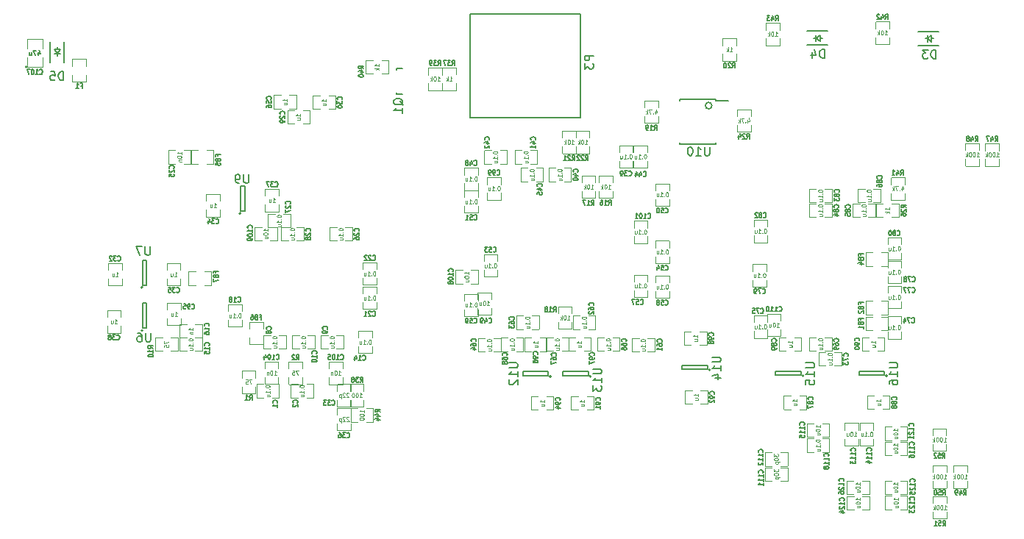
<source format=gbo>
G04 #@! TF.FileFunction,Legend,Bot*
%FSLAX46Y46*%
G04 Gerber Fmt 4.6, Leading zero omitted, Abs format (unit mm)*
G04 Created by KiCad (PCBNEW 4.0.5+dfsg1-4) date Mon Jul  3 23:41:30 2017*
%MOMM*%
%LPD*%
G01*
G04 APERTURE LIST*
%ADD10C,0.150000*%
%ADD11C,0.099060*%
%ADD12C,0.119380*%
%ADD13C,0.127000*%
%ADD14C,0.114300*%
G04 APERTURE END LIST*
D10*
X28502000Y-49070100D02*
G75*
G03X28502000Y-49070100I-100000J0D01*
G01*
X28952000Y-48820100D02*
X28452000Y-48820100D01*
X28952000Y-45920100D02*
X28952000Y-48820100D01*
X28452000Y-45920100D02*
X28952000Y-45920100D01*
X28452000Y-48820100D02*
X28452000Y-45920100D01*
X39786000Y-40562000D02*
G75*
G03X39786000Y-40562000I-100000J0D01*
G01*
X40236000Y-40312000D02*
X39736000Y-40312000D01*
X40236000Y-37412000D02*
X40236000Y-40312000D01*
X39736000Y-37412000D02*
X40236000Y-37412000D01*
X39736000Y-40312000D02*
X39736000Y-37412000D01*
X104593800Y-59253400D02*
G75*
G03X104593800Y-59253400I-100000J0D01*
G01*
X104243800Y-58703400D02*
X104243800Y-59203400D01*
X101343800Y-58703400D02*
X104243800Y-58703400D01*
X101343800Y-59203400D02*
X101343800Y-58703400D01*
X104243800Y-59203400D02*
X101343800Y-59203400D01*
X114190000Y-59253400D02*
G75*
G03X114190000Y-59253400I-100000J0D01*
G01*
X113840000Y-58703400D02*
X113840000Y-59203400D01*
X110940000Y-58703400D02*
X113840000Y-58703400D01*
X110940000Y-59203400D02*
X110940000Y-58703400D01*
X113840000Y-59203400D02*
X110940000Y-59203400D01*
X28502000Y-54024000D02*
G75*
G03X28502000Y-54024000I-100000J0D01*
G01*
X28952000Y-53774000D02*
X28452000Y-53774000D01*
X28952000Y-50874000D02*
X28952000Y-53774000D01*
X28452000Y-50874000D02*
X28952000Y-50874000D01*
X28452000Y-53774000D02*
X28452000Y-50874000D01*
X75500000Y-59324600D02*
G75*
G03X75500000Y-59324600I-100000J0D01*
G01*
X75150000Y-58774600D02*
X75150000Y-59274600D01*
X72250000Y-58774600D02*
X75150000Y-58774600D01*
X72250000Y-59274600D02*
X72250000Y-58774600D01*
X75150000Y-59274600D02*
X72250000Y-59274600D01*
X80106000Y-59302600D02*
G75*
G03X80106000Y-59302600I-100000J0D01*
G01*
X79756000Y-58752600D02*
X79756000Y-59252600D01*
X76856000Y-58752600D02*
X79756000Y-58752600D01*
X76856000Y-59252600D02*
X76856000Y-58752600D01*
X79756000Y-59252600D02*
X76856000Y-59252600D01*
X93834000Y-58578000D02*
G75*
G03X93834000Y-58578000I-100000J0D01*
G01*
X93484000Y-58028000D02*
X93484000Y-58528000D01*
X90584000Y-58028000D02*
X93484000Y-58028000D01*
X90584000Y-58528000D02*
X90584000Y-58028000D01*
X93484000Y-58528000D02*
X90584000Y-58528000D01*
X66138000Y-17555000D02*
X66138000Y-29535000D01*
X66138000Y-29535000D02*
X78888000Y-29535000D01*
X78888000Y-29535000D02*
X78888000Y-17555000D01*
X78888000Y-17555000D02*
X66148000Y-17555000D01*
X18654000Y-21665000D02*
X18654000Y-21415000D01*
X18654000Y-22165000D02*
X18654000Y-22415000D01*
X18654000Y-22165000D02*
X19004000Y-21665000D01*
X19004000Y-21665000D02*
X18304000Y-21665000D01*
X18304000Y-21665000D02*
X18654000Y-22165000D01*
X19004000Y-22165000D02*
X18304000Y-22165000D01*
X17854000Y-23215000D02*
X17854000Y-20815000D01*
X19454000Y-23215000D02*
X19454000Y-20815000D01*
X58366800Y-23817180D02*
X57665760Y-23817180D01*
X57665760Y-23817180D02*
X57665760Y-24066100D01*
X57665760Y-26616160D02*
X57665760Y-26816820D01*
X57665760Y-26816820D02*
X58366800Y-26816820D01*
X94000754Y-28139760D02*
G75*
G03X94000754Y-28139760I-378554J0D01*
G01*
X94465300Y-27434200D02*
X94465300Y-27579200D01*
X90315300Y-27434200D02*
X90315300Y-27579200D01*
X90315300Y-32584200D02*
X90315300Y-32439200D01*
X94465300Y-32584200D02*
X94465300Y-32439200D01*
X94465300Y-27434200D02*
X90315300Y-27434200D01*
X94465300Y-32584200D02*
X90315300Y-32584200D01*
X94465300Y-27579200D02*
X95865300Y-27579200D01*
D11*
X15174380Y-23670640D02*
G75*
G03X15174380Y-23670640I-127000J0D01*
G01*
X15171840Y-22614000D02*
X15171840Y-23693500D01*
X15182000Y-23703660D02*
X16960000Y-23703660D01*
X16970160Y-23693500D02*
X16970160Y-22614000D01*
X16970160Y-21598000D02*
X16970160Y-20518500D01*
X16960000Y-20508340D02*
X15182000Y-20508340D01*
X15171840Y-20518500D02*
X15171840Y-21598000D01*
D12*
X39903740Y-59480820D02*
X39903740Y-58698500D01*
X39903740Y-60481580D02*
X39903740Y-61263900D01*
X41473460Y-59480820D02*
X41473460Y-58698500D01*
X41473460Y-61263900D02*
X41473460Y-60481580D01*
X41450600Y-58690880D02*
X39926600Y-58690880D01*
X39926600Y-61271520D02*
X41450600Y-61271520D01*
X45275140Y-58437620D02*
X45275140Y-57655300D01*
X45275140Y-59438380D02*
X45275140Y-60220700D01*
X46844860Y-58437620D02*
X46844860Y-57655300D01*
X46844860Y-60220700D02*
X46844860Y-59438380D01*
X46822000Y-57647680D02*
X45298000Y-57647680D01*
X45298000Y-60228320D02*
X46822000Y-60228320D01*
X31742380Y-54841140D02*
X32524700Y-54841140D01*
X30741620Y-54841140D02*
X29959300Y-54841140D01*
X31742380Y-56410860D02*
X32524700Y-56410860D01*
X29959300Y-56410860D02*
X30741620Y-56410860D01*
X32532320Y-56388000D02*
X32532320Y-54864000D01*
X29951680Y-54864000D02*
X29951680Y-56388000D01*
X81003140Y-36990020D02*
X81003140Y-36207700D01*
X81003140Y-37990780D02*
X81003140Y-38773100D01*
X82572860Y-36990020D02*
X82572860Y-36207700D01*
X82572860Y-38773100D02*
X82572860Y-37990780D01*
X82550000Y-36200080D02*
X81026000Y-36200080D01*
X81026000Y-38780720D02*
X82550000Y-38780720D01*
X80591660Y-37990780D02*
X80591660Y-38773100D01*
X80591660Y-36990020D02*
X80591660Y-36207700D01*
X79021940Y-37990780D02*
X79021940Y-38773100D01*
X79021940Y-36207700D02*
X79021940Y-36990020D01*
X79044800Y-38780720D02*
X80568800Y-38780720D01*
X80568800Y-36200080D02*
X79044800Y-36200080D01*
X77873860Y-53052980D02*
X77873860Y-53835300D01*
X77873860Y-52052220D02*
X77873860Y-51269900D01*
X76304140Y-53052980D02*
X76304140Y-53835300D01*
X76304140Y-51269900D02*
X76304140Y-52052220D01*
X76327000Y-53842920D02*
X77851000Y-53842920D01*
X77851000Y-51262280D02*
X76327000Y-51262280D01*
X86258740Y-28365820D02*
X86258740Y-27583500D01*
X86258740Y-29366580D02*
X86258740Y-30148900D01*
X87828460Y-28365820D02*
X87828460Y-27583500D01*
X87828460Y-30148900D02*
X87828460Y-29366580D01*
X87805600Y-27575880D02*
X86281600Y-27575880D01*
X86281600Y-30156520D02*
X87805600Y-30156520D01*
X95215140Y-21199620D02*
X95215140Y-20417300D01*
X95215140Y-22200380D02*
X95215140Y-22982700D01*
X96784860Y-21199620D02*
X96784860Y-20417300D01*
X96784860Y-22982700D02*
X96784860Y-22200380D01*
X96762000Y-20409680D02*
X95238000Y-20409680D01*
X95238000Y-22990320D02*
X96762000Y-22990320D01*
X76782140Y-31848620D02*
X76782140Y-31066300D01*
X76782140Y-32849380D02*
X76782140Y-33631700D01*
X78351860Y-31848620D02*
X78351860Y-31066300D01*
X78351860Y-33631700D02*
X78351860Y-32849380D01*
X78329000Y-31058680D02*
X76805000Y-31058680D01*
X76805000Y-33639320D02*
X78329000Y-33639320D01*
X78331140Y-31848620D02*
X78331140Y-31066300D01*
X78331140Y-32849380D02*
X78331140Y-33631700D01*
X79900860Y-31848620D02*
X79900860Y-31066300D01*
X79900860Y-33631700D02*
X79900860Y-32849380D01*
X79878000Y-31058680D02*
X78354000Y-31058680D01*
X78354000Y-33639320D02*
X79878000Y-33639320D01*
X96901340Y-29356420D02*
X96901340Y-28574100D01*
X96901340Y-30357180D02*
X96901340Y-31139500D01*
X98471060Y-29356420D02*
X98471060Y-28574100D01*
X98471060Y-31139500D02*
X98471060Y-30357180D01*
X98448200Y-28566480D02*
X96924200Y-28566480D01*
X96924200Y-31147120D02*
X98448200Y-31147120D01*
X114700380Y-39415140D02*
X115482700Y-39415140D01*
X113699620Y-39415140D02*
X112917300Y-39415140D01*
X114700380Y-40984860D02*
X115482700Y-40984860D01*
X112917300Y-40984860D02*
X113699620Y-40984860D01*
X115490320Y-40962000D02*
X115490320Y-39438000D01*
X112909680Y-39438000D02*
X112909680Y-40962000D01*
X20399140Y-23578620D02*
X20399140Y-22796300D01*
X20399140Y-24579380D02*
X20399140Y-25361700D01*
X21968860Y-23578620D02*
X21968860Y-22796300D01*
X21968860Y-25361700D02*
X21968860Y-24579380D01*
X21946000Y-22788680D02*
X20422000Y-22788680D01*
X20422000Y-25369320D02*
X21946000Y-25369320D01*
X42349760Y-54855480D02*
X42349760Y-55637800D01*
X42349760Y-53854720D02*
X42349760Y-53072400D01*
X40780040Y-54855480D02*
X40780040Y-55637800D01*
X40780040Y-53072400D02*
X40780040Y-53854720D01*
X40802900Y-55645420D02*
X42326900Y-55645420D01*
X42326900Y-53064780D02*
X40802900Y-53064780D01*
X113492380Y-52436140D02*
X114274700Y-52436140D01*
X112491620Y-52436140D02*
X111709300Y-52436140D01*
X113492380Y-54005860D02*
X114274700Y-54005860D01*
X111709300Y-54005860D02*
X112491620Y-54005860D01*
X114282320Y-53983000D02*
X114282320Y-52459000D01*
X111701680Y-52459000D02*
X111701680Y-53983000D01*
X113489380Y-50622140D02*
X114271700Y-50622140D01*
X112488620Y-50622140D02*
X111706300Y-50622140D01*
X113489380Y-52191860D02*
X114271700Y-52191860D01*
X111706300Y-52191860D02*
X112488620Y-52191860D01*
X114279320Y-52169000D02*
X114279320Y-50645000D01*
X111698680Y-50645000D02*
X111698680Y-52169000D01*
X113497380Y-45026140D02*
X114279700Y-45026140D01*
X112496620Y-45026140D02*
X111714300Y-45026140D01*
X113497380Y-46595860D02*
X114279700Y-46595860D01*
X111714300Y-46595860D02*
X112496620Y-46595860D01*
X114287320Y-46573000D02*
X114287320Y-45049000D01*
X111706680Y-45049000D02*
X111706680Y-46573000D01*
X35834380Y-33261140D02*
X36616700Y-33261140D01*
X34833620Y-33261140D02*
X34051300Y-33261140D01*
X35834380Y-34830860D02*
X36616700Y-34830860D01*
X34051300Y-34830860D02*
X34833620Y-34830860D01*
X36624320Y-34808000D02*
X36624320Y-33284000D01*
X34043680Y-33284000D02*
X34043680Y-34808000D01*
X114413860Y-20266380D02*
X114413860Y-21048700D01*
X114413860Y-19265620D02*
X114413860Y-18483300D01*
X112844140Y-20266380D02*
X112844140Y-21048700D01*
X112844140Y-18483300D02*
X112844140Y-19265620D01*
X112867000Y-21056320D02*
X114391000Y-21056320D01*
X114391000Y-18475680D02*
X112867000Y-18475680D01*
X101772860Y-20419380D02*
X101772860Y-21201700D01*
X101772860Y-19418620D02*
X101772860Y-18636300D01*
X100203140Y-20419380D02*
X100203140Y-21201700D01*
X100203140Y-18636300D02*
X100203140Y-19418620D01*
X100226000Y-21209320D02*
X101750000Y-21209320D01*
X101750000Y-18628680D02*
X100226000Y-18628680D01*
X35562880Y-47232940D02*
X36345200Y-47232940D01*
X34562120Y-47232940D02*
X33779800Y-47232940D01*
X35562880Y-48802660D02*
X36345200Y-48802660D01*
X33779800Y-48802660D02*
X34562120Y-48802660D01*
X36352820Y-48779800D02*
X36352820Y-47255800D01*
X33772180Y-47255800D02*
X33772180Y-48779800D01*
X64533860Y-25577380D02*
X64533860Y-26359700D01*
X64533860Y-24576620D02*
X64533860Y-23794300D01*
X62964140Y-25577380D02*
X62964140Y-26359700D01*
X62964140Y-23794300D02*
X62964140Y-24576620D01*
X62987000Y-26367320D02*
X64511000Y-26367320D01*
X64511000Y-23786680D02*
X62987000Y-23786680D01*
X52357140Y-61008620D02*
X52357140Y-60226300D01*
X52357140Y-62009380D02*
X52357140Y-62791700D01*
X53926860Y-61008620D02*
X53926860Y-60226300D01*
X53926860Y-62791700D02*
X53926860Y-62009380D01*
X53904000Y-60218680D02*
X52380000Y-60218680D01*
X52380000Y-62799320D02*
X53904000Y-62799320D01*
X53220620Y-64548860D02*
X52438300Y-64548860D01*
X54221380Y-64548860D02*
X55003700Y-64548860D01*
X53220620Y-62979140D02*
X52438300Y-62979140D01*
X55003700Y-62979140D02*
X54221380Y-62979140D01*
X52430680Y-63002000D02*
X52430680Y-64526000D01*
X55011320Y-64526000D02*
X55011320Y-63002000D01*
X62917860Y-25585380D02*
X62917860Y-26367700D01*
X62917860Y-24584620D02*
X62917860Y-23802300D01*
X61348140Y-25585380D02*
X61348140Y-26367700D01*
X61348140Y-23802300D02*
X61348140Y-24584620D01*
X61371000Y-26375320D02*
X62895000Y-26375320D01*
X62895000Y-23794680D02*
X61371000Y-23794680D01*
X54969620Y-24478860D02*
X54187300Y-24478860D01*
X55970380Y-24478860D02*
X56752700Y-24478860D01*
X54969620Y-22909140D02*
X54187300Y-22909140D01*
X56752700Y-22909140D02*
X55970380Y-22909140D01*
X54179680Y-22932000D02*
X54179680Y-24456000D01*
X56760320Y-24456000D02*
X56760320Y-22932000D01*
X114625140Y-37219620D02*
X114625140Y-36437300D01*
X114625140Y-38220380D02*
X114625140Y-39002700D01*
X116194860Y-37219620D02*
X116194860Y-36437300D01*
X116194860Y-39002700D02*
X116194860Y-38220380D01*
X116172000Y-36429680D02*
X114648000Y-36429680D01*
X114648000Y-39010320D02*
X116172000Y-39010320D01*
X43373380Y-60212340D02*
X44155700Y-60212340D01*
X42372620Y-60212340D02*
X41590300Y-60212340D01*
X43373380Y-61782060D02*
X44155700Y-61782060D01*
X41590300Y-61782060D02*
X42372620Y-61782060D01*
X44163320Y-61759200D02*
X44163320Y-60235200D01*
X41582680Y-60235200D02*
X41582680Y-61759200D01*
X47335780Y-60212340D02*
X48118100Y-60212340D01*
X46335020Y-60212340D02*
X45552700Y-60212340D01*
X47335780Y-61782060D02*
X48118100Y-61782060D01*
X45552700Y-61782060D02*
X46335020Y-61782060D01*
X48125720Y-61759200D02*
X48125720Y-60235200D01*
X45545080Y-60235200D02*
X45545080Y-61759200D01*
X44188380Y-54587140D02*
X44970700Y-54587140D01*
X43187620Y-54587140D02*
X42405300Y-54587140D01*
X44188380Y-56156860D02*
X44970700Y-56156860D01*
X42405300Y-56156860D02*
X43187620Y-56156860D01*
X44978320Y-56134000D02*
X44978320Y-54610000D01*
X42397680Y-54610000D02*
X42397680Y-56134000D01*
X50792380Y-54587140D02*
X51574700Y-54587140D01*
X49791620Y-54587140D02*
X49009300Y-54587140D01*
X50792380Y-56156860D02*
X51574700Y-56156860D01*
X49009300Y-56156860D02*
X49791620Y-56156860D01*
X51582320Y-56134000D02*
X51582320Y-54610000D01*
X49001680Y-54610000D02*
X49001680Y-56134000D01*
X47490380Y-54587140D02*
X48272700Y-54587140D01*
X46489620Y-54587140D02*
X45707300Y-54587140D01*
X47490380Y-56156860D02*
X48272700Y-56156860D01*
X45707300Y-56156860D02*
X46489620Y-56156860D01*
X48280320Y-56134000D02*
X48280320Y-54610000D01*
X45699680Y-54610000D02*
X45699680Y-56134000D01*
X53317140Y-54871620D02*
X53317140Y-54089300D01*
X53317140Y-55872380D02*
X53317140Y-56654700D01*
X54886860Y-54871620D02*
X54886860Y-54089300D01*
X54886860Y-56654700D02*
X54886860Y-55872380D01*
X54864000Y-54081680D02*
X53340000Y-54081680D01*
X53340000Y-56662320D02*
X54864000Y-56662320D01*
X34536380Y-54841140D02*
X35318700Y-54841140D01*
X33535620Y-54841140D02*
X32753300Y-54841140D01*
X34536380Y-56410860D02*
X35318700Y-56410860D01*
X32753300Y-56410860D02*
X33535620Y-56410860D01*
X35326320Y-56388000D02*
X35326320Y-54864000D01*
X32745680Y-54864000D02*
X32745680Y-56388000D01*
X34536380Y-53317140D02*
X35318700Y-53317140D01*
X33535620Y-53317140D02*
X32753300Y-53317140D01*
X34536380Y-54886860D02*
X35318700Y-54886860D01*
X32753300Y-54886860D02*
X33535620Y-54886860D01*
X35326320Y-54864000D02*
X35326320Y-53340000D01*
X32745680Y-53340000D02*
X32745680Y-54864000D01*
X39900860Y-52824380D02*
X39900860Y-53606700D01*
X39900860Y-51823620D02*
X39900860Y-51041300D01*
X38331140Y-52824380D02*
X38331140Y-53606700D01*
X38331140Y-51041300D02*
X38331140Y-51823620D01*
X38354000Y-53614320D02*
X39878000Y-53614320D01*
X39878000Y-51033680D02*
X38354000Y-51033680D01*
X53825140Y-49791620D02*
X53825140Y-49009300D01*
X53825140Y-50792380D02*
X53825140Y-51574700D01*
X55394860Y-49791620D02*
X55394860Y-49009300D01*
X55394860Y-51574700D02*
X55394860Y-50792380D01*
X55372000Y-49001680D02*
X53848000Y-49001680D01*
X53848000Y-51582320D02*
X55372000Y-51582320D01*
X53825140Y-46997620D02*
X53825140Y-46215300D01*
X53825140Y-47998380D02*
X53825140Y-48780700D01*
X55394860Y-46997620D02*
X55394860Y-46215300D01*
X55394860Y-48780700D02*
X55394860Y-47998380D01*
X55372000Y-46207680D02*
X53848000Y-46207680D01*
X53848000Y-48788320D02*
X55372000Y-48788320D01*
X32227620Y-34830860D02*
X31445300Y-34830860D01*
X33228380Y-34830860D02*
X34010700Y-34830860D01*
X32227620Y-33261140D02*
X31445300Y-33261140D01*
X34010700Y-33261140D02*
X33228380Y-33261140D01*
X31437680Y-33284000D02*
X31437680Y-34808000D01*
X34018320Y-34808000D02*
X34018320Y-33284000D01*
X50807620Y-43710860D02*
X50025300Y-43710860D01*
X51808380Y-43710860D02*
X52590700Y-43710860D01*
X50807620Y-42141140D02*
X50025300Y-42141140D01*
X52590700Y-42141140D02*
X51808380Y-42141140D01*
X50017680Y-42164000D02*
X50017680Y-43688000D01*
X52598320Y-43688000D02*
X52598320Y-42164000D01*
X44696380Y-40617140D02*
X45478700Y-40617140D01*
X43695620Y-40617140D02*
X42913300Y-40617140D01*
X44696380Y-42186860D02*
X45478700Y-42186860D01*
X42913300Y-42186860D02*
X43695620Y-42186860D01*
X45486320Y-42164000D02*
X45486320Y-40640000D01*
X42905680Y-40640000D02*
X42905680Y-42164000D01*
X45219620Y-43710860D02*
X44437300Y-43710860D01*
X46220380Y-43710860D02*
X47002700Y-43710860D01*
X45219620Y-42141140D02*
X44437300Y-42141140D01*
X47002700Y-42141140D02*
X46220380Y-42141140D01*
X44429680Y-42164000D02*
X44429680Y-43688000D01*
X47010320Y-43688000D02*
X47010320Y-42164000D01*
X46921380Y-28659140D02*
X47703700Y-28659140D01*
X45920620Y-28659140D02*
X45138300Y-28659140D01*
X46921380Y-30228860D02*
X47703700Y-30228860D01*
X45138300Y-30228860D02*
X45920620Y-30228860D01*
X47711320Y-30206000D02*
X47711320Y-28682000D01*
X45130680Y-28682000D02*
X45130680Y-30206000D01*
X48875020Y-28546160D02*
X48092700Y-28546160D01*
X49875780Y-28546160D02*
X50658100Y-28546160D01*
X48875020Y-26976440D02*
X48092700Y-26976440D01*
X50658100Y-26976440D02*
X49875780Y-26976440D01*
X48085080Y-26999300D02*
X48085080Y-28523300D01*
X50665720Y-28523300D02*
X50665720Y-26999300D01*
X26081060Y-48086380D02*
X26081060Y-48868700D01*
X26081060Y-47085620D02*
X26081060Y-46303300D01*
X24511340Y-48086380D02*
X24511340Y-48868700D01*
X24511340Y-46303300D02*
X24511340Y-47085620D01*
X24534200Y-48876320D02*
X26058200Y-48876320D01*
X26058200Y-46295680D02*
X24534200Y-46295680D01*
X35808140Y-39138620D02*
X35808140Y-38356300D01*
X35808140Y-40139380D02*
X35808140Y-40921700D01*
X37377860Y-39138620D02*
X37377860Y-38356300D01*
X37377860Y-40921700D02*
X37377860Y-40139380D01*
X37355000Y-38348680D02*
X35831000Y-38348680D01*
X35831000Y-40929320D02*
X37355000Y-40929320D01*
X31280440Y-47047520D02*
X31280440Y-46265200D01*
X31280440Y-48048280D02*
X31280440Y-48830600D01*
X32850160Y-47047520D02*
X32850160Y-46265200D01*
X32850160Y-48830600D02*
X32850160Y-48048280D01*
X32827300Y-46257580D02*
X31303300Y-46257580D01*
X31303300Y-48838220D02*
X32827300Y-48838220D01*
X42580140Y-38544620D02*
X42580140Y-37762300D01*
X42580140Y-39545380D02*
X42580140Y-40327700D01*
X44149860Y-38544620D02*
X44149860Y-37762300D01*
X44149860Y-40327700D02*
X44149860Y-39545380D01*
X44127000Y-37754680D02*
X42603000Y-37754680D01*
X42603000Y-40335320D02*
X44127000Y-40335320D01*
X24402140Y-52514620D02*
X24402140Y-51732300D01*
X24402140Y-53515380D02*
X24402140Y-54297700D01*
X25971860Y-52514620D02*
X25971860Y-51732300D01*
X25971860Y-54297700D02*
X25971860Y-53515380D01*
X25949000Y-51724680D02*
X24425000Y-51724680D01*
X24425000Y-54305320D02*
X25949000Y-54305320D01*
X83330140Y-33510620D02*
X83330140Y-32728300D01*
X83330140Y-34511380D02*
X83330140Y-35293700D01*
X84899860Y-33510620D02*
X84899860Y-32728300D01*
X84899860Y-35293700D02*
X84899860Y-34511380D01*
X84877000Y-32720680D02*
X83353000Y-32720680D01*
X83353000Y-35301320D02*
X84877000Y-35301320D01*
X75999620Y-36884860D02*
X75217300Y-36884860D01*
X77000380Y-36884860D02*
X77782700Y-36884860D01*
X75999620Y-35315140D02*
X75217300Y-35315140D01*
X77782700Y-35315140D02*
X77000380Y-35315140D01*
X75209680Y-35338000D02*
X75209680Y-36862000D01*
X77790320Y-36862000D02*
X77790320Y-35338000D01*
X73100380Y-33276140D02*
X73882700Y-33276140D01*
X72099620Y-33276140D02*
X71317300Y-33276140D01*
X73100380Y-34845860D02*
X73882700Y-34845860D01*
X71317300Y-34845860D02*
X72099620Y-34845860D01*
X73890320Y-34823000D02*
X73890320Y-33299000D01*
X71309680Y-33299000D02*
X71309680Y-34823000D01*
X68600620Y-34848860D02*
X67818300Y-34848860D01*
X69601380Y-34848860D02*
X70383700Y-34848860D01*
X68600620Y-33279140D02*
X67818300Y-33279140D01*
X70383700Y-33279140D02*
X69601380Y-33279140D01*
X67810680Y-33302000D02*
X67810680Y-34826000D01*
X70391320Y-34826000D02*
X70391320Y-33302000D01*
X85001140Y-33505620D02*
X85001140Y-32723300D01*
X85001140Y-34506380D02*
X85001140Y-35288700D01*
X86570860Y-33505620D02*
X86570860Y-32723300D01*
X86570860Y-35288700D02*
X86570860Y-34506380D01*
X86548000Y-32715680D02*
X85024000Y-32715680D01*
X85024000Y-35296320D02*
X86548000Y-35296320D01*
X72799620Y-36884860D02*
X72017300Y-36884860D01*
X73800380Y-36884860D02*
X74582700Y-36884860D01*
X72799620Y-35315140D02*
X72017300Y-35315140D01*
X74582700Y-35315140D02*
X73800380Y-35315140D01*
X72009680Y-35338000D02*
X72009680Y-36862000D01*
X74590320Y-36862000D02*
X74590320Y-35338000D01*
X67084860Y-37100380D02*
X67084860Y-37882700D01*
X67084860Y-36099620D02*
X67084860Y-35317300D01*
X65515140Y-37100380D02*
X65515140Y-37882700D01*
X65515140Y-35317300D02*
X65515140Y-36099620D01*
X65538000Y-37890320D02*
X67062000Y-37890320D01*
X67062000Y-35309680D02*
X65538000Y-35309680D01*
X87515140Y-37899620D02*
X87515140Y-37117300D01*
X87515140Y-38900380D02*
X87515140Y-39682700D01*
X89084860Y-37899620D02*
X89084860Y-37117300D01*
X89084860Y-39682700D02*
X89084860Y-38900380D01*
X89062000Y-37109680D02*
X87538000Y-37109680D01*
X87538000Y-39690320D02*
X89062000Y-39690320D01*
X65515140Y-38699620D02*
X65515140Y-37917300D01*
X65515140Y-39700380D02*
X65515140Y-40482700D01*
X67084860Y-38699620D02*
X67084860Y-37917300D01*
X67084860Y-40482700D02*
X67084860Y-39700380D01*
X67062000Y-37909680D02*
X65538000Y-37909680D01*
X65538000Y-40490320D02*
X67062000Y-40490320D01*
X69308860Y-47058380D02*
X69308860Y-47840700D01*
X69308860Y-46057620D02*
X69308860Y-45275300D01*
X67739140Y-47058380D02*
X67739140Y-47840700D01*
X67739140Y-45275300D02*
X67739140Y-46057620D01*
X67762000Y-47848320D02*
X69286000Y-47848320D01*
X69286000Y-45267680D02*
X67762000Y-45267680D01*
X87515140Y-44499620D02*
X87515140Y-43717300D01*
X87515140Y-45500380D02*
X87515140Y-46282700D01*
X89084860Y-44499620D02*
X89084860Y-43717300D01*
X89084860Y-46282700D02*
X89084860Y-45500380D01*
X89062000Y-43709680D02*
X87538000Y-43709680D01*
X87538000Y-46290320D02*
X89062000Y-46290320D01*
X45379980Y-26925640D02*
X46162300Y-26925640D01*
X44379220Y-26925640D02*
X43596900Y-26925640D01*
X45379980Y-28495360D02*
X46162300Y-28495360D01*
X43596900Y-28495360D02*
X44379220Y-28495360D01*
X46169920Y-28472500D02*
X46169920Y-26948500D01*
X43589280Y-26948500D02*
X43589280Y-28472500D01*
X85015140Y-48399620D02*
X85015140Y-47617300D01*
X85015140Y-49400380D02*
X85015140Y-50182700D01*
X86584860Y-48399620D02*
X86584860Y-47617300D01*
X86584860Y-50182700D02*
X86584860Y-49400380D01*
X86562000Y-47609680D02*
X85038000Y-47609680D01*
X85038000Y-50190320D02*
X86562000Y-50190320D01*
X87515140Y-48499620D02*
X87515140Y-47717300D01*
X87515140Y-49500380D02*
X87515140Y-50282700D01*
X89084860Y-48499620D02*
X89084860Y-47717300D01*
X89084860Y-50282700D02*
X89084860Y-49500380D01*
X89062000Y-47709680D02*
X87538000Y-47709680D01*
X87538000Y-50290320D02*
X89062000Y-50290320D01*
X65515140Y-50599620D02*
X65515140Y-49817300D01*
X65515140Y-51600380D02*
X65515140Y-52382700D01*
X67084860Y-50599620D02*
X67084860Y-49817300D01*
X67084860Y-52382700D02*
X67084860Y-51600380D01*
X67062000Y-49809680D02*
X65538000Y-49809680D01*
X65538000Y-52390320D02*
X67062000Y-52390320D01*
X86600380Y-54915140D02*
X87382700Y-54915140D01*
X85599620Y-54915140D02*
X84817300Y-54915140D01*
X86600380Y-56484860D02*
X87382700Y-56484860D01*
X84817300Y-56484860D02*
X85599620Y-56484860D01*
X87390320Y-56462000D02*
X87390320Y-54938000D01*
X84809680Y-54938000D02*
X84809680Y-56462000D01*
X79800380Y-52315140D02*
X80582700Y-52315140D01*
X78799620Y-52315140D02*
X78017300Y-52315140D01*
X79800380Y-53884860D02*
X80582700Y-53884860D01*
X78017300Y-53884860D02*
X78799620Y-53884860D01*
X80590320Y-53862000D02*
X80590320Y-52338000D01*
X78009680Y-52338000D02*
X78009680Y-53862000D01*
X73300380Y-52315140D02*
X74082700Y-52315140D01*
X72299620Y-52315140D02*
X71517300Y-52315140D01*
X73300380Y-53884860D02*
X74082700Y-53884860D01*
X71517300Y-53884860D02*
X72299620Y-53884860D01*
X74090320Y-53862000D02*
X74090320Y-52338000D01*
X71509680Y-52338000D02*
X71509680Y-53862000D01*
X67899620Y-56484860D02*
X67117300Y-56484860D01*
X68900380Y-56484860D02*
X69682700Y-56484860D01*
X67899620Y-54915140D02*
X67117300Y-54915140D01*
X69682700Y-54915140D02*
X68900380Y-54915140D01*
X67109680Y-54938000D02*
X67109680Y-56462000D01*
X69690320Y-56462000D02*
X69690320Y-54938000D01*
X81587620Y-56405860D02*
X80805300Y-56405860D01*
X82588380Y-56405860D02*
X83370700Y-56405860D01*
X81587620Y-54836140D02*
X80805300Y-54836140D01*
X83370700Y-54836140D02*
X82588380Y-54836140D01*
X80797680Y-54859000D02*
X80797680Y-56383000D01*
X83378320Y-56383000D02*
X83378320Y-54859000D01*
X76719380Y-54840140D02*
X77501700Y-54840140D01*
X75718620Y-54840140D02*
X74936300Y-54840140D01*
X76719380Y-56409860D02*
X77501700Y-56409860D01*
X74936300Y-56409860D02*
X75718620Y-56409860D01*
X77509320Y-56387000D02*
X77509320Y-54863000D01*
X74928680Y-54863000D02*
X74928680Y-56387000D01*
X71500380Y-54845140D02*
X72282700Y-54845140D01*
X70499620Y-54845140D02*
X69717300Y-54845140D01*
X71500380Y-56414860D02*
X72282700Y-56414860D01*
X69717300Y-56414860D02*
X70499620Y-56414860D01*
X72290320Y-56392000D02*
X72290320Y-54868000D01*
X69709680Y-54868000D02*
X69709680Y-56392000D01*
X105999620Y-56384860D02*
X105217300Y-56384860D01*
X107000380Y-56384860D02*
X107782700Y-56384860D01*
X105999620Y-54815140D02*
X105217300Y-54815140D01*
X107782700Y-54815140D02*
X107000380Y-54815140D01*
X105209680Y-54838000D02*
X105209680Y-56362000D01*
X107790320Y-56362000D02*
X107790320Y-54838000D01*
X107099620Y-58084860D02*
X106317300Y-58084860D01*
X108100380Y-58084860D02*
X108882700Y-58084860D01*
X107099620Y-56515140D02*
X106317300Y-56515140D01*
X108882700Y-56515140D02*
X108100380Y-56515140D01*
X106309680Y-56538000D02*
X106309680Y-58062000D01*
X108890320Y-58062000D02*
X108890320Y-56538000D01*
X115784860Y-54200380D02*
X115784860Y-54982700D01*
X115784860Y-53199620D02*
X115784860Y-52417300D01*
X114215140Y-54200380D02*
X114215140Y-54982700D01*
X114215140Y-52417300D02*
X114215140Y-53199620D01*
X114238000Y-54990320D02*
X115762000Y-54990320D01*
X115762000Y-52409680D02*
X114238000Y-52409680D01*
X100384860Y-54100380D02*
X100384860Y-54882700D01*
X100384860Y-53099620D02*
X100384860Y-52317300D01*
X98815140Y-54100380D02*
X98815140Y-54882700D01*
X98815140Y-52317300D02*
X98815140Y-53099620D01*
X98838000Y-54890320D02*
X100362000Y-54890320D01*
X100362000Y-52309680D02*
X98838000Y-52309680D01*
X114215140Y-49699620D02*
X114215140Y-48917300D01*
X114215140Y-50700380D02*
X114215140Y-51482700D01*
X115784860Y-49699620D02*
X115784860Y-48917300D01*
X115784860Y-51482700D02*
X115784860Y-50700380D01*
X115762000Y-48909680D02*
X114238000Y-48909680D01*
X114238000Y-51490320D02*
X115762000Y-51490320D01*
X114215140Y-46799620D02*
X114215140Y-46017300D01*
X114215140Y-47800380D02*
X114215140Y-48582700D01*
X115784860Y-46799620D02*
X115784860Y-46017300D01*
X115784860Y-48582700D02*
X115784860Y-47800380D01*
X115762000Y-46009680D02*
X114238000Y-46009680D01*
X114238000Y-48590320D02*
X115762000Y-48590320D01*
X98715140Y-47199620D02*
X98715140Y-46417300D01*
X98715140Y-48200380D02*
X98715140Y-48982700D01*
X100284860Y-47199620D02*
X100284860Y-46417300D01*
X100284860Y-48982700D02*
X100284860Y-48200380D01*
X100262000Y-46409680D02*
X98738000Y-46409680D01*
X98738000Y-48990320D02*
X100262000Y-48990320D01*
X114215140Y-44099620D02*
X114215140Y-43317300D01*
X114215140Y-45100380D02*
X114215140Y-45882700D01*
X115784860Y-44099620D02*
X115784860Y-43317300D01*
X115784860Y-45882700D02*
X115784860Y-45100380D01*
X115762000Y-43309680D02*
X114238000Y-43309680D01*
X114238000Y-45890320D02*
X115762000Y-45890320D01*
X100384860Y-43100380D02*
X100384860Y-43882700D01*
X100384860Y-42099620D02*
X100384860Y-41317300D01*
X98815140Y-43100380D02*
X98815140Y-43882700D01*
X98815140Y-41317300D02*
X98815140Y-42099620D01*
X98838000Y-43890320D02*
X100362000Y-43890320D01*
X100362000Y-41309680D02*
X98838000Y-41309680D01*
X107000380Y-37715140D02*
X107782700Y-37715140D01*
X105999620Y-37715140D02*
X105217300Y-37715140D01*
X107000380Y-39284860D02*
X107782700Y-39284860D01*
X105217300Y-39284860D02*
X105999620Y-39284860D01*
X107790320Y-39262000D02*
X107790320Y-37738000D01*
X105209680Y-37738000D02*
X105209680Y-39262000D01*
X105999620Y-40984860D02*
X105217300Y-40984860D01*
X107000380Y-40984860D02*
X107782700Y-40984860D01*
X105999620Y-39415140D02*
X105217300Y-39415140D01*
X107782700Y-39415140D02*
X107000380Y-39415140D01*
X105209680Y-39438000D02*
X105209680Y-40962000D01*
X107790320Y-40962000D02*
X107790320Y-39438000D01*
X112000380Y-39415140D02*
X112782700Y-39415140D01*
X110999620Y-39415140D02*
X110217300Y-39415140D01*
X112000380Y-40984860D02*
X112782700Y-40984860D01*
X110217300Y-40984860D02*
X110999620Y-40984860D01*
X112790320Y-40962000D02*
X112790320Y-39438000D01*
X110209680Y-39438000D02*
X110209680Y-40962000D01*
X111599620Y-39284860D02*
X110817300Y-39284860D01*
X112600380Y-39284860D02*
X113382700Y-39284860D01*
X111599620Y-37715140D02*
X110817300Y-37715140D01*
X113382700Y-37715140D02*
X112600380Y-37715140D01*
X110809680Y-37738000D02*
X110809680Y-39262000D01*
X113390320Y-39262000D02*
X113390320Y-37738000D01*
X103060620Y-63100860D02*
X102278300Y-63100860D01*
X104061380Y-63100860D02*
X104843700Y-63100860D01*
X103060620Y-61531140D02*
X102278300Y-61531140D01*
X104843700Y-61531140D02*
X104061380Y-61531140D01*
X102270680Y-61554000D02*
X102270680Y-63078000D01*
X104851320Y-63078000D02*
X104851320Y-61554000D01*
X112666620Y-63095860D02*
X111884300Y-63095860D01*
X113667380Y-63095860D02*
X114449700Y-63095860D01*
X112666620Y-61526140D02*
X111884300Y-61526140D01*
X114449700Y-61526140D02*
X113667380Y-61526140D01*
X111876680Y-61549000D02*
X111876680Y-63073000D01*
X114457320Y-63073000D02*
X114457320Y-61549000D01*
X102499620Y-56384860D02*
X101717300Y-56384860D01*
X103500380Y-56384860D02*
X104282700Y-56384860D01*
X102499620Y-54815140D02*
X101717300Y-54815140D01*
X104282700Y-54815140D02*
X103500380Y-54815140D01*
X101709680Y-54838000D02*
X101709680Y-56362000D01*
X104290320Y-56362000D02*
X104290320Y-54838000D01*
X112058220Y-56385460D02*
X111275900Y-56385460D01*
X113058980Y-56385460D02*
X113841300Y-56385460D01*
X112058220Y-54815740D02*
X111275900Y-54815740D01*
X113841300Y-54815740D02*
X113058980Y-54815740D01*
X111268280Y-54838600D02*
X111268280Y-56362600D01*
X113848920Y-56362600D02*
X113848920Y-54838600D01*
X78596620Y-63180460D02*
X77814300Y-63180460D01*
X79597380Y-63180460D02*
X80379700Y-63180460D01*
X78596620Y-61610740D02*
X77814300Y-61610740D01*
X80379700Y-61610740D02*
X79597380Y-61610740D01*
X77806680Y-61633600D02*
X77806680Y-63157600D01*
X80387320Y-63157600D02*
X80387320Y-61633600D01*
X91701620Y-62481460D02*
X90919300Y-62481460D01*
X92702380Y-62481460D02*
X93484700Y-62481460D01*
X91701620Y-60911740D02*
X90919300Y-60911740D01*
X93484700Y-60911740D02*
X92702380Y-60911740D01*
X90911680Y-60934600D02*
X90911680Y-62458600D01*
X93492320Y-62458600D02*
X93492320Y-60934600D01*
X73967620Y-63175460D02*
X73185300Y-63175460D01*
X74968380Y-63175460D02*
X75750700Y-63175460D01*
X73967620Y-61605740D02*
X73185300Y-61605740D01*
X75750700Y-61605740D02*
X74968380Y-61605740D01*
X73177680Y-61628600D02*
X73177680Y-63152600D01*
X75758320Y-63152600D02*
X75758320Y-61628600D01*
X31320740Y-51645820D02*
X31320740Y-50863500D01*
X31320740Y-52646580D02*
X31320740Y-53428900D01*
X32890460Y-51645820D02*
X32890460Y-50863500D01*
X32890460Y-53428900D02*
X32890460Y-52646580D01*
X32867600Y-50855880D02*
X31343600Y-50855880D01*
X31343600Y-53436520D02*
X32867600Y-53436520D01*
X73185020Y-56414860D02*
X72402700Y-56414860D01*
X74185780Y-56414860D02*
X74968100Y-56414860D01*
X73185020Y-54845140D02*
X72402700Y-54845140D01*
X74968100Y-54845140D02*
X74185780Y-54845140D01*
X72395080Y-54868000D02*
X72395080Y-56392000D01*
X74975720Y-56392000D02*
X74975720Y-54868000D01*
X78259620Y-56409860D02*
X77477300Y-56409860D01*
X79260380Y-56409860D02*
X80042700Y-56409860D01*
X78259620Y-54840140D02*
X77477300Y-54840140D01*
X80042700Y-54840140D02*
X79260380Y-54840140D01*
X77469680Y-54863000D02*
X77469680Y-56387000D01*
X80050320Y-56387000D02*
X80050320Y-54863000D01*
X91600020Y-55699660D02*
X90817700Y-55699660D01*
X92600780Y-55699660D02*
X93383100Y-55699660D01*
X91600020Y-54129940D02*
X90817700Y-54129940D01*
X93383100Y-54129940D02*
X92600780Y-54129940D01*
X90810080Y-54152800D02*
X90810080Y-55676800D01*
X93390720Y-55676800D02*
X93390720Y-54152800D01*
X69720460Y-38193980D02*
X69720460Y-38976300D01*
X69720460Y-37193220D02*
X69720460Y-36410900D01*
X68150740Y-38193980D02*
X68150740Y-38976300D01*
X68150740Y-36410900D02*
X68150740Y-37193220D01*
X68173600Y-38983920D02*
X69697600Y-38983920D01*
X69697600Y-36403280D02*
X68173600Y-36403280D01*
X85015140Y-42199620D02*
X85015140Y-41417300D01*
X85015140Y-43200380D02*
X85015140Y-43982700D01*
X86584860Y-42199620D02*
X86584860Y-41417300D01*
X86584860Y-43982700D02*
X86584860Y-43200380D01*
X86562000Y-41409680D02*
X85038000Y-41409680D01*
X85038000Y-43990320D02*
X86562000Y-43990320D01*
X44096860Y-59429380D02*
X44096860Y-60211700D01*
X44096860Y-58428620D02*
X44096860Y-57646300D01*
X42527140Y-59429380D02*
X42527140Y-60211700D01*
X42527140Y-57646300D02*
X42527140Y-58428620D01*
X42550000Y-60219320D02*
X44074000Y-60219320D01*
X44074000Y-57638680D02*
X42550000Y-57638680D01*
X51487860Y-59440180D02*
X51487860Y-60222500D01*
X51487860Y-58439420D02*
X51487860Y-57657100D01*
X49918140Y-59440180D02*
X49918140Y-60222500D01*
X49918140Y-57657100D02*
X49918140Y-58439420D01*
X49941000Y-60230120D02*
X51465000Y-60230120D01*
X51465000Y-57649480D02*
X49941000Y-57649480D01*
X52440860Y-62009380D02*
X52440860Y-62791700D01*
X52440860Y-61008620D02*
X52440860Y-60226300D01*
X50871140Y-62009380D02*
X50871140Y-62791700D01*
X50871140Y-60226300D02*
X50871140Y-61008620D01*
X50894000Y-62799320D02*
X52418000Y-62799320D01*
X52418000Y-60218680D02*
X50894000Y-60218680D01*
X52448860Y-64744380D02*
X52448860Y-65526700D01*
X52448860Y-63743620D02*
X52448860Y-62961300D01*
X50879140Y-64744380D02*
X50879140Y-65526700D01*
X50879140Y-62961300D02*
X50879140Y-63743620D01*
X50902000Y-65534320D02*
X52426000Y-65534320D01*
X52426000Y-62953680D02*
X50902000Y-62953680D01*
X67022140Y-50431620D02*
X67022140Y-49649300D01*
X67022140Y-51432380D02*
X67022140Y-52214700D01*
X68591860Y-50431620D02*
X68591860Y-49649300D01*
X68591860Y-52214700D02*
X68591860Y-51432380D01*
X68569000Y-49641680D02*
X67045000Y-49641680D01*
X67045000Y-52222320D02*
X68569000Y-52222320D01*
X65290620Y-48643860D02*
X64508300Y-48643860D01*
X66291380Y-48643860D02*
X67073700Y-48643860D01*
X65290620Y-47074140D02*
X64508300Y-47074140D01*
X67073700Y-47074140D02*
X66291380Y-47074140D01*
X64500680Y-47097000D02*
X64500680Y-48621000D01*
X67081320Y-48621000D02*
X67081320Y-47097000D01*
X42166620Y-43680860D02*
X41384300Y-43680860D01*
X43167380Y-43680860D02*
X43949700Y-43680860D01*
X42166620Y-42111140D02*
X41384300Y-42111140D01*
X43949700Y-42111140D02*
X43167380Y-42111140D01*
X41376680Y-42134000D02*
X41376680Y-43658000D01*
X43957320Y-43658000D02*
X43957320Y-42134000D01*
X101934860Y-53904380D02*
X101934860Y-54686700D01*
X101934860Y-52903620D02*
X101934860Y-52121300D01*
X100365140Y-53904380D02*
X100365140Y-54686700D01*
X100365140Y-52121300D02*
X100365140Y-52903620D01*
X100388000Y-54694320D02*
X101912000Y-54694320D01*
X101912000Y-52113680D02*
X100388000Y-52113680D01*
X100919620Y-71364860D02*
X100137300Y-71364860D01*
X101920380Y-71364860D02*
X102702700Y-71364860D01*
X100919620Y-69795140D02*
X100137300Y-69795140D01*
X102702700Y-69795140D02*
X101920380Y-69795140D01*
X100129680Y-69818000D02*
X100129680Y-71342000D01*
X102710320Y-71342000D02*
X102710320Y-69818000D01*
X100909620Y-69624860D02*
X100127300Y-69624860D01*
X101910380Y-69624860D02*
X102692700Y-69624860D01*
X100909620Y-68055140D02*
X100127300Y-68055140D01*
X102692700Y-68055140D02*
X101910380Y-68055140D01*
X100119680Y-68078000D02*
X100119680Y-69602000D01*
X102700320Y-69602000D02*
X102700320Y-68078000D01*
X109285140Y-65489620D02*
X109285140Y-64707300D01*
X109285140Y-66490380D02*
X109285140Y-67272700D01*
X110854860Y-65489620D02*
X110854860Y-64707300D01*
X110854860Y-67272700D02*
X110854860Y-66490380D01*
X110832000Y-64699680D02*
X109308000Y-64699680D01*
X109308000Y-67280320D02*
X110832000Y-67280320D01*
X111035140Y-65489620D02*
X111035140Y-64707300D01*
X111035140Y-66490380D02*
X111035140Y-67272700D01*
X112604860Y-65489620D02*
X112604860Y-64707300D01*
X112604860Y-67272700D02*
X112604860Y-66490380D01*
X112582000Y-64699680D02*
X111058000Y-64699680D01*
X111058000Y-67280320D02*
X112582000Y-67280320D01*
X105719620Y-66294860D02*
X104937300Y-66294860D01*
X106720380Y-66294860D02*
X107502700Y-66294860D01*
X105719620Y-64725140D02*
X104937300Y-64725140D01*
X107502700Y-64725140D02*
X106720380Y-64725140D01*
X104929680Y-64748000D02*
X104929680Y-66272000D01*
X107510320Y-66272000D02*
X107510320Y-64748000D01*
X114669620Y-68414860D02*
X113887300Y-68414860D01*
X115670380Y-68414860D02*
X116452700Y-68414860D01*
X114669620Y-66845140D02*
X113887300Y-66845140D01*
X116452700Y-66845140D02*
X115670380Y-66845140D01*
X113879680Y-66868000D02*
X113879680Y-68392000D01*
X116460320Y-68392000D02*
X116460320Y-66868000D01*
X105719620Y-68024860D02*
X104937300Y-68024860D01*
X106720380Y-68024860D02*
X107502700Y-68024860D01*
X105719620Y-66455140D02*
X104937300Y-66455140D01*
X107502700Y-66455140D02*
X106720380Y-66455140D01*
X104929680Y-66478000D02*
X104929680Y-68002000D01*
X107510320Y-68002000D02*
X107510320Y-66478000D01*
X114669620Y-66694860D02*
X113887300Y-66694860D01*
X115670380Y-66694860D02*
X116452700Y-66694860D01*
X114669620Y-65125140D02*
X113887300Y-65125140D01*
X116452700Y-65125140D02*
X115670380Y-65125140D01*
X113879680Y-65148000D02*
X113879680Y-66672000D01*
X116460320Y-66672000D02*
X116460320Y-65148000D01*
X115680380Y-73075140D02*
X116462700Y-73075140D01*
X114679620Y-73075140D02*
X113897300Y-73075140D01*
X115680380Y-74644860D02*
X116462700Y-74644860D01*
X113897300Y-74644860D02*
X114679620Y-74644860D01*
X116470320Y-74622000D02*
X116470320Y-73098000D01*
X113889680Y-73098000D02*
X113889680Y-74622000D01*
X110329620Y-74664860D02*
X109547300Y-74664860D01*
X111330380Y-74664860D02*
X112112700Y-74664860D01*
X110329620Y-73095140D02*
X109547300Y-73095140D01*
X112112700Y-73095140D02*
X111330380Y-73095140D01*
X109539680Y-73118000D02*
X109539680Y-74642000D01*
X112120320Y-74642000D02*
X112120320Y-73118000D01*
X115670380Y-71335140D02*
X116452700Y-71335140D01*
X114669620Y-71335140D02*
X113887300Y-71335140D01*
X115670380Y-72904860D02*
X116452700Y-72904860D01*
X113887300Y-72904860D02*
X114669620Y-72904860D01*
X116460320Y-72882000D02*
X116460320Y-71358000D01*
X113879680Y-71358000D02*
X113879680Y-72882000D01*
X110319620Y-72904860D02*
X109537300Y-72904860D01*
X111320380Y-72904860D02*
X112102700Y-72904860D01*
X110319620Y-71335140D02*
X109537300Y-71335140D01*
X112102700Y-71335140D02*
X111320380Y-71335140D01*
X109529680Y-71358000D02*
X109529680Y-72882000D01*
X112110320Y-72882000D02*
X112110320Y-71358000D01*
D10*
X119290000Y-20422000D02*
X119540000Y-20422000D01*
X118790000Y-20422000D02*
X118540000Y-20422000D01*
X118790000Y-20422000D02*
X119290000Y-20772000D01*
X119290000Y-20772000D02*
X119290000Y-20072000D01*
X119290000Y-20072000D02*
X118790000Y-20422000D01*
X118790000Y-20772000D02*
X118790000Y-20072000D01*
X117740000Y-19622000D02*
X120140000Y-19622000D01*
X117740000Y-21222000D02*
X120140000Y-21222000D01*
X106458000Y-20368000D02*
X106708000Y-20368000D01*
X105958000Y-20368000D02*
X105708000Y-20368000D01*
X105958000Y-20368000D02*
X106458000Y-20718000D01*
X106458000Y-20718000D02*
X106458000Y-20018000D01*
X106458000Y-20018000D02*
X105958000Y-20368000D01*
X105958000Y-20718000D02*
X105958000Y-20018000D01*
X104908000Y-19568000D02*
X107308000Y-19568000D01*
X104908000Y-21168000D02*
X107308000Y-21168000D01*
D12*
X127034860Y-34300380D02*
X127034860Y-35082700D01*
X127034860Y-33299620D02*
X127034860Y-32517300D01*
X125465140Y-34300380D02*
X125465140Y-35082700D01*
X125465140Y-32517300D02*
X125465140Y-33299620D01*
X125488000Y-35090320D02*
X127012000Y-35090320D01*
X127012000Y-32509680D02*
X125488000Y-32509680D01*
X124754860Y-34290380D02*
X124754860Y-35072700D01*
X124754860Y-33289620D02*
X124754860Y-32507300D01*
X123185140Y-34290380D02*
X123185140Y-35072700D01*
X123185140Y-32507300D02*
X123185140Y-33289620D01*
X123208000Y-35080320D02*
X124732000Y-35080320D01*
X124732000Y-32499680D02*
X123208000Y-32499680D01*
X123364860Y-71370380D02*
X123364860Y-72152700D01*
X123364860Y-70369620D02*
X123364860Y-69587300D01*
X121795140Y-71370380D02*
X121795140Y-72152700D01*
X121795140Y-69587300D02*
X121795140Y-70369620D01*
X121818000Y-72160320D02*
X123342000Y-72160320D01*
X123342000Y-69579680D02*
X121818000Y-69579680D01*
X119425140Y-70369620D02*
X119425140Y-69587300D01*
X119425140Y-71370380D02*
X119425140Y-72152700D01*
X120994860Y-70369620D02*
X120994860Y-69587300D01*
X120994860Y-72152700D02*
X120994860Y-71370380D01*
X120972000Y-69579680D02*
X119448000Y-69579680D01*
X119448000Y-72160320D02*
X120972000Y-72160320D01*
X119455140Y-73909620D02*
X119455140Y-73127300D01*
X119455140Y-74910380D02*
X119455140Y-75692700D01*
X121024860Y-73909620D02*
X121024860Y-73127300D01*
X121024860Y-75692700D02*
X121024860Y-74910380D01*
X121002000Y-73119680D02*
X119478000Y-73119680D01*
X119478000Y-75700320D02*
X121002000Y-75700320D01*
X119415140Y-66099620D02*
X119415140Y-65317300D01*
X119415140Y-67100380D02*
X119415140Y-67882700D01*
X120984860Y-66099620D02*
X120984860Y-65317300D01*
X120984860Y-67882700D02*
X120984860Y-67100380D01*
X120962000Y-65309680D02*
X119438000Y-65309680D01*
X119438000Y-67890320D02*
X120962000Y-67890320D01*
D10*
X29351905Y-44359381D02*
X29351905Y-45168905D01*
X29304286Y-45264143D01*
X29256667Y-45311762D01*
X29161429Y-45359381D01*
X28970952Y-45359381D01*
X28875714Y-45311762D01*
X28828095Y-45264143D01*
X28780476Y-45168905D01*
X28780476Y-44359381D01*
X28399524Y-44359381D02*
X27732857Y-44359381D01*
X28161429Y-45359381D01*
X40697905Y-36051381D02*
X40697905Y-36860905D01*
X40650286Y-36956143D01*
X40602667Y-37003762D01*
X40507429Y-37051381D01*
X40316952Y-37051381D01*
X40221714Y-37003762D01*
X40174095Y-36956143D01*
X40126476Y-36860905D01*
X40126476Y-36051381D01*
X39602667Y-37051381D02*
X39412191Y-37051381D01*
X39316952Y-37003762D01*
X39269333Y-36956143D01*
X39174095Y-36813286D01*
X39126476Y-36622810D01*
X39126476Y-36241857D01*
X39174095Y-36146619D01*
X39221714Y-36099000D01*
X39316952Y-36051381D01*
X39507429Y-36051381D01*
X39602667Y-36099000D01*
X39650286Y-36146619D01*
X39697905Y-36241857D01*
X39697905Y-36479952D01*
X39650286Y-36575190D01*
X39602667Y-36622810D01*
X39507429Y-36670429D01*
X39316952Y-36670429D01*
X39221714Y-36622810D01*
X39174095Y-36575190D01*
X39126476Y-36479952D01*
X104796181Y-57765305D02*
X105605705Y-57765305D01*
X105700943Y-57812924D01*
X105748562Y-57860543D01*
X105796181Y-57955781D01*
X105796181Y-58146258D01*
X105748562Y-58241496D01*
X105700943Y-58289115D01*
X105605705Y-58336734D01*
X104796181Y-58336734D01*
X105796181Y-59336734D02*
X105796181Y-58765305D01*
X105796181Y-59051019D02*
X104796181Y-59051019D01*
X104939038Y-58955781D01*
X105034276Y-58860543D01*
X105081895Y-58765305D01*
X104796181Y-60241496D02*
X104796181Y-59765305D01*
X105272371Y-59717686D01*
X105224752Y-59765305D01*
X105177133Y-59860543D01*
X105177133Y-60098639D01*
X105224752Y-60193877D01*
X105272371Y-60241496D01*
X105367610Y-60289115D01*
X105605705Y-60289115D01*
X105700943Y-60241496D01*
X105748562Y-60193877D01*
X105796181Y-60098639D01*
X105796181Y-59860543D01*
X105748562Y-59765305D01*
X105700943Y-59717686D01*
X114392381Y-57765305D02*
X115201905Y-57765305D01*
X115297143Y-57812924D01*
X115344762Y-57860543D01*
X115392381Y-57955781D01*
X115392381Y-58146258D01*
X115344762Y-58241496D01*
X115297143Y-58289115D01*
X115201905Y-58336734D01*
X114392381Y-58336734D01*
X115392381Y-59336734D02*
X115392381Y-58765305D01*
X115392381Y-59051019D02*
X114392381Y-59051019D01*
X114535238Y-58955781D01*
X114630476Y-58860543D01*
X114678095Y-58765305D01*
X114392381Y-60193877D02*
X114392381Y-60003400D01*
X114440000Y-59908162D01*
X114487619Y-59860543D01*
X114630476Y-59765305D01*
X114820952Y-59717686D01*
X115201905Y-59717686D01*
X115297143Y-59765305D01*
X115344762Y-59812924D01*
X115392381Y-59908162D01*
X115392381Y-60098639D01*
X115344762Y-60193877D01*
X115297143Y-60241496D01*
X115201905Y-60289115D01*
X114963810Y-60289115D01*
X114868571Y-60241496D01*
X114820952Y-60193877D01*
X114773333Y-60098639D01*
X114773333Y-59908162D01*
X114820952Y-59812924D01*
X114868571Y-59765305D01*
X114963810Y-59717686D01*
X29413905Y-54326381D02*
X29413905Y-55135905D01*
X29366286Y-55231143D01*
X29318667Y-55278762D01*
X29223429Y-55326381D01*
X29032952Y-55326381D01*
X28937714Y-55278762D01*
X28890095Y-55231143D01*
X28842476Y-55135905D01*
X28842476Y-54326381D01*
X27937714Y-54326381D02*
X28128191Y-54326381D01*
X28223429Y-54374000D01*
X28271048Y-54421619D01*
X28366286Y-54564476D01*
X28413905Y-54754952D01*
X28413905Y-55135905D01*
X28366286Y-55231143D01*
X28318667Y-55278762D01*
X28223429Y-55326381D01*
X28032952Y-55326381D01*
X27937714Y-55278762D01*
X27890095Y-55231143D01*
X27842476Y-55135905D01*
X27842476Y-54897810D01*
X27890095Y-54802571D01*
X27937714Y-54754952D01*
X28032952Y-54707333D01*
X28223429Y-54707333D01*
X28318667Y-54754952D01*
X28366286Y-54802571D01*
X28413905Y-54897810D01*
X70638381Y-57751505D02*
X71447905Y-57751505D01*
X71543143Y-57799124D01*
X71590762Y-57846743D01*
X71638381Y-57941981D01*
X71638381Y-58132458D01*
X71590762Y-58227696D01*
X71543143Y-58275315D01*
X71447905Y-58322934D01*
X70638381Y-58322934D01*
X71638381Y-59322934D02*
X71638381Y-58751505D01*
X71638381Y-59037219D02*
X70638381Y-59037219D01*
X70781238Y-58941981D01*
X70876476Y-58846743D01*
X70924095Y-58751505D01*
X70733619Y-59703886D02*
X70686000Y-59751505D01*
X70638381Y-59846743D01*
X70638381Y-60084839D01*
X70686000Y-60180077D01*
X70733619Y-60227696D01*
X70828857Y-60275315D01*
X70924095Y-60275315D01*
X71066952Y-60227696D01*
X71638381Y-59656267D01*
X71638381Y-60275315D01*
X80308381Y-58464905D02*
X81117905Y-58464905D01*
X81213143Y-58512524D01*
X81260762Y-58560143D01*
X81308381Y-58655381D01*
X81308381Y-58845858D01*
X81260762Y-58941096D01*
X81213143Y-58988715D01*
X81117905Y-59036334D01*
X80308381Y-59036334D01*
X81308381Y-60036334D02*
X81308381Y-59464905D01*
X81308381Y-59750619D02*
X80308381Y-59750619D01*
X80451238Y-59655381D01*
X80546476Y-59560143D01*
X80594095Y-59464905D01*
X80308381Y-60369667D02*
X80308381Y-60988715D01*
X80689333Y-60655381D01*
X80689333Y-60798239D01*
X80736952Y-60893477D01*
X80784571Y-60941096D01*
X80879810Y-60988715D01*
X81117905Y-60988715D01*
X81213143Y-60941096D01*
X81260762Y-60893477D01*
X81308381Y-60798239D01*
X81308381Y-60512524D01*
X81260762Y-60417286D01*
X81213143Y-60369667D01*
X94036381Y-57089905D02*
X94845905Y-57089905D01*
X94941143Y-57137524D01*
X94988762Y-57185143D01*
X95036381Y-57280381D01*
X95036381Y-57470858D01*
X94988762Y-57566096D01*
X94941143Y-57613715D01*
X94845905Y-57661334D01*
X94036381Y-57661334D01*
X95036381Y-58661334D02*
X95036381Y-58089905D01*
X95036381Y-58375619D02*
X94036381Y-58375619D01*
X94179238Y-58280381D01*
X94274476Y-58185143D01*
X94322095Y-58089905D01*
X94369714Y-59518477D02*
X95036381Y-59518477D01*
X93988762Y-59280381D02*
X94703048Y-59042286D01*
X94703048Y-59661334D01*
X80365681Y-22376905D02*
X79365681Y-22376905D01*
X79365681Y-22757858D01*
X79413300Y-22853096D01*
X79460919Y-22900715D01*
X79556157Y-22948334D01*
X79699014Y-22948334D01*
X79794252Y-22900715D01*
X79841871Y-22853096D01*
X79889490Y-22757858D01*
X79889490Y-22376905D01*
X79365681Y-23281667D02*
X79365681Y-23900715D01*
X79746633Y-23567381D01*
X79746633Y-23710239D01*
X79794252Y-23805477D01*
X79841871Y-23853096D01*
X79937110Y-23900715D01*
X80175205Y-23900715D01*
X80270443Y-23853096D01*
X80318062Y-23805477D01*
X80365681Y-23710239D01*
X80365681Y-23424524D01*
X80318062Y-23329286D01*
X80270443Y-23281667D01*
X19366695Y-25237581D02*
X19366695Y-24237581D01*
X19128600Y-24237581D01*
X18985742Y-24285200D01*
X18890504Y-24380438D01*
X18842885Y-24475676D01*
X18795266Y-24666152D01*
X18795266Y-24809010D01*
X18842885Y-24999486D01*
X18890504Y-25094724D01*
X18985742Y-25189962D01*
X19128600Y-25237581D01*
X19366695Y-25237581D01*
X17890504Y-24237581D02*
X18366695Y-24237581D01*
X18414314Y-24713771D01*
X18366695Y-24666152D01*
X18271457Y-24618533D01*
X18033361Y-24618533D01*
X17938123Y-24666152D01*
X17890504Y-24713771D01*
X17842885Y-24809010D01*
X17842885Y-25047105D01*
X17890504Y-25142343D01*
X17938123Y-25189962D01*
X18033361Y-25237581D01*
X18271457Y-25237581D01*
X18366695Y-25189962D01*
X18414314Y-25142343D01*
X58459619Y-28083762D02*
X58412000Y-27988524D01*
X58316762Y-27893286D01*
X58173905Y-27750429D01*
X58126286Y-27655190D01*
X58126286Y-27559952D01*
X58364381Y-27607571D02*
X58316762Y-27512333D01*
X58221524Y-27417095D01*
X58031048Y-27369476D01*
X57697714Y-27369476D01*
X57507238Y-27417095D01*
X57412000Y-27512333D01*
X57364381Y-27607571D01*
X57364381Y-27798048D01*
X57412000Y-27893286D01*
X57507238Y-27988524D01*
X57697714Y-28036143D01*
X58031048Y-28036143D01*
X58221524Y-27988524D01*
X58316762Y-27893286D01*
X58364381Y-27798048D01*
X58364381Y-27607571D01*
X58364381Y-28988524D02*
X58364381Y-28417095D01*
X58364381Y-28702809D02*
X57364381Y-28702809D01*
X57507238Y-28607571D01*
X57602476Y-28512333D01*
X57650095Y-28417095D01*
X93741095Y-32896381D02*
X93741095Y-33705905D01*
X93693476Y-33801143D01*
X93645857Y-33848762D01*
X93550619Y-33896381D01*
X93360142Y-33896381D01*
X93264904Y-33848762D01*
X93217285Y-33801143D01*
X93169666Y-33705905D01*
X93169666Y-32896381D01*
X92169666Y-33896381D02*
X92741095Y-33896381D01*
X92455381Y-33896381D02*
X92455381Y-32896381D01*
X92550619Y-33039238D01*
X92645857Y-33134476D01*
X92741095Y-33182095D01*
X91550619Y-32896381D02*
X91455380Y-32896381D01*
X91360142Y-32944000D01*
X91312523Y-32991619D01*
X91264904Y-33086857D01*
X91217285Y-33277333D01*
X91217285Y-33515429D01*
X91264904Y-33705905D01*
X91312523Y-33801143D01*
X91360142Y-33848762D01*
X91455380Y-33896381D01*
X91550619Y-33896381D01*
X91645857Y-33848762D01*
X91693476Y-33801143D01*
X91741095Y-33705905D01*
X91788714Y-33515429D01*
X91788714Y-33277333D01*
X91741095Y-33086857D01*
X91693476Y-32991619D01*
X91645857Y-32944000D01*
X91550619Y-32896381D01*
D13*
X16639477Y-24473643D02*
X16663667Y-24501462D01*
X16736239Y-24529281D01*
X16784620Y-24529281D01*
X16857191Y-24501462D01*
X16905572Y-24445824D01*
X16929763Y-24390186D01*
X16953953Y-24278910D01*
X16953953Y-24195452D01*
X16929763Y-24084176D01*
X16905572Y-24028538D01*
X16857191Y-23972900D01*
X16784620Y-23945081D01*
X16736239Y-23945081D01*
X16663667Y-23972900D01*
X16639477Y-24000719D01*
X16155667Y-24529281D02*
X16445953Y-24529281D01*
X16300810Y-24529281D02*
X16300810Y-23945081D01*
X16349191Y-24028538D01*
X16397572Y-24084176D01*
X16445953Y-24111995D01*
X15841191Y-23945081D02*
X15792810Y-23945081D01*
X15744429Y-23972900D01*
X15720238Y-24000719D01*
X15696048Y-24056357D01*
X15671857Y-24167633D01*
X15671857Y-24306729D01*
X15696048Y-24418005D01*
X15720238Y-24473643D01*
X15744429Y-24501462D01*
X15792810Y-24529281D01*
X15841191Y-24529281D01*
X15889572Y-24501462D01*
X15913762Y-24473643D01*
X15937953Y-24418005D01*
X15962143Y-24306729D01*
X15962143Y-24167633D01*
X15937953Y-24056357D01*
X15913762Y-24000719D01*
X15889572Y-23972900D01*
X15841191Y-23945081D01*
X15502524Y-23945081D02*
X15163857Y-23945081D01*
X15381571Y-24529281D01*
X16445952Y-21980814D02*
X16445952Y-22370281D01*
X16566905Y-21758262D02*
X16687857Y-22175548D01*
X16373381Y-22175548D01*
X16228238Y-21786081D02*
X15889571Y-21786081D01*
X16107285Y-22370281D01*
X15478332Y-21980814D02*
X15478332Y-22370281D01*
X15696047Y-21980814D02*
X15696047Y-22286824D01*
X15671856Y-22342462D01*
X15623475Y-22370281D01*
X15550904Y-22370281D01*
X15502523Y-22342462D01*
X15478332Y-22314643D01*
X40773267Y-62074281D02*
X40942600Y-61796090D01*
X41063553Y-62074281D02*
X41063553Y-61490081D01*
X40870029Y-61490081D01*
X40821648Y-61517900D01*
X40797457Y-61545719D01*
X40773267Y-61601357D01*
X40773267Y-61684814D01*
X40797457Y-61740452D01*
X40821648Y-61768271D01*
X40870029Y-61796090D01*
X41063553Y-61796090D01*
X40289457Y-62074281D02*
X40579743Y-62074281D01*
X40434600Y-62074281D02*
X40434600Y-61490081D01*
X40482981Y-61573538D01*
X40531362Y-61629176D01*
X40579743Y-61656995D01*
D14*
X41058715Y-59703010D02*
X40753915Y-59703010D01*
X40949858Y-60211010D01*
X40362029Y-59703010D02*
X40579743Y-59703010D01*
X40601514Y-59944914D01*
X40579743Y-59920724D01*
X40536200Y-59896533D01*
X40427343Y-59896533D01*
X40383800Y-59920724D01*
X40362029Y-59944914D01*
X40340257Y-59993295D01*
X40340257Y-60114248D01*
X40362029Y-60162629D01*
X40383800Y-60186819D01*
X40427343Y-60211010D01*
X40536200Y-60211010D01*
X40579743Y-60186819D01*
X40601514Y-60162629D01*
D13*
X46155667Y-57414281D02*
X46325000Y-57136090D01*
X46445953Y-57414281D02*
X46445953Y-56830081D01*
X46252429Y-56830081D01*
X46204048Y-56857900D01*
X46179857Y-56885719D01*
X46155667Y-56941357D01*
X46155667Y-57024814D01*
X46179857Y-57080452D01*
X46204048Y-57108271D01*
X46252429Y-57136090D01*
X46445953Y-57136090D01*
X45962143Y-56885719D02*
X45937953Y-56857900D01*
X45889572Y-56830081D01*
X45768619Y-56830081D01*
X45720238Y-56857900D01*
X45696048Y-56885719D01*
X45671857Y-56941357D01*
X45671857Y-56996995D01*
X45696048Y-57080452D01*
X45986334Y-57414281D01*
X45671857Y-57414281D01*
D14*
X46430115Y-58659810D02*
X46125315Y-58659810D01*
X46321258Y-59167810D01*
X45733429Y-58659810D02*
X45951143Y-58659810D01*
X45972914Y-58901714D01*
X45951143Y-58877524D01*
X45907600Y-58853333D01*
X45798743Y-58853333D01*
X45755200Y-58877524D01*
X45733429Y-58901714D01*
X45711657Y-58950095D01*
X45711657Y-59071048D01*
X45733429Y-59119429D01*
X45755200Y-59143619D01*
X45798743Y-59167810D01*
X45907600Y-59167810D01*
X45951143Y-59143619D01*
X45972914Y-59119429D01*
D13*
X29708281Y-56107428D02*
X29430090Y-55938095D01*
X29708281Y-55817142D02*
X29124081Y-55817142D01*
X29124081Y-56010666D01*
X29151900Y-56059047D01*
X29179719Y-56083238D01*
X29235357Y-56107428D01*
X29318814Y-56107428D01*
X29374452Y-56083238D01*
X29402271Y-56059047D01*
X29430090Y-56010666D01*
X29430090Y-55817142D01*
X29708281Y-56591238D02*
X29708281Y-56300952D01*
X29708281Y-56446095D02*
X29124081Y-56446095D01*
X29207538Y-56397714D01*
X29263176Y-56349333D01*
X29290995Y-56300952D01*
X29124081Y-56905714D02*
X29124081Y-56954095D01*
X29151900Y-57002476D01*
X29179719Y-57026667D01*
X29235357Y-57050857D01*
X29346633Y-57075048D01*
X29485729Y-57075048D01*
X29597005Y-57050857D01*
X29652643Y-57026667D01*
X29680462Y-57002476D01*
X29708281Y-56954095D01*
X29708281Y-56905714D01*
X29680462Y-56857333D01*
X29652643Y-56833143D01*
X29597005Y-56808952D01*
X29485729Y-56784762D01*
X29346633Y-56784762D01*
X29235357Y-56808952D01*
X29179719Y-56833143D01*
X29151900Y-56857333D01*
X29124081Y-56905714D01*
D14*
X30963810Y-55255885D02*
X30963810Y-55560685D01*
X31471810Y-55364742D01*
X30963810Y-55952571D02*
X30963810Y-55734857D01*
X31205714Y-55713086D01*
X31181524Y-55734857D01*
X31157333Y-55778400D01*
X31157333Y-55887257D01*
X31181524Y-55930800D01*
X31205714Y-55952571D01*
X31254095Y-55974343D01*
X31375048Y-55974343D01*
X31423429Y-55952571D01*
X31447619Y-55930800D01*
X31471810Y-55887257D01*
X31471810Y-55778400D01*
X31447619Y-55734857D01*
X31423429Y-55713086D01*
D13*
X82114572Y-39583481D02*
X82283905Y-39305290D01*
X82404858Y-39583481D02*
X82404858Y-38999281D01*
X82211334Y-38999281D01*
X82162953Y-39027100D01*
X82138762Y-39054919D01*
X82114572Y-39110557D01*
X82114572Y-39194014D01*
X82138762Y-39249652D01*
X82162953Y-39277471D01*
X82211334Y-39305290D01*
X82404858Y-39305290D01*
X81630762Y-39583481D02*
X81921048Y-39583481D01*
X81775905Y-39583481D02*
X81775905Y-38999281D01*
X81824286Y-39082738D01*
X81872667Y-39138376D01*
X81921048Y-39166195D01*
X81195333Y-38999281D02*
X81292095Y-38999281D01*
X81340476Y-39027100D01*
X81364667Y-39054919D01*
X81413048Y-39138376D01*
X81437238Y-39249652D01*
X81437238Y-39472205D01*
X81413048Y-39527843D01*
X81388857Y-39555662D01*
X81340476Y-39583481D01*
X81243714Y-39583481D01*
X81195333Y-39555662D01*
X81171143Y-39527843D01*
X81146952Y-39472205D01*
X81146952Y-39333110D01*
X81171143Y-39277471D01*
X81195333Y-39249652D01*
X81243714Y-39221833D01*
X81340476Y-39221833D01*
X81388857Y-39249652D01*
X81413048Y-39277471D01*
X81437238Y-39333110D01*
D14*
X82060143Y-37720210D02*
X82321400Y-37720210D01*
X82190772Y-37720210D02*
X82190772Y-37212210D01*
X82234315Y-37284781D01*
X82277857Y-37333162D01*
X82321400Y-37357352D01*
X81777114Y-37212210D02*
X81733571Y-37212210D01*
X81690028Y-37236400D01*
X81668257Y-37260590D01*
X81646486Y-37308971D01*
X81624714Y-37405733D01*
X81624714Y-37526686D01*
X81646486Y-37623448D01*
X81668257Y-37671829D01*
X81690028Y-37696019D01*
X81733571Y-37720210D01*
X81777114Y-37720210D01*
X81820657Y-37696019D01*
X81842428Y-37671829D01*
X81864200Y-37623448D01*
X81885971Y-37526686D01*
X81885971Y-37405733D01*
X81864200Y-37308971D01*
X81842428Y-37260590D01*
X81820657Y-37236400D01*
X81777114Y-37212210D01*
X81428771Y-37720210D02*
X81428771Y-37212210D01*
X81385228Y-37526686D02*
X81254599Y-37720210D01*
X81254599Y-37381543D02*
X81428771Y-37575067D01*
D13*
X80123572Y-39614281D02*
X80292905Y-39336090D01*
X80413858Y-39614281D02*
X80413858Y-39030081D01*
X80220334Y-39030081D01*
X80171953Y-39057900D01*
X80147762Y-39085719D01*
X80123572Y-39141357D01*
X80123572Y-39224814D01*
X80147762Y-39280452D01*
X80171953Y-39308271D01*
X80220334Y-39336090D01*
X80413858Y-39336090D01*
X79639762Y-39614281D02*
X79930048Y-39614281D01*
X79784905Y-39614281D02*
X79784905Y-39030081D01*
X79833286Y-39113538D01*
X79881667Y-39169176D01*
X79930048Y-39196995D01*
X79470429Y-39030081D02*
X79131762Y-39030081D01*
X79349476Y-39614281D01*
D14*
X80078943Y-37720210D02*
X80340200Y-37720210D01*
X80209572Y-37720210D02*
X80209572Y-37212210D01*
X80253115Y-37284781D01*
X80296657Y-37333162D01*
X80340200Y-37357352D01*
X79795914Y-37212210D02*
X79752371Y-37212210D01*
X79708828Y-37236400D01*
X79687057Y-37260590D01*
X79665286Y-37308971D01*
X79643514Y-37405733D01*
X79643514Y-37526686D01*
X79665286Y-37623448D01*
X79687057Y-37671829D01*
X79708828Y-37696019D01*
X79752371Y-37720210D01*
X79795914Y-37720210D01*
X79839457Y-37696019D01*
X79861228Y-37671829D01*
X79883000Y-37623448D01*
X79904771Y-37526686D01*
X79904771Y-37405733D01*
X79883000Y-37308971D01*
X79861228Y-37260590D01*
X79839457Y-37236400D01*
X79795914Y-37212210D01*
X79447571Y-37720210D02*
X79447571Y-37212210D01*
X79404028Y-37526686D02*
X79273399Y-37720210D01*
X79273399Y-37381543D02*
X79447571Y-37575067D01*
D13*
X75749572Y-51905281D02*
X75918905Y-51627090D01*
X76039858Y-51905281D02*
X76039858Y-51321081D01*
X75846334Y-51321081D01*
X75797953Y-51348900D01*
X75773762Y-51376719D01*
X75749572Y-51432357D01*
X75749572Y-51515814D01*
X75773762Y-51571452D01*
X75797953Y-51599271D01*
X75846334Y-51627090D01*
X76039858Y-51627090D01*
X75265762Y-51905281D02*
X75556048Y-51905281D01*
X75410905Y-51905281D02*
X75410905Y-51321081D01*
X75459286Y-51404538D01*
X75507667Y-51460176D01*
X75556048Y-51487995D01*
X74975476Y-51571452D02*
X75023857Y-51543633D01*
X75048048Y-51515814D01*
X75072238Y-51460176D01*
X75072238Y-51432357D01*
X75048048Y-51376719D01*
X75023857Y-51348900D01*
X74975476Y-51321081D01*
X74878714Y-51321081D01*
X74830333Y-51348900D01*
X74806143Y-51376719D01*
X74781952Y-51432357D01*
X74781952Y-51460176D01*
X74806143Y-51515814D01*
X74830333Y-51543633D01*
X74878714Y-51571452D01*
X74975476Y-51571452D01*
X75023857Y-51599271D01*
X75048048Y-51627090D01*
X75072238Y-51682729D01*
X75072238Y-51794005D01*
X75048048Y-51849643D01*
X75023857Y-51877462D01*
X74975476Y-51905281D01*
X74878714Y-51905281D01*
X74830333Y-51877462D01*
X74806143Y-51849643D01*
X74781952Y-51794005D01*
X74781952Y-51682729D01*
X74806143Y-51627090D01*
X74830333Y-51599271D01*
X74878714Y-51571452D01*
D14*
X77361143Y-52782410D02*
X77622400Y-52782410D01*
X77491772Y-52782410D02*
X77491772Y-52274410D01*
X77535315Y-52346981D01*
X77578857Y-52395362D01*
X77622400Y-52419552D01*
X77078114Y-52274410D02*
X77034571Y-52274410D01*
X76991028Y-52298600D01*
X76969257Y-52322790D01*
X76947486Y-52371171D01*
X76925714Y-52467933D01*
X76925714Y-52588886D01*
X76947486Y-52685648D01*
X76969257Y-52734029D01*
X76991028Y-52758219D01*
X77034571Y-52782410D01*
X77078114Y-52782410D01*
X77121657Y-52758219D01*
X77143428Y-52734029D01*
X77165200Y-52685648D01*
X77186971Y-52588886D01*
X77186971Y-52467933D01*
X77165200Y-52371171D01*
X77143428Y-52322790D01*
X77121657Y-52298600D01*
X77078114Y-52274410D01*
X76729771Y-52782410D02*
X76729771Y-52274410D01*
X76686228Y-52588886D02*
X76555599Y-52782410D01*
X76555599Y-52443743D02*
X76729771Y-52637267D01*
D13*
X87370172Y-30959281D02*
X87539505Y-30681090D01*
X87660458Y-30959281D02*
X87660458Y-30375081D01*
X87466934Y-30375081D01*
X87418553Y-30402900D01*
X87394362Y-30430719D01*
X87370172Y-30486357D01*
X87370172Y-30569814D01*
X87394362Y-30625452D01*
X87418553Y-30653271D01*
X87466934Y-30681090D01*
X87660458Y-30681090D01*
X86886362Y-30959281D02*
X87176648Y-30959281D01*
X87031505Y-30959281D02*
X87031505Y-30375081D01*
X87079886Y-30458538D01*
X87128267Y-30514176D01*
X87176648Y-30541995D01*
X86644457Y-30959281D02*
X86547695Y-30959281D01*
X86499314Y-30931462D01*
X86475124Y-30903643D01*
X86426743Y-30820186D01*
X86402552Y-30708910D01*
X86402552Y-30486357D01*
X86426743Y-30430719D01*
X86450933Y-30402900D01*
X86499314Y-30375081D01*
X86596076Y-30375081D01*
X86644457Y-30402900D01*
X86668648Y-30430719D01*
X86692838Y-30486357D01*
X86692838Y-30625452D01*
X86668648Y-30681090D01*
X86644457Y-30708910D01*
X86596076Y-30736729D01*
X86499314Y-30736729D01*
X86450933Y-30708910D01*
X86426743Y-30681090D01*
X86402552Y-30625452D01*
D14*
X87468143Y-28757343D02*
X87468143Y-29096010D01*
X87577000Y-28563819D02*
X87685857Y-28926676D01*
X87402829Y-28926676D01*
X87228657Y-29047629D02*
X87206885Y-29071819D01*
X87228657Y-29096010D01*
X87250428Y-29071819D01*
X87228657Y-29047629D01*
X87228657Y-29096010D01*
X87054486Y-28588010D02*
X86749686Y-28588010D01*
X86945629Y-29096010D01*
X86575514Y-29096010D02*
X86575514Y-28588010D01*
X86531971Y-28902486D02*
X86401342Y-29096010D01*
X86401342Y-28757343D02*
X86575514Y-28950867D01*
D13*
X96326572Y-23793081D02*
X96495905Y-23514890D01*
X96616858Y-23793081D02*
X96616858Y-23208881D01*
X96423334Y-23208881D01*
X96374953Y-23236700D01*
X96350762Y-23264519D01*
X96326572Y-23320157D01*
X96326572Y-23403614D01*
X96350762Y-23459252D01*
X96374953Y-23487071D01*
X96423334Y-23514890D01*
X96616858Y-23514890D01*
X96133048Y-23264519D02*
X96108858Y-23236700D01*
X96060477Y-23208881D01*
X95939524Y-23208881D01*
X95891143Y-23236700D01*
X95866953Y-23264519D01*
X95842762Y-23320157D01*
X95842762Y-23375795D01*
X95866953Y-23459252D01*
X96157239Y-23793081D01*
X95842762Y-23793081D01*
X95528286Y-23208881D02*
X95479905Y-23208881D01*
X95431524Y-23236700D01*
X95407333Y-23264519D01*
X95383143Y-23320157D01*
X95358952Y-23431433D01*
X95358952Y-23570529D01*
X95383143Y-23681805D01*
X95407333Y-23737443D01*
X95431524Y-23765262D01*
X95479905Y-23793081D01*
X95528286Y-23793081D01*
X95576667Y-23765262D01*
X95600857Y-23737443D01*
X95625048Y-23681805D01*
X95649238Y-23570529D01*
X95649238Y-23431433D01*
X95625048Y-23320157D01*
X95600857Y-23264519D01*
X95576667Y-23236700D01*
X95528286Y-23208881D01*
D14*
X96054428Y-21929810D02*
X96315685Y-21929810D01*
X96185057Y-21929810D02*
X96185057Y-21421810D01*
X96228600Y-21494381D01*
X96272142Y-21542762D01*
X96315685Y-21566952D01*
X95858485Y-21929810D02*
X95858485Y-21421810D01*
X95814942Y-21736286D02*
X95684313Y-21929810D01*
X95684313Y-21591143D02*
X95858485Y-21784667D01*
D13*
X77893572Y-34442081D02*
X78062905Y-34163890D01*
X78183858Y-34442081D02*
X78183858Y-33857881D01*
X77990334Y-33857881D01*
X77941953Y-33885700D01*
X77917762Y-33913519D01*
X77893572Y-33969157D01*
X77893572Y-34052614D01*
X77917762Y-34108252D01*
X77941953Y-34136071D01*
X77990334Y-34163890D01*
X78183858Y-34163890D01*
X77700048Y-33913519D02*
X77675858Y-33885700D01*
X77627477Y-33857881D01*
X77506524Y-33857881D01*
X77458143Y-33885700D01*
X77433953Y-33913519D01*
X77409762Y-33969157D01*
X77409762Y-34024795D01*
X77433953Y-34108252D01*
X77724239Y-34442081D01*
X77409762Y-34442081D01*
X76925952Y-34442081D02*
X77216238Y-34442081D01*
X77071095Y-34442081D02*
X77071095Y-33857881D01*
X77119476Y-33941338D01*
X77167857Y-33996976D01*
X77216238Y-34024795D01*
D14*
X77839143Y-32578810D02*
X78100400Y-32578810D01*
X77969772Y-32578810D02*
X77969772Y-32070810D01*
X78013315Y-32143381D01*
X78056857Y-32191762D01*
X78100400Y-32215952D01*
X77556114Y-32070810D02*
X77512571Y-32070810D01*
X77469028Y-32095000D01*
X77447257Y-32119190D01*
X77425486Y-32167571D01*
X77403714Y-32264333D01*
X77403714Y-32385286D01*
X77425486Y-32482048D01*
X77447257Y-32530429D01*
X77469028Y-32554619D01*
X77512571Y-32578810D01*
X77556114Y-32578810D01*
X77599657Y-32554619D01*
X77621428Y-32530429D01*
X77643200Y-32482048D01*
X77664971Y-32385286D01*
X77664971Y-32264333D01*
X77643200Y-32167571D01*
X77621428Y-32119190D01*
X77599657Y-32095000D01*
X77556114Y-32070810D01*
X77207771Y-32578810D02*
X77207771Y-32070810D01*
X77164228Y-32385286D02*
X77033599Y-32578810D01*
X77033599Y-32240143D02*
X77207771Y-32433667D01*
D13*
X79442572Y-34442081D02*
X79611905Y-34163890D01*
X79732858Y-34442081D02*
X79732858Y-33857881D01*
X79539334Y-33857881D01*
X79490953Y-33885700D01*
X79466762Y-33913519D01*
X79442572Y-33969157D01*
X79442572Y-34052614D01*
X79466762Y-34108252D01*
X79490953Y-34136071D01*
X79539334Y-34163890D01*
X79732858Y-34163890D01*
X79249048Y-33913519D02*
X79224858Y-33885700D01*
X79176477Y-33857881D01*
X79055524Y-33857881D01*
X79007143Y-33885700D01*
X78982953Y-33913519D01*
X78958762Y-33969157D01*
X78958762Y-34024795D01*
X78982953Y-34108252D01*
X79273239Y-34442081D01*
X78958762Y-34442081D01*
X78765238Y-33913519D02*
X78741048Y-33885700D01*
X78692667Y-33857881D01*
X78571714Y-33857881D01*
X78523333Y-33885700D01*
X78499143Y-33913519D01*
X78474952Y-33969157D01*
X78474952Y-34024795D01*
X78499143Y-34108252D01*
X78789429Y-34442081D01*
X78474952Y-34442081D01*
D14*
X79388143Y-32578810D02*
X79649400Y-32578810D01*
X79518772Y-32578810D02*
X79518772Y-32070810D01*
X79562315Y-32143381D01*
X79605857Y-32191762D01*
X79649400Y-32215952D01*
X79105114Y-32070810D02*
X79061571Y-32070810D01*
X79018028Y-32095000D01*
X78996257Y-32119190D01*
X78974486Y-32167571D01*
X78952714Y-32264333D01*
X78952714Y-32385286D01*
X78974486Y-32482048D01*
X78996257Y-32530429D01*
X79018028Y-32554619D01*
X79061571Y-32578810D01*
X79105114Y-32578810D01*
X79148657Y-32554619D01*
X79170428Y-32530429D01*
X79192200Y-32482048D01*
X79213971Y-32385286D01*
X79213971Y-32264333D01*
X79192200Y-32167571D01*
X79170428Y-32119190D01*
X79148657Y-32095000D01*
X79105114Y-32070810D01*
X78756771Y-32578810D02*
X78756771Y-32070810D01*
X78713228Y-32385286D02*
X78582599Y-32578810D01*
X78582599Y-32240143D02*
X78756771Y-32433667D01*
D13*
X98012772Y-31949881D02*
X98182105Y-31671690D01*
X98303058Y-31949881D02*
X98303058Y-31365681D01*
X98109534Y-31365681D01*
X98061153Y-31393500D01*
X98036962Y-31421319D01*
X98012772Y-31476957D01*
X98012772Y-31560414D01*
X98036962Y-31616052D01*
X98061153Y-31643871D01*
X98109534Y-31671690D01*
X98303058Y-31671690D01*
X97819248Y-31421319D02*
X97795058Y-31393500D01*
X97746677Y-31365681D01*
X97625724Y-31365681D01*
X97577343Y-31393500D01*
X97553153Y-31421319D01*
X97528962Y-31476957D01*
X97528962Y-31532595D01*
X97553153Y-31616052D01*
X97843439Y-31949881D01*
X97528962Y-31949881D01*
X97093533Y-31560414D02*
X97093533Y-31949881D01*
X97214486Y-31337862D02*
X97335438Y-31755148D01*
X97020962Y-31755148D01*
D14*
X98110743Y-29747943D02*
X98110743Y-30086610D01*
X98219600Y-29554419D02*
X98328457Y-29917276D01*
X98045429Y-29917276D01*
X97871257Y-30038229D02*
X97849485Y-30062419D01*
X97871257Y-30086610D01*
X97893028Y-30062419D01*
X97871257Y-30038229D01*
X97871257Y-30086610D01*
X97697086Y-29578610D02*
X97392286Y-29578610D01*
X97588229Y-30086610D01*
X97218114Y-30086610D02*
X97218114Y-29578610D01*
X97174571Y-29893086D02*
X97043942Y-30086610D01*
X97043942Y-29747943D02*
X97218114Y-29941467D01*
D13*
X116342281Y-39871428D02*
X116064090Y-39702095D01*
X116342281Y-39581142D02*
X115758081Y-39581142D01*
X115758081Y-39774666D01*
X115785900Y-39823047D01*
X115813719Y-39847238D01*
X115869357Y-39871428D01*
X115952814Y-39871428D01*
X116008452Y-39847238D01*
X116036271Y-39823047D01*
X116064090Y-39774666D01*
X116064090Y-39581142D01*
X115813719Y-40064952D02*
X115785900Y-40089142D01*
X115758081Y-40137523D01*
X115758081Y-40258476D01*
X115785900Y-40306857D01*
X115813719Y-40331047D01*
X115869357Y-40355238D01*
X115924995Y-40355238D01*
X116008452Y-40331047D01*
X116342281Y-40040761D01*
X116342281Y-40355238D01*
X115758081Y-40790667D02*
X115758081Y-40693905D01*
X115785900Y-40645524D01*
X115813719Y-40621333D01*
X115897176Y-40572952D01*
X116008452Y-40548762D01*
X116231005Y-40548762D01*
X116286643Y-40572952D01*
X116314462Y-40597143D01*
X116342281Y-40645524D01*
X116342281Y-40742286D01*
X116314462Y-40790667D01*
X116286643Y-40814857D01*
X116231005Y-40839048D01*
X116091910Y-40839048D01*
X116036271Y-40814857D01*
X116008452Y-40790667D01*
X115980633Y-40742286D01*
X115980633Y-40645524D01*
X116008452Y-40597143D01*
X116036271Y-40572952D01*
X116091910Y-40548762D01*
D14*
X114429810Y-40145572D02*
X114429810Y-39884315D01*
X114429810Y-40014943D02*
X113921810Y-40014943D01*
X113994381Y-39971400D01*
X114042762Y-39927858D01*
X114066952Y-39884315D01*
X114429810Y-40341515D02*
X113921810Y-40341515D01*
X114236286Y-40385058D02*
X114429810Y-40515687D01*
X114091143Y-40515687D02*
X114284667Y-40341515D01*
D13*
X21353333Y-25866071D02*
X21522667Y-25866071D01*
X21522667Y-26172081D02*
X21522667Y-25587881D01*
X21280762Y-25587881D01*
X20821142Y-26172081D02*
X21111428Y-26172081D01*
X20966285Y-26172081D02*
X20966285Y-25587881D01*
X21014666Y-25671338D01*
X21063047Y-25726976D01*
X21111428Y-25754795D01*
X41988233Y-52484571D02*
X42157567Y-52484571D01*
X42157567Y-52790581D02*
X42157567Y-52206381D01*
X41915662Y-52206381D01*
X41552804Y-52484571D02*
X41480233Y-52512390D01*
X41456042Y-52540210D01*
X41431852Y-52595848D01*
X41431852Y-52679305D01*
X41456042Y-52734943D01*
X41480233Y-52762762D01*
X41528614Y-52790581D01*
X41722138Y-52790581D01*
X41722138Y-52206381D01*
X41552804Y-52206381D01*
X41504423Y-52234200D01*
X41480233Y-52262019D01*
X41456042Y-52317657D01*
X41456042Y-52373295D01*
X41480233Y-52428933D01*
X41504423Y-52456752D01*
X41552804Y-52484571D01*
X41722138Y-52484571D01*
X40996423Y-52206381D02*
X41093185Y-52206381D01*
X41141566Y-52234200D01*
X41165757Y-52262019D01*
X41214138Y-52345476D01*
X41238328Y-52456752D01*
X41238328Y-52679305D01*
X41214138Y-52734943D01*
X41189947Y-52762762D01*
X41141566Y-52790581D01*
X41044804Y-52790581D01*
X40996423Y-52762762D01*
X40972233Y-52734943D01*
X40948042Y-52679305D01*
X40948042Y-52540210D01*
X40972233Y-52484571D01*
X40996423Y-52456752D01*
X41044804Y-52428933D01*
X41141566Y-52428933D01*
X41189947Y-52456752D01*
X41214138Y-52484571D01*
X41238328Y-52540210D01*
X111121471Y-52797667D02*
X111121471Y-52628333D01*
X111427481Y-52628333D02*
X110843281Y-52628333D01*
X110843281Y-52870238D01*
X111121471Y-53233096D02*
X111149290Y-53305667D01*
X111177110Y-53329858D01*
X111232748Y-53354048D01*
X111316205Y-53354048D01*
X111371843Y-53329858D01*
X111399662Y-53305667D01*
X111427481Y-53257286D01*
X111427481Y-53063762D01*
X110843281Y-53063762D01*
X110843281Y-53233096D01*
X110871100Y-53281477D01*
X110898919Y-53305667D01*
X110954557Y-53329858D01*
X111010195Y-53329858D01*
X111065833Y-53305667D01*
X111093652Y-53281477D01*
X111121471Y-53233096D01*
X111121471Y-53063762D01*
X111427481Y-53837858D02*
X111427481Y-53547572D01*
X111427481Y-53692715D02*
X110843281Y-53692715D01*
X110926738Y-53644334D01*
X110982376Y-53595953D01*
X111010195Y-53547572D01*
X111118471Y-50983667D02*
X111118471Y-50814333D01*
X111424481Y-50814333D02*
X110840281Y-50814333D01*
X110840281Y-51056238D01*
X111118471Y-51419096D02*
X111146290Y-51491667D01*
X111174110Y-51515858D01*
X111229748Y-51540048D01*
X111313205Y-51540048D01*
X111368843Y-51515858D01*
X111396662Y-51491667D01*
X111424481Y-51443286D01*
X111424481Y-51249762D01*
X110840281Y-51249762D01*
X110840281Y-51419096D01*
X110868100Y-51467477D01*
X110895919Y-51491667D01*
X110951557Y-51515858D01*
X111007195Y-51515858D01*
X111062833Y-51491667D01*
X111090652Y-51467477D01*
X111118471Y-51419096D01*
X111118471Y-51249762D01*
X110895919Y-51733572D02*
X110868100Y-51757762D01*
X110840281Y-51806143D01*
X110840281Y-51927096D01*
X110868100Y-51975477D01*
X110895919Y-51999667D01*
X110951557Y-52023858D01*
X111007195Y-52023858D01*
X111090652Y-51999667D01*
X111424481Y-51709381D01*
X111424481Y-52023858D01*
X111126471Y-45387667D02*
X111126471Y-45218333D01*
X111432481Y-45218333D02*
X110848281Y-45218333D01*
X110848281Y-45460238D01*
X111126471Y-45823096D02*
X111154290Y-45895667D01*
X111182110Y-45919858D01*
X111237748Y-45944048D01*
X111321205Y-45944048D01*
X111376843Y-45919858D01*
X111404662Y-45895667D01*
X111432481Y-45847286D01*
X111432481Y-45653762D01*
X110848281Y-45653762D01*
X110848281Y-45823096D01*
X110876100Y-45871477D01*
X110903919Y-45895667D01*
X110959557Y-45919858D01*
X111015195Y-45919858D01*
X111070833Y-45895667D01*
X111098652Y-45871477D01*
X111126471Y-45823096D01*
X111126471Y-45653762D01*
X111043014Y-46379477D02*
X111432481Y-46379477D01*
X110820462Y-46258524D02*
X111237748Y-46137572D01*
X111237748Y-46452048D01*
X37125271Y-33965667D02*
X37125271Y-33796333D01*
X37431281Y-33796333D02*
X36847081Y-33796333D01*
X36847081Y-34038238D01*
X37125271Y-34401096D02*
X37153090Y-34473667D01*
X37180910Y-34497858D01*
X37236548Y-34522048D01*
X37320005Y-34522048D01*
X37375643Y-34497858D01*
X37403462Y-34473667D01*
X37431281Y-34425286D01*
X37431281Y-34231762D01*
X36847081Y-34231762D01*
X36847081Y-34401096D01*
X36874900Y-34449477D01*
X36902719Y-34473667D01*
X36958357Y-34497858D01*
X37013995Y-34497858D01*
X37069633Y-34473667D01*
X37097452Y-34449477D01*
X37125271Y-34401096D01*
X37125271Y-34231762D01*
X36847081Y-34981667D02*
X36847081Y-34739762D01*
X37125271Y-34715572D01*
X37097452Y-34739762D01*
X37069633Y-34788143D01*
X37069633Y-34909096D01*
X37097452Y-34957477D01*
X37125271Y-34981667D01*
X37180910Y-35005858D01*
X37320005Y-35005858D01*
X37375643Y-34981667D01*
X37403462Y-34957477D01*
X37431281Y-34909096D01*
X37431281Y-34788143D01*
X37403462Y-34739762D01*
X37375643Y-34715572D01*
X113955572Y-18201481D02*
X114124905Y-17923290D01*
X114245858Y-18201481D02*
X114245858Y-17617281D01*
X114052334Y-17617281D01*
X114003953Y-17645100D01*
X113979762Y-17672919D01*
X113955572Y-17728557D01*
X113955572Y-17812014D01*
X113979762Y-17867652D01*
X114003953Y-17895471D01*
X114052334Y-17923290D01*
X114245858Y-17923290D01*
X113520143Y-17812014D02*
X113520143Y-18201481D01*
X113641096Y-17589462D02*
X113762048Y-18006748D01*
X113447572Y-18006748D01*
X113278238Y-17672919D02*
X113254048Y-17645100D01*
X113205667Y-17617281D01*
X113084714Y-17617281D01*
X113036333Y-17645100D01*
X113012143Y-17672919D01*
X112987952Y-17728557D01*
X112987952Y-17784195D01*
X113012143Y-17867652D01*
X113302429Y-18201481D01*
X112987952Y-18201481D01*
D14*
X113901143Y-19995810D02*
X114162400Y-19995810D01*
X114031772Y-19995810D02*
X114031772Y-19487810D01*
X114075315Y-19560381D01*
X114118857Y-19608762D01*
X114162400Y-19632952D01*
X113618114Y-19487810D02*
X113574571Y-19487810D01*
X113531028Y-19512000D01*
X113509257Y-19536190D01*
X113487486Y-19584571D01*
X113465714Y-19681333D01*
X113465714Y-19802286D01*
X113487486Y-19899048D01*
X113509257Y-19947429D01*
X113531028Y-19971619D01*
X113574571Y-19995810D01*
X113618114Y-19995810D01*
X113661657Y-19971619D01*
X113683428Y-19947429D01*
X113705200Y-19899048D01*
X113726971Y-19802286D01*
X113726971Y-19681333D01*
X113705200Y-19584571D01*
X113683428Y-19536190D01*
X113661657Y-19512000D01*
X113618114Y-19487810D01*
X113269771Y-19995810D02*
X113269771Y-19487810D01*
X113226228Y-19802286D02*
X113095599Y-19995810D01*
X113095599Y-19657143D02*
X113269771Y-19850667D01*
D13*
X101314572Y-18354481D02*
X101483905Y-18076290D01*
X101604858Y-18354481D02*
X101604858Y-17770281D01*
X101411334Y-17770281D01*
X101362953Y-17798100D01*
X101338762Y-17825919D01*
X101314572Y-17881557D01*
X101314572Y-17965014D01*
X101338762Y-18020652D01*
X101362953Y-18048471D01*
X101411334Y-18076290D01*
X101604858Y-18076290D01*
X100879143Y-17965014D02*
X100879143Y-18354481D01*
X101000096Y-17742462D02*
X101121048Y-18159748D01*
X100806572Y-18159748D01*
X100661429Y-17770281D02*
X100346952Y-17770281D01*
X100516286Y-17992833D01*
X100443714Y-17992833D01*
X100395333Y-18020652D01*
X100371143Y-18048471D01*
X100346952Y-18104110D01*
X100346952Y-18243205D01*
X100371143Y-18298843D01*
X100395333Y-18326662D01*
X100443714Y-18354481D01*
X100588857Y-18354481D01*
X100637238Y-18326662D01*
X100661429Y-18298843D01*
D14*
X101260143Y-20148810D02*
X101521400Y-20148810D01*
X101390772Y-20148810D02*
X101390772Y-19640810D01*
X101434315Y-19713381D01*
X101477857Y-19761762D01*
X101521400Y-19785952D01*
X100977114Y-19640810D02*
X100933571Y-19640810D01*
X100890028Y-19665000D01*
X100868257Y-19689190D01*
X100846486Y-19737571D01*
X100824714Y-19834333D01*
X100824714Y-19955286D01*
X100846486Y-20052048D01*
X100868257Y-20100429D01*
X100890028Y-20124619D01*
X100933571Y-20148810D01*
X100977114Y-20148810D01*
X101020657Y-20124619D01*
X101042428Y-20100429D01*
X101064200Y-20052048D01*
X101085971Y-19955286D01*
X101085971Y-19834333D01*
X101064200Y-19737571D01*
X101042428Y-19689190D01*
X101020657Y-19665000D01*
X100977114Y-19640810D01*
X100628771Y-20148810D02*
X100628771Y-19640810D01*
X100585228Y-19955286D02*
X100454599Y-20148810D01*
X100454599Y-19810143D02*
X100628771Y-20003667D01*
D13*
X36890271Y-47364667D02*
X36890271Y-47195333D01*
X37196281Y-47195333D02*
X36612081Y-47195333D01*
X36612081Y-47437238D01*
X36890271Y-47800096D02*
X36918090Y-47872667D01*
X36945910Y-47896858D01*
X37001548Y-47921048D01*
X37085005Y-47921048D01*
X37140643Y-47896858D01*
X37168462Y-47872667D01*
X37196281Y-47824286D01*
X37196281Y-47630762D01*
X36612081Y-47630762D01*
X36612081Y-47800096D01*
X36639900Y-47848477D01*
X36667719Y-47872667D01*
X36723357Y-47896858D01*
X36778995Y-47896858D01*
X36834633Y-47872667D01*
X36862452Y-47848477D01*
X36890271Y-47800096D01*
X36890271Y-47630762D01*
X36612081Y-48090381D02*
X36612081Y-48429048D01*
X37196281Y-48211334D01*
X64075572Y-23512481D02*
X64244905Y-23234290D01*
X64365858Y-23512481D02*
X64365858Y-22928281D01*
X64172334Y-22928281D01*
X64123953Y-22956100D01*
X64099762Y-22983919D01*
X64075572Y-23039557D01*
X64075572Y-23123014D01*
X64099762Y-23178652D01*
X64123953Y-23206471D01*
X64172334Y-23234290D01*
X64365858Y-23234290D01*
X63906239Y-22928281D02*
X63591762Y-22928281D01*
X63761096Y-23150833D01*
X63688524Y-23150833D01*
X63640143Y-23178652D01*
X63615953Y-23206471D01*
X63591762Y-23262110D01*
X63591762Y-23401205D01*
X63615953Y-23456843D01*
X63640143Y-23484662D01*
X63688524Y-23512481D01*
X63833667Y-23512481D01*
X63882048Y-23484662D01*
X63906239Y-23456843D01*
X63422429Y-22928281D02*
X63083762Y-22928281D01*
X63301476Y-23512481D01*
D14*
X63803428Y-25306810D02*
X64064685Y-25306810D01*
X63934057Y-25306810D02*
X63934057Y-24798810D01*
X63977600Y-24871381D01*
X64021142Y-24919762D01*
X64064685Y-24943952D01*
X63607485Y-25306810D02*
X63607485Y-24798810D01*
X63563942Y-25113286D02*
X63433313Y-25306810D01*
X63433313Y-24968143D02*
X63607485Y-25161667D01*
D13*
X53514572Y-59990281D02*
X53683905Y-59712090D01*
X53804858Y-59990281D02*
X53804858Y-59406081D01*
X53611334Y-59406081D01*
X53562953Y-59433900D01*
X53538762Y-59461719D01*
X53514572Y-59517357D01*
X53514572Y-59600814D01*
X53538762Y-59656452D01*
X53562953Y-59684271D01*
X53611334Y-59712090D01*
X53804858Y-59712090D01*
X53345239Y-59406081D02*
X53030762Y-59406081D01*
X53200096Y-59628633D01*
X53127524Y-59628633D01*
X53079143Y-59656452D01*
X53054953Y-59684271D01*
X53030762Y-59739910D01*
X53030762Y-59879005D01*
X53054953Y-59934643D01*
X53079143Y-59962462D01*
X53127524Y-59990281D01*
X53272667Y-59990281D01*
X53321048Y-59962462D01*
X53345239Y-59934643D01*
X52740476Y-59656452D02*
X52788857Y-59628633D01*
X52813048Y-59600814D01*
X52837238Y-59545176D01*
X52837238Y-59517357D01*
X52813048Y-59461719D01*
X52788857Y-59433900D01*
X52740476Y-59406081D01*
X52643714Y-59406081D01*
X52595333Y-59433900D01*
X52571143Y-59461719D01*
X52546952Y-59517357D01*
X52546952Y-59545176D01*
X52571143Y-59600814D01*
X52595333Y-59628633D01*
X52643714Y-59656452D01*
X52740476Y-59656452D01*
X52788857Y-59684271D01*
X52813048Y-59712090D01*
X52837238Y-59767729D01*
X52837238Y-59879005D01*
X52813048Y-59934643D01*
X52788857Y-59962462D01*
X52740476Y-59990281D01*
X52643714Y-59990281D01*
X52595333Y-59962462D01*
X52571143Y-59934643D01*
X52546952Y-59879005D01*
X52546952Y-59767729D01*
X52571143Y-59712090D01*
X52595333Y-59684271D01*
X52643714Y-59656452D01*
D14*
X53446800Y-61738810D02*
X53708057Y-61738810D01*
X53577429Y-61738810D02*
X53577429Y-61230810D01*
X53620972Y-61303381D01*
X53664514Y-61351762D01*
X53708057Y-61375952D01*
X53163771Y-61230810D02*
X53120228Y-61230810D01*
X53076685Y-61255000D01*
X53054914Y-61279190D01*
X53033143Y-61327571D01*
X53011371Y-61424333D01*
X53011371Y-61545286D01*
X53033143Y-61642048D01*
X53054914Y-61690429D01*
X53076685Y-61714619D01*
X53120228Y-61738810D01*
X53163771Y-61738810D01*
X53207314Y-61714619D01*
X53229085Y-61690429D01*
X53250857Y-61642048D01*
X53272628Y-61545286D01*
X53272628Y-61424333D01*
X53250857Y-61327571D01*
X53229085Y-61279190D01*
X53207314Y-61255000D01*
X53163771Y-61230810D01*
X52728342Y-61230810D02*
X52684799Y-61230810D01*
X52641256Y-61255000D01*
X52619485Y-61279190D01*
X52597714Y-61327571D01*
X52575942Y-61424333D01*
X52575942Y-61545286D01*
X52597714Y-61642048D01*
X52619485Y-61690429D01*
X52641256Y-61714619D01*
X52684799Y-61738810D01*
X52728342Y-61738810D01*
X52771885Y-61714619D01*
X52793656Y-61690429D01*
X52815428Y-61642048D01*
X52837199Y-61545286D01*
X52837199Y-61424333D01*
X52815428Y-61327571D01*
X52793656Y-61279190D01*
X52771885Y-61255000D01*
X52728342Y-61230810D01*
D13*
X55814081Y-63437428D02*
X55535890Y-63268095D01*
X55814081Y-63147142D02*
X55229881Y-63147142D01*
X55229881Y-63340666D01*
X55257700Y-63389047D01*
X55285519Y-63413238D01*
X55341157Y-63437428D01*
X55424614Y-63437428D01*
X55480252Y-63413238D01*
X55508071Y-63389047D01*
X55535890Y-63340666D01*
X55535890Y-63147142D01*
X55424614Y-63872857D02*
X55814081Y-63872857D01*
X55202062Y-63751904D02*
X55619348Y-63630952D01*
X55619348Y-63945428D01*
X55424614Y-64356667D02*
X55814081Y-64356667D01*
X55202062Y-64235714D02*
X55619348Y-64114762D01*
X55619348Y-64429238D01*
D14*
X53950810Y-63459200D02*
X53950810Y-63197943D01*
X53950810Y-63328571D02*
X53442810Y-63328571D01*
X53515381Y-63285028D01*
X53563762Y-63241486D01*
X53587952Y-63197943D01*
X53442810Y-63742229D02*
X53442810Y-63785772D01*
X53467000Y-63829315D01*
X53491190Y-63851086D01*
X53539571Y-63872857D01*
X53636333Y-63894629D01*
X53757286Y-63894629D01*
X53854048Y-63872857D01*
X53902429Y-63851086D01*
X53926619Y-63829315D01*
X53950810Y-63785772D01*
X53950810Y-63742229D01*
X53926619Y-63698686D01*
X53902429Y-63676915D01*
X53854048Y-63655143D01*
X53757286Y-63633372D01*
X53636333Y-63633372D01*
X53539571Y-63655143D01*
X53491190Y-63676915D01*
X53467000Y-63698686D01*
X53442810Y-63742229D01*
X53442810Y-64177658D02*
X53442810Y-64221201D01*
X53467000Y-64264744D01*
X53491190Y-64286515D01*
X53539571Y-64308286D01*
X53636333Y-64330058D01*
X53757286Y-64330058D01*
X53854048Y-64308286D01*
X53902429Y-64286515D01*
X53926619Y-64264744D01*
X53950810Y-64221201D01*
X53950810Y-64177658D01*
X53926619Y-64134115D01*
X53902429Y-64112344D01*
X53854048Y-64090572D01*
X53757286Y-64068801D01*
X53636333Y-64068801D01*
X53539571Y-64090572D01*
X53491190Y-64112344D01*
X53467000Y-64134115D01*
X53442810Y-64177658D01*
D13*
X62459572Y-23520481D02*
X62628905Y-23242290D01*
X62749858Y-23520481D02*
X62749858Y-22936281D01*
X62556334Y-22936281D01*
X62507953Y-22964100D01*
X62483762Y-22991919D01*
X62459572Y-23047557D01*
X62459572Y-23131014D01*
X62483762Y-23186652D01*
X62507953Y-23214471D01*
X62556334Y-23242290D01*
X62749858Y-23242290D01*
X62290239Y-22936281D02*
X61975762Y-22936281D01*
X62145096Y-23158833D01*
X62072524Y-23158833D01*
X62024143Y-23186652D01*
X61999953Y-23214471D01*
X61975762Y-23270110D01*
X61975762Y-23409205D01*
X61999953Y-23464843D01*
X62024143Y-23492662D01*
X62072524Y-23520481D01*
X62217667Y-23520481D01*
X62266048Y-23492662D01*
X62290239Y-23464843D01*
X61733857Y-23520481D02*
X61637095Y-23520481D01*
X61588714Y-23492662D01*
X61564524Y-23464843D01*
X61516143Y-23381386D01*
X61491952Y-23270110D01*
X61491952Y-23047557D01*
X61516143Y-22991919D01*
X61540333Y-22964100D01*
X61588714Y-22936281D01*
X61685476Y-22936281D01*
X61733857Y-22964100D01*
X61758048Y-22991919D01*
X61782238Y-23047557D01*
X61782238Y-23186652D01*
X61758048Y-23242290D01*
X61733857Y-23270110D01*
X61685476Y-23297929D01*
X61588714Y-23297929D01*
X61540333Y-23270110D01*
X61516143Y-23242290D01*
X61491952Y-23186652D01*
D14*
X62405143Y-25314810D02*
X62666400Y-25314810D01*
X62535772Y-25314810D02*
X62535772Y-24806810D01*
X62579315Y-24879381D01*
X62622857Y-24927762D01*
X62666400Y-24951952D01*
X62122114Y-24806810D02*
X62078571Y-24806810D01*
X62035028Y-24831000D01*
X62013257Y-24855190D01*
X61991486Y-24903571D01*
X61969714Y-25000333D01*
X61969714Y-25121286D01*
X61991486Y-25218048D01*
X62013257Y-25266429D01*
X62035028Y-25290619D01*
X62078571Y-25314810D01*
X62122114Y-25314810D01*
X62165657Y-25290619D01*
X62187428Y-25266429D01*
X62209200Y-25218048D01*
X62230971Y-25121286D01*
X62230971Y-25000333D01*
X62209200Y-24903571D01*
X62187428Y-24855190D01*
X62165657Y-24831000D01*
X62122114Y-24806810D01*
X61773771Y-25314810D02*
X61773771Y-24806810D01*
X61730228Y-25121286D02*
X61599599Y-25314810D01*
X61599599Y-24976143D02*
X61773771Y-25169667D01*
D13*
X53901281Y-23867428D02*
X53623090Y-23698095D01*
X53901281Y-23577142D02*
X53317081Y-23577142D01*
X53317081Y-23770666D01*
X53344900Y-23819047D01*
X53372719Y-23843238D01*
X53428357Y-23867428D01*
X53511814Y-23867428D01*
X53567452Y-23843238D01*
X53595271Y-23819047D01*
X53623090Y-23770666D01*
X53623090Y-23577142D01*
X53511814Y-24302857D02*
X53901281Y-24302857D01*
X53289262Y-24181904D02*
X53706548Y-24060952D01*
X53706548Y-24375428D01*
X53317081Y-24665714D02*
X53317081Y-24714095D01*
X53344900Y-24762476D01*
X53372719Y-24786667D01*
X53428357Y-24810857D01*
X53539633Y-24835048D01*
X53678729Y-24835048D01*
X53790005Y-24810857D01*
X53845643Y-24786667D01*
X53873462Y-24762476D01*
X53901281Y-24714095D01*
X53901281Y-24665714D01*
X53873462Y-24617333D01*
X53845643Y-24593143D01*
X53790005Y-24568952D01*
X53678729Y-24544762D01*
X53539633Y-24544762D01*
X53428357Y-24568952D01*
X53372719Y-24593143D01*
X53344900Y-24617333D01*
X53317081Y-24665714D01*
D14*
X55699810Y-23639572D02*
X55699810Y-23378315D01*
X55699810Y-23508943D02*
X55191810Y-23508943D01*
X55264381Y-23465400D01*
X55312762Y-23421858D01*
X55336952Y-23378315D01*
X55699810Y-23835515D02*
X55191810Y-23835515D01*
X55506286Y-23879058D02*
X55699810Y-24009687D01*
X55361143Y-24009687D02*
X55554667Y-23835515D01*
D13*
X115713572Y-36155281D02*
X115882905Y-35877090D01*
X116003858Y-36155281D02*
X116003858Y-35571081D01*
X115810334Y-35571081D01*
X115761953Y-35598900D01*
X115737762Y-35626719D01*
X115713572Y-35682357D01*
X115713572Y-35765814D01*
X115737762Y-35821452D01*
X115761953Y-35849271D01*
X115810334Y-35877090D01*
X116003858Y-35877090D01*
X115278143Y-35765814D02*
X115278143Y-36155281D01*
X115399096Y-35543262D02*
X115520048Y-35960548D01*
X115205572Y-35960548D01*
X114745952Y-36155281D02*
X115036238Y-36155281D01*
X114891095Y-36155281D02*
X114891095Y-35571081D01*
X114939476Y-35654538D01*
X114987857Y-35710176D01*
X115036238Y-35737995D01*
D14*
X115834543Y-37611143D02*
X115834543Y-37949810D01*
X115943400Y-37417619D02*
X116052257Y-37780476D01*
X115769229Y-37780476D01*
X115595057Y-37901429D02*
X115573285Y-37925619D01*
X115595057Y-37949810D01*
X115616828Y-37925619D01*
X115595057Y-37901429D01*
X115595057Y-37949810D01*
X115420886Y-37441810D02*
X115116086Y-37441810D01*
X115312029Y-37949810D01*
X114941914Y-37949810D02*
X114941914Y-37441810D01*
X114898371Y-37756286D02*
X114767742Y-37949810D01*
X114767742Y-37611143D02*
X114941914Y-37804667D01*
D13*
X43962643Y-62379333D02*
X43990462Y-62355143D01*
X44018281Y-62282571D01*
X44018281Y-62234190D01*
X43990462Y-62161619D01*
X43934824Y-62113238D01*
X43879186Y-62089047D01*
X43767910Y-62064857D01*
X43684452Y-62064857D01*
X43573176Y-62089047D01*
X43517538Y-62113238D01*
X43461900Y-62161619D01*
X43434081Y-62234190D01*
X43434081Y-62282571D01*
X43461900Y-62355143D01*
X43489719Y-62379333D01*
X44018281Y-62863143D02*
X44018281Y-62572857D01*
X44018281Y-62718000D02*
X43434081Y-62718000D01*
X43517538Y-62669619D01*
X43573176Y-62621238D01*
X43600995Y-62572857D01*
D14*
X42594810Y-60442029D02*
X42594810Y-60485572D01*
X42619000Y-60529115D01*
X42643190Y-60550886D01*
X42691571Y-60572657D01*
X42788333Y-60594429D01*
X42909286Y-60594429D01*
X43006048Y-60572657D01*
X43054429Y-60550886D01*
X43078619Y-60529115D01*
X43102810Y-60485572D01*
X43102810Y-60442029D01*
X43078619Y-60398486D01*
X43054429Y-60376715D01*
X43006048Y-60354943D01*
X42909286Y-60333172D01*
X42788333Y-60333172D01*
X42691571Y-60354943D01*
X42643190Y-60376715D01*
X42619000Y-60398486D01*
X42594810Y-60442029D01*
X43054429Y-60790372D02*
X43078619Y-60812144D01*
X43102810Y-60790372D01*
X43078619Y-60768601D01*
X43054429Y-60790372D01*
X43102810Y-60790372D01*
X43102810Y-61247572D02*
X43102810Y-60986315D01*
X43102810Y-61116943D02*
X42594810Y-61116943D01*
X42667381Y-61073400D01*
X42715762Y-61029858D01*
X42739952Y-60986315D01*
X42764143Y-61639458D02*
X43102810Y-61639458D01*
X42764143Y-61443515D02*
X43030238Y-61443515D01*
X43078619Y-61465287D01*
X43102810Y-61508829D01*
X43102810Y-61574144D01*
X43078619Y-61617687D01*
X43054429Y-61639458D01*
D13*
X46284643Y-62353333D02*
X46312462Y-62329143D01*
X46340281Y-62256571D01*
X46340281Y-62208190D01*
X46312462Y-62135619D01*
X46256824Y-62087238D01*
X46201186Y-62063047D01*
X46089910Y-62038857D01*
X46006452Y-62038857D01*
X45895176Y-62063047D01*
X45839538Y-62087238D01*
X45783900Y-62135619D01*
X45756081Y-62208190D01*
X45756081Y-62256571D01*
X45783900Y-62329143D01*
X45811719Y-62353333D01*
X45811719Y-62546857D02*
X45783900Y-62571047D01*
X45756081Y-62619428D01*
X45756081Y-62740381D01*
X45783900Y-62788762D01*
X45811719Y-62812952D01*
X45867357Y-62837143D01*
X45922995Y-62837143D01*
X46006452Y-62812952D01*
X46340281Y-62522666D01*
X46340281Y-62837143D01*
D14*
X46557210Y-60442029D02*
X46557210Y-60485572D01*
X46581400Y-60529115D01*
X46605590Y-60550886D01*
X46653971Y-60572657D01*
X46750733Y-60594429D01*
X46871686Y-60594429D01*
X46968448Y-60572657D01*
X47016829Y-60550886D01*
X47041019Y-60529115D01*
X47065210Y-60485572D01*
X47065210Y-60442029D01*
X47041019Y-60398486D01*
X47016829Y-60376715D01*
X46968448Y-60354943D01*
X46871686Y-60333172D01*
X46750733Y-60333172D01*
X46653971Y-60354943D01*
X46605590Y-60376715D01*
X46581400Y-60398486D01*
X46557210Y-60442029D01*
X47016829Y-60790372D02*
X47041019Y-60812144D01*
X47065210Y-60790372D01*
X47041019Y-60768601D01*
X47016829Y-60790372D01*
X47065210Y-60790372D01*
X47065210Y-61247572D02*
X47065210Y-60986315D01*
X47065210Y-61116943D02*
X46557210Y-61116943D01*
X46629781Y-61073400D01*
X46678162Y-61029858D01*
X46702352Y-60986315D01*
X46726543Y-61639458D02*
X47065210Y-61639458D01*
X46726543Y-61443515D02*
X46992638Y-61443515D01*
X47041019Y-61465287D01*
X47065210Y-61508829D01*
X47065210Y-61574144D01*
X47041019Y-61617687D01*
X47016829Y-61639458D01*
D13*
X43231643Y-53895333D02*
X43259462Y-53871143D01*
X43287281Y-53798571D01*
X43287281Y-53750190D01*
X43259462Y-53677619D01*
X43203824Y-53629238D01*
X43148186Y-53605047D01*
X43036910Y-53580857D01*
X42953452Y-53580857D01*
X42842176Y-53605047D01*
X42786538Y-53629238D01*
X42730900Y-53677619D01*
X42703081Y-53750190D01*
X42703081Y-53798571D01*
X42730900Y-53871143D01*
X42758719Y-53895333D01*
X42953452Y-54185619D02*
X42925633Y-54137238D01*
X42897814Y-54113047D01*
X42842176Y-54088857D01*
X42814357Y-54088857D01*
X42758719Y-54113047D01*
X42730900Y-54137238D01*
X42703081Y-54185619D01*
X42703081Y-54282381D01*
X42730900Y-54330762D01*
X42758719Y-54354952D01*
X42814357Y-54379143D01*
X42842176Y-54379143D01*
X42897814Y-54354952D01*
X42925633Y-54330762D01*
X42953452Y-54282381D01*
X42953452Y-54185619D01*
X42981271Y-54137238D01*
X43009090Y-54113047D01*
X43064729Y-54088857D01*
X43176005Y-54088857D01*
X43231643Y-54113047D01*
X43259462Y-54137238D01*
X43287281Y-54185619D01*
X43287281Y-54282381D01*
X43259462Y-54330762D01*
X43231643Y-54354952D01*
X43176005Y-54379143D01*
X43064729Y-54379143D01*
X43009090Y-54354952D01*
X42981271Y-54330762D01*
X42953452Y-54282381D01*
D14*
X43409810Y-54816829D02*
X43409810Y-54860372D01*
X43434000Y-54903915D01*
X43458190Y-54925686D01*
X43506571Y-54947457D01*
X43603333Y-54969229D01*
X43724286Y-54969229D01*
X43821048Y-54947457D01*
X43869429Y-54925686D01*
X43893619Y-54903915D01*
X43917810Y-54860372D01*
X43917810Y-54816829D01*
X43893619Y-54773286D01*
X43869429Y-54751515D01*
X43821048Y-54729743D01*
X43724286Y-54707972D01*
X43603333Y-54707972D01*
X43506571Y-54729743D01*
X43458190Y-54751515D01*
X43434000Y-54773286D01*
X43409810Y-54816829D01*
X43869429Y-55165172D02*
X43893619Y-55186944D01*
X43917810Y-55165172D01*
X43893619Y-55143401D01*
X43869429Y-55165172D01*
X43917810Y-55165172D01*
X43917810Y-55622372D02*
X43917810Y-55361115D01*
X43917810Y-55491743D02*
X43409810Y-55491743D01*
X43482381Y-55448200D01*
X43530762Y-55404658D01*
X43554952Y-55361115D01*
X43579143Y-56014258D02*
X43917810Y-56014258D01*
X43579143Y-55818315D02*
X43845238Y-55818315D01*
X43893619Y-55840087D01*
X43917810Y-55883629D01*
X43917810Y-55948944D01*
X43893619Y-55992487D01*
X43869429Y-56014258D01*
D13*
X49700643Y-53880333D02*
X49728462Y-53856143D01*
X49756281Y-53783571D01*
X49756281Y-53735190D01*
X49728462Y-53662619D01*
X49672824Y-53614238D01*
X49617186Y-53590047D01*
X49505910Y-53565857D01*
X49422452Y-53565857D01*
X49311176Y-53590047D01*
X49255538Y-53614238D01*
X49199900Y-53662619D01*
X49172081Y-53735190D01*
X49172081Y-53783571D01*
X49199900Y-53856143D01*
X49227719Y-53880333D01*
X49756281Y-54122238D02*
X49756281Y-54219000D01*
X49728462Y-54267381D01*
X49700643Y-54291571D01*
X49617186Y-54339952D01*
X49505910Y-54364143D01*
X49283357Y-54364143D01*
X49227719Y-54339952D01*
X49199900Y-54315762D01*
X49172081Y-54267381D01*
X49172081Y-54170619D01*
X49199900Y-54122238D01*
X49227719Y-54098047D01*
X49283357Y-54073857D01*
X49422452Y-54073857D01*
X49478090Y-54098047D01*
X49505910Y-54122238D01*
X49533729Y-54170619D01*
X49533729Y-54267381D01*
X49505910Y-54315762D01*
X49478090Y-54339952D01*
X49422452Y-54364143D01*
D14*
X50013810Y-54816829D02*
X50013810Y-54860372D01*
X50038000Y-54903915D01*
X50062190Y-54925686D01*
X50110571Y-54947457D01*
X50207333Y-54969229D01*
X50328286Y-54969229D01*
X50425048Y-54947457D01*
X50473429Y-54925686D01*
X50497619Y-54903915D01*
X50521810Y-54860372D01*
X50521810Y-54816829D01*
X50497619Y-54773286D01*
X50473429Y-54751515D01*
X50425048Y-54729743D01*
X50328286Y-54707972D01*
X50207333Y-54707972D01*
X50110571Y-54729743D01*
X50062190Y-54751515D01*
X50038000Y-54773286D01*
X50013810Y-54816829D01*
X50473429Y-55165172D02*
X50497619Y-55186944D01*
X50521810Y-55165172D01*
X50497619Y-55143401D01*
X50473429Y-55165172D01*
X50521810Y-55165172D01*
X50521810Y-55622372D02*
X50521810Y-55361115D01*
X50521810Y-55491743D02*
X50013810Y-55491743D01*
X50086381Y-55448200D01*
X50134762Y-55404658D01*
X50158952Y-55361115D01*
X50183143Y-56014258D02*
X50521810Y-56014258D01*
X50183143Y-55818315D02*
X50449238Y-55818315D01*
X50497619Y-55840087D01*
X50521810Y-55883629D01*
X50521810Y-55948944D01*
X50497619Y-55992487D01*
X50473429Y-56014258D01*
D13*
X48463643Y-56691428D02*
X48491462Y-56667238D01*
X48519281Y-56594666D01*
X48519281Y-56546285D01*
X48491462Y-56473714D01*
X48435824Y-56425333D01*
X48380186Y-56401142D01*
X48268910Y-56376952D01*
X48185452Y-56376952D01*
X48074176Y-56401142D01*
X48018538Y-56425333D01*
X47962900Y-56473714D01*
X47935081Y-56546285D01*
X47935081Y-56594666D01*
X47962900Y-56667238D01*
X47990719Y-56691428D01*
X48519281Y-57175238D02*
X48519281Y-56884952D01*
X48519281Y-57030095D02*
X47935081Y-57030095D01*
X48018538Y-56981714D01*
X48074176Y-56933333D01*
X48101995Y-56884952D01*
X47935081Y-57489714D02*
X47935081Y-57538095D01*
X47962900Y-57586476D01*
X47990719Y-57610667D01*
X48046357Y-57634857D01*
X48157633Y-57659048D01*
X48296729Y-57659048D01*
X48408005Y-57634857D01*
X48463643Y-57610667D01*
X48491462Y-57586476D01*
X48519281Y-57538095D01*
X48519281Y-57489714D01*
X48491462Y-57441333D01*
X48463643Y-57417143D01*
X48408005Y-57392952D01*
X48296729Y-57368762D01*
X48157633Y-57368762D01*
X48046357Y-57392952D01*
X47990719Y-57417143D01*
X47962900Y-57441333D01*
X47935081Y-57489714D01*
D14*
X46711810Y-54816829D02*
X46711810Y-54860372D01*
X46736000Y-54903915D01*
X46760190Y-54925686D01*
X46808571Y-54947457D01*
X46905333Y-54969229D01*
X47026286Y-54969229D01*
X47123048Y-54947457D01*
X47171429Y-54925686D01*
X47195619Y-54903915D01*
X47219810Y-54860372D01*
X47219810Y-54816829D01*
X47195619Y-54773286D01*
X47171429Y-54751515D01*
X47123048Y-54729743D01*
X47026286Y-54707972D01*
X46905333Y-54707972D01*
X46808571Y-54729743D01*
X46760190Y-54751515D01*
X46736000Y-54773286D01*
X46711810Y-54816829D01*
X47171429Y-55165172D02*
X47195619Y-55186944D01*
X47219810Y-55165172D01*
X47195619Y-55143401D01*
X47171429Y-55165172D01*
X47219810Y-55165172D01*
X47219810Y-55622372D02*
X47219810Y-55361115D01*
X47219810Y-55491743D02*
X46711810Y-55491743D01*
X46784381Y-55448200D01*
X46832762Y-55404658D01*
X46856952Y-55361115D01*
X46881143Y-56014258D02*
X47219810Y-56014258D01*
X46881143Y-55818315D02*
X47147238Y-55818315D01*
X47195619Y-55840087D01*
X47219810Y-55883629D01*
X47219810Y-55948944D01*
X47195619Y-55992487D01*
X47171429Y-56014258D01*
D13*
X53813572Y-57399643D02*
X53837762Y-57427462D01*
X53910334Y-57455281D01*
X53958715Y-57455281D01*
X54031286Y-57427462D01*
X54079667Y-57371824D01*
X54103858Y-57316186D01*
X54128048Y-57204910D01*
X54128048Y-57121452D01*
X54103858Y-57010176D01*
X54079667Y-56954538D01*
X54031286Y-56898900D01*
X53958715Y-56871081D01*
X53910334Y-56871081D01*
X53837762Y-56898900D01*
X53813572Y-56926719D01*
X53329762Y-57455281D02*
X53620048Y-57455281D01*
X53474905Y-57455281D02*
X53474905Y-56871081D01*
X53523286Y-56954538D01*
X53571667Y-57010176D01*
X53620048Y-57037995D01*
X52894333Y-57065814D02*
X52894333Y-57455281D01*
X53015286Y-56843262D02*
X53136238Y-57260548D01*
X52821762Y-57260548D01*
D14*
X54657171Y-55093810D02*
X54613628Y-55093810D01*
X54570085Y-55118000D01*
X54548314Y-55142190D01*
X54526543Y-55190571D01*
X54504771Y-55287333D01*
X54504771Y-55408286D01*
X54526543Y-55505048D01*
X54548314Y-55553429D01*
X54570085Y-55577619D01*
X54613628Y-55601810D01*
X54657171Y-55601810D01*
X54700714Y-55577619D01*
X54722485Y-55553429D01*
X54744257Y-55505048D01*
X54766028Y-55408286D01*
X54766028Y-55287333D01*
X54744257Y-55190571D01*
X54722485Y-55142190D01*
X54700714Y-55118000D01*
X54657171Y-55093810D01*
X54308828Y-55553429D02*
X54287056Y-55577619D01*
X54308828Y-55601810D01*
X54330599Y-55577619D01*
X54308828Y-55553429D01*
X54308828Y-55601810D01*
X53851628Y-55601810D02*
X54112885Y-55601810D01*
X53982257Y-55601810D02*
X53982257Y-55093810D01*
X54025800Y-55166381D01*
X54069342Y-55214762D01*
X54112885Y-55238952D01*
X53459742Y-55263143D02*
X53459742Y-55601810D01*
X53655685Y-55263143D02*
X53655685Y-55529238D01*
X53633913Y-55577619D01*
X53590371Y-55601810D01*
X53525056Y-55601810D01*
X53481513Y-55577619D01*
X53459742Y-55553429D01*
D13*
X36098643Y-55768428D02*
X36126462Y-55744238D01*
X36154281Y-55671666D01*
X36154281Y-55623285D01*
X36126462Y-55550714D01*
X36070824Y-55502333D01*
X36015186Y-55478142D01*
X35903910Y-55453952D01*
X35820452Y-55453952D01*
X35709176Y-55478142D01*
X35653538Y-55502333D01*
X35597900Y-55550714D01*
X35570081Y-55623285D01*
X35570081Y-55671666D01*
X35597900Y-55744238D01*
X35625719Y-55768428D01*
X36154281Y-56252238D02*
X36154281Y-55961952D01*
X36154281Y-56107095D02*
X35570081Y-56107095D01*
X35653538Y-56058714D01*
X35709176Y-56010333D01*
X35736995Y-55961952D01*
X35570081Y-56711857D02*
X35570081Y-56469952D01*
X35848271Y-56445762D01*
X35820452Y-56469952D01*
X35792633Y-56518333D01*
X35792633Y-56639286D01*
X35820452Y-56687667D01*
X35848271Y-56711857D01*
X35903910Y-56736048D01*
X36043005Y-56736048D01*
X36098643Y-56711857D01*
X36126462Y-56687667D01*
X36154281Y-56639286D01*
X36154281Y-56518333D01*
X36126462Y-56469952D01*
X36098643Y-56445762D01*
D14*
X33757810Y-55070829D02*
X33757810Y-55114372D01*
X33782000Y-55157915D01*
X33806190Y-55179686D01*
X33854571Y-55201457D01*
X33951333Y-55223229D01*
X34072286Y-55223229D01*
X34169048Y-55201457D01*
X34217429Y-55179686D01*
X34241619Y-55157915D01*
X34265810Y-55114372D01*
X34265810Y-55070829D01*
X34241619Y-55027286D01*
X34217429Y-55005515D01*
X34169048Y-54983743D01*
X34072286Y-54961972D01*
X33951333Y-54961972D01*
X33854571Y-54983743D01*
X33806190Y-55005515D01*
X33782000Y-55027286D01*
X33757810Y-55070829D01*
X34217429Y-55419172D02*
X34241619Y-55440944D01*
X34265810Y-55419172D01*
X34241619Y-55397401D01*
X34217429Y-55419172D01*
X34265810Y-55419172D01*
X34265810Y-55876372D02*
X34265810Y-55615115D01*
X34265810Y-55745743D02*
X33757810Y-55745743D01*
X33830381Y-55702200D01*
X33878762Y-55658658D01*
X33902952Y-55615115D01*
X33927143Y-56268258D02*
X34265810Y-56268258D01*
X33927143Y-56072315D02*
X34193238Y-56072315D01*
X34241619Y-56094087D01*
X34265810Y-56137629D01*
X34265810Y-56202944D01*
X34241619Y-56246487D01*
X34217429Y-56268258D01*
D13*
X36093643Y-53531428D02*
X36121462Y-53507238D01*
X36149281Y-53434666D01*
X36149281Y-53386285D01*
X36121462Y-53313714D01*
X36065824Y-53265333D01*
X36010186Y-53241142D01*
X35898910Y-53216952D01*
X35815452Y-53216952D01*
X35704176Y-53241142D01*
X35648538Y-53265333D01*
X35592900Y-53313714D01*
X35565081Y-53386285D01*
X35565081Y-53434666D01*
X35592900Y-53507238D01*
X35620719Y-53531428D01*
X36149281Y-54015238D02*
X36149281Y-53724952D01*
X36149281Y-53870095D02*
X35565081Y-53870095D01*
X35648538Y-53821714D01*
X35704176Y-53773333D01*
X35731995Y-53724952D01*
X35565081Y-54450667D02*
X35565081Y-54353905D01*
X35592900Y-54305524D01*
X35620719Y-54281333D01*
X35704176Y-54232952D01*
X35815452Y-54208762D01*
X36038005Y-54208762D01*
X36093643Y-54232952D01*
X36121462Y-54257143D01*
X36149281Y-54305524D01*
X36149281Y-54402286D01*
X36121462Y-54450667D01*
X36093643Y-54474857D01*
X36038005Y-54499048D01*
X35898910Y-54499048D01*
X35843271Y-54474857D01*
X35815452Y-54450667D01*
X35787633Y-54402286D01*
X35787633Y-54305524D01*
X35815452Y-54257143D01*
X35843271Y-54232952D01*
X35898910Y-54208762D01*
D14*
X34265810Y-54025800D02*
X34265810Y-53764543D01*
X34265810Y-53895171D02*
X33757810Y-53895171D01*
X33830381Y-53851628D01*
X33878762Y-53808086D01*
X33902952Y-53764543D01*
X33927143Y-54221743D02*
X34265810Y-54221743D01*
X33975524Y-54221743D02*
X33951333Y-54243515D01*
X33927143Y-54287057D01*
X33927143Y-54352372D01*
X33951333Y-54395915D01*
X33999714Y-54417686D01*
X34265810Y-54417686D01*
D13*
X39442572Y-50703843D02*
X39466762Y-50731662D01*
X39539334Y-50759481D01*
X39587715Y-50759481D01*
X39660286Y-50731662D01*
X39708667Y-50676024D01*
X39732858Y-50620386D01*
X39757048Y-50509110D01*
X39757048Y-50425652D01*
X39732858Y-50314376D01*
X39708667Y-50258738D01*
X39660286Y-50203100D01*
X39587715Y-50175281D01*
X39539334Y-50175281D01*
X39466762Y-50203100D01*
X39442572Y-50230919D01*
X38958762Y-50759481D02*
X39249048Y-50759481D01*
X39103905Y-50759481D02*
X39103905Y-50175281D01*
X39152286Y-50258738D01*
X39200667Y-50314376D01*
X39249048Y-50342195D01*
X38668476Y-50425652D02*
X38716857Y-50397833D01*
X38741048Y-50370014D01*
X38765238Y-50314376D01*
X38765238Y-50286557D01*
X38741048Y-50230919D01*
X38716857Y-50203100D01*
X38668476Y-50175281D01*
X38571714Y-50175281D01*
X38523333Y-50203100D01*
X38499143Y-50230919D01*
X38474952Y-50286557D01*
X38474952Y-50314376D01*
X38499143Y-50370014D01*
X38523333Y-50397833D01*
X38571714Y-50425652D01*
X38668476Y-50425652D01*
X38716857Y-50453471D01*
X38741048Y-50481290D01*
X38765238Y-50536929D01*
X38765238Y-50648205D01*
X38741048Y-50703843D01*
X38716857Y-50731662D01*
X38668476Y-50759481D01*
X38571714Y-50759481D01*
X38523333Y-50731662D01*
X38499143Y-50703843D01*
X38474952Y-50648205D01*
X38474952Y-50536929D01*
X38499143Y-50481290D01*
X38523333Y-50453471D01*
X38571714Y-50425652D01*
D14*
X39671171Y-52045810D02*
X39627628Y-52045810D01*
X39584085Y-52070000D01*
X39562314Y-52094190D01*
X39540543Y-52142571D01*
X39518771Y-52239333D01*
X39518771Y-52360286D01*
X39540543Y-52457048D01*
X39562314Y-52505429D01*
X39584085Y-52529619D01*
X39627628Y-52553810D01*
X39671171Y-52553810D01*
X39714714Y-52529619D01*
X39736485Y-52505429D01*
X39758257Y-52457048D01*
X39780028Y-52360286D01*
X39780028Y-52239333D01*
X39758257Y-52142571D01*
X39736485Y-52094190D01*
X39714714Y-52070000D01*
X39671171Y-52045810D01*
X39322828Y-52505429D02*
X39301056Y-52529619D01*
X39322828Y-52553810D01*
X39344599Y-52529619D01*
X39322828Y-52505429D01*
X39322828Y-52553810D01*
X38865628Y-52553810D02*
X39126885Y-52553810D01*
X38996257Y-52553810D02*
X38996257Y-52045810D01*
X39039800Y-52118381D01*
X39083342Y-52166762D01*
X39126885Y-52190952D01*
X38473742Y-52215143D02*
X38473742Y-52553810D01*
X38669685Y-52215143D02*
X38669685Y-52481238D01*
X38647913Y-52529619D01*
X38604371Y-52553810D01*
X38539056Y-52553810D01*
X38495513Y-52529619D01*
X38473742Y-52505429D01*
D13*
X54936572Y-52329443D02*
X54960762Y-52357262D01*
X55033334Y-52385081D01*
X55081715Y-52385081D01*
X55154286Y-52357262D01*
X55202667Y-52301624D01*
X55226858Y-52245986D01*
X55251048Y-52134710D01*
X55251048Y-52051252D01*
X55226858Y-51939976D01*
X55202667Y-51884338D01*
X55154286Y-51828700D01*
X55081715Y-51800881D01*
X55033334Y-51800881D01*
X54960762Y-51828700D01*
X54936572Y-51856519D01*
X54743048Y-51856519D02*
X54718858Y-51828700D01*
X54670477Y-51800881D01*
X54549524Y-51800881D01*
X54501143Y-51828700D01*
X54476953Y-51856519D01*
X54452762Y-51912157D01*
X54452762Y-51967795D01*
X54476953Y-52051252D01*
X54767239Y-52385081D01*
X54452762Y-52385081D01*
X53968952Y-52385081D02*
X54259238Y-52385081D01*
X54114095Y-52385081D02*
X54114095Y-51800881D01*
X54162476Y-51884338D01*
X54210857Y-51939976D01*
X54259238Y-51967795D01*
D14*
X55165171Y-50013810D02*
X55121628Y-50013810D01*
X55078085Y-50038000D01*
X55056314Y-50062190D01*
X55034543Y-50110571D01*
X55012771Y-50207333D01*
X55012771Y-50328286D01*
X55034543Y-50425048D01*
X55056314Y-50473429D01*
X55078085Y-50497619D01*
X55121628Y-50521810D01*
X55165171Y-50521810D01*
X55208714Y-50497619D01*
X55230485Y-50473429D01*
X55252257Y-50425048D01*
X55274028Y-50328286D01*
X55274028Y-50207333D01*
X55252257Y-50110571D01*
X55230485Y-50062190D01*
X55208714Y-50038000D01*
X55165171Y-50013810D01*
X54816828Y-50473429D02*
X54795056Y-50497619D01*
X54816828Y-50521810D01*
X54838599Y-50497619D01*
X54816828Y-50473429D01*
X54816828Y-50521810D01*
X54359628Y-50521810D02*
X54620885Y-50521810D01*
X54490257Y-50521810D02*
X54490257Y-50013810D01*
X54533800Y-50086381D01*
X54577342Y-50134762D01*
X54620885Y-50158952D01*
X53967742Y-50183143D02*
X53967742Y-50521810D01*
X54163685Y-50183143D02*
X54163685Y-50449238D01*
X54141913Y-50497619D01*
X54098371Y-50521810D01*
X54033056Y-50521810D01*
X53989513Y-50497619D01*
X53967742Y-50473429D01*
D13*
X54961572Y-45903643D02*
X54985762Y-45931462D01*
X55058334Y-45959281D01*
X55106715Y-45959281D01*
X55179286Y-45931462D01*
X55227667Y-45875824D01*
X55251858Y-45820186D01*
X55276048Y-45708910D01*
X55276048Y-45625452D01*
X55251858Y-45514176D01*
X55227667Y-45458538D01*
X55179286Y-45402900D01*
X55106715Y-45375081D01*
X55058334Y-45375081D01*
X54985762Y-45402900D01*
X54961572Y-45430719D01*
X54768048Y-45430719D02*
X54743858Y-45402900D01*
X54695477Y-45375081D01*
X54574524Y-45375081D01*
X54526143Y-45402900D01*
X54501953Y-45430719D01*
X54477762Y-45486357D01*
X54477762Y-45541995D01*
X54501953Y-45625452D01*
X54792239Y-45959281D01*
X54477762Y-45959281D01*
X54284238Y-45430719D02*
X54260048Y-45402900D01*
X54211667Y-45375081D01*
X54090714Y-45375081D01*
X54042333Y-45402900D01*
X54018143Y-45430719D01*
X53993952Y-45486357D01*
X53993952Y-45541995D01*
X54018143Y-45625452D01*
X54308429Y-45959281D01*
X53993952Y-45959281D01*
D14*
X55165171Y-47219810D02*
X55121628Y-47219810D01*
X55078085Y-47244000D01*
X55056314Y-47268190D01*
X55034543Y-47316571D01*
X55012771Y-47413333D01*
X55012771Y-47534286D01*
X55034543Y-47631048D01*
X55056314Y-47679429D01*
X55078085Y-47703619D01*
X55121628Y-47727810D01*
X55165171Y-47727810D01*
X55208714Y-47703619D01*
X55230485Y-47679429D01*
X55252257Y-47631048D01*
X55274028Y-47534286D01*
X55274028Y-47413333D01*
X55252257Y-47316571D01*
X55230485Y-47268190D01*
X55208714Y-47244000D01*
X55165171Y-47219810D01*
X54816828Y-47679429D02*
X54795056Y-47703619D01*
X54816828Y-47727810D01*
X54838599Y-47703619D01*
X54816828Y-47679429D01*
X54816828Y-47727810D01*
X54359628Y-47727810D02*
X54620885Y-47727810D01*
X54490257Y-47727810D02*
X54490257Y-47219810D01*
X54533800Y-47292381D01*
X54577342Y-47340762D01*
X54620885Y-47364952D01*
X53967742Y-47389143D02*
X53967742Y-47727810D01*
X54163685Y-47389143D02*
X54163685Y-47655238D01*
X54141913Y-47703619D01*
X54098371Y-47727810D01*
X54033056Y-47727810D01*
X53989513Y-47703619D01*
X53967742Y-47679429D01*
D13*
X32049643Y-35350428D02*
X32077462Y-35326238D01*
X32105281Y-35253666D01*
X32105281Y-35205285D01*
X32077462Y-35132714D01*
X32021824Y-35084333D01*
X31966186Y-35060142D01*
X31854910Y-35035952D01*
X31771452Y-35035952D01*
X31660176Y-35060142D01*
X31604538Y-35084333D01*
X31548900Y-35132714D01*
X31521081Y-35205285D01*
X31521081Y-35253666D01*
X31548900Y-35326238D01*
X31576719Y-35350428D01*
X31576719Y-35543952D02*
X31548900Y-35568142D01*
X31521081Y-35616523D01*
X31521081Y-35737476D01*
X31548900Y-35785857D01*
X31576719Y-35810047D01*
X31632357Y-35834238D01*
X31687995Y-35834238D01*
X31771452Y-35810047D01*
X32105281Y-35519761D01*
X32105281Y-35834238D01*
X31521081Y-36293857D02*
X31521081Y-36051952D01*
X31799271Y-36027762D01*
X31771452Y-36051952D01*
X31743633Y-36100333D01*
X31743633Y-36221286D01*
X31771452Y-36269667D01*
X31799271Y-36293857D01*
X31854910Y-36318048D01*
X31994005Y-36318048D01*
X32049643Y-36293857D01*
X32077462Y-36269667D01*
X32105281Y-36221286D01*
X32105281Y-36100333D01*
X32077462Y-36051952D01*
X32049643Y-36027762D01*
D14*
X32957810Y-33752086D02*
X32957810Y-33490829D01*
X32957810Y-33621457D02*
X32449810Y-33621457D01*
X32522381Y-33577914D01*
X32570762Y-33534372D01*
X32594952Y-33490829D01*
X32449810Y-34035115D02*
X32449810Y-34078658D01*
X32474000Y-34122201D01*
X32498190Y-34143972D01*
X32546571Y-34165743D01*
X32643333Y-34187515D01*
X32764286Y-34187515D01*
X32861048Y-34165743D01*
X32909429Y-34143972D01*
X32933619Y-34122201D01*
X32957810Y-34078658D01*
X32957810Y-34035115D01*
X32933619Y-33991572D01*
X32909429Y-33969801D01*
X32861048Y-33948029D01*
X32764286Y-33926258D01*
X32643333Y-33926258D01*
X32546571Y-33948029D01*
X32498190Y-33969801D01*
X32474000Y-33991572D01*
X32449810Y-34035115D01*
X32619143Y-34383458D02*
X32957810Y-34383458D01*
X32667524Y-34383458D02*
X32643333Y-34405230D01*
X32619143Y-34448772D01*
X32619143Y-34514087D01*
X32643333Y-34557630D01*
X32691714Y-34579401D01*
X32957810Y-34579401D01*
D13*
X53345443Y-42599428D02*
X53373262Y-42575238D01*
X53401081Y-42502666D01*
X53401081Y-42454285D01*
X53373262Y-42381714D01*
X53317624Y-42333333D01*
X53261986Y-42309142D01*
X53150710Y-42284952D01*
X53067252Y-42284952D01*
X52955976Y-42309142D01*
X52900338Y-42333333D01*
X52844700Y-42381714D01*
X52816881Y-42454285D01*
X52816881Y-42502666D01*
X52844700Y-42575238D01*
X52872519Y-42599428D01*
X52872519Y-42792952D02*
X52844700Y-42817142D01*
X52816881Y-42865523D01*
X52816881Y-42986476D01*
X52844700Y-43034857D01*
X52872519Y-43059047D01*
X52928157Y-43083238D01*
X52983795Y-43083238D01*
X53067252Y-43059047D01*
X53401081Y-42768761D01*
X53401081Y-43083238D01*
X52816881Y-43518667D02*
X52816881Y-43421905D01*
X52844700Y-43373524D01*
X52872519Y-43349333D01*
X52955976Y-43300952D01*
X53067252Y-43276762D01*
X53289805Y-43276762D01*
X53345443Y-43300952D01*
X53373262Y-43325143D01*
X53401081Y-43373524D01*
X53401081Y-43470286D01*
X53373262Y-43518667D01*
X53345443Y-43542857D01*
X53289805Y-43567048D01*
X53150710Y-43567048D01*
X53095071Y-43542857D01*
X53067252Y-43518667D01*
X53039433Y-43470286D01*
X53039433Y-43373524D01*
X53067252Y-43325143D01*
X53095071Y-43300952D01*
X53150710Y-43276762D01*
D14*
X51029810Y-42370829D02*
X51029810Y-42414372D01*
X51054000Y-42457915D01*
X51078190Y-42479686D01*
X51126571Y-42501457D01*
X51223333Y-42523229D01*
X51344286Y-42523229D01*
X51441048Y-42501457D01*
X51489429Y-42479686D01*
X51513619Y-42457915D01*
X51537810Y-42414372D01*
X51537810Y-42370829D01*
X51513619Y-42327286D01*
X51489429Y-42305515D01*
X51441048Y-42283743D01*
X51344286Y-42261972D01*
X51223333Y-42261972D01*
X51126571Y-42283743D01*
X51078190Y-42305515D01*
X51054000Y-42327286D01*
X51029810Y-42370829D01*
X51489429Y-42719172D02*
X51513619Y-42740944D01*
X51537810Y-42719172D01*
X51513619Y-42697401D01*
X51489429Y-42719172D01*
X51537810Y-42719172D01*
X51537810Y-43176372D02*
X51537810Y-42915115D01*
X51537810Y-43045743D02*
X51029810Y-43045743D01*
X51102381Y-43002200D01*
X51150762Y-42958658D01*
X51174952Y-42915115D01*
X51199143Y-43568258D02*
X51537810Y-43568258D01*
X51199143Y-43372315D02*
X51465238Y-43372315D01*
X51513619Y-43394087D01*
X51537810Y-43437629D01*
X51537810Y-43502944D01*
X51513619Y-43546487D01*
X51489429Y-43568258D01*
D13*
X45456643Y-39460428D02*
X45484462Y-39436238D01*
X45512281Y-39363666D01*
X45512281Y-39315285D01*
X45484462Y-39242714D01*
X45428824Y-39194333D01*
X45373186Y-39170142D01*
X45261910Y-39145952D01*
X45178452Y-39145952D01*
X45067176Y-39170142D01*
X45011538Y-39194333D01*
X44955900Y-39242714D01*
X44928081Y-39315285D01*
X44928081Y-39363666D01*
X44955900Y-39436238D01*
X44983719Y-39460428D01*
X44983719Y-39653952D02*
X44955900Y-39678142D01*
X44928081Y-39726523D01*
X44928081Y-39847476D01*
X44955900Y-39895857D01*
X44983719Y-39920047D01*
X45039357Y-39944238D01*
X45094995Y-39944238D01*
X45178452Y-39920047D01*
X45512281Y-39629761D01*
X45512281Y-39944238D01*
X44928081Y-40113571D02*
X44928081Y-40452238D01*
X45512281Y-40234524D01*
D14*
X43917810Y-40846829D02*
X43917810Y-40890372D01*
X43942000Y-40933915D01*
X43966190Y-40955686D01*
X44014571Y-40977457D01*
X44111333Y-40999229D01*
X44232286Y-40999229D01*
X44329048Y-40977457D01*
X44377429Y-40955686D01*
X44401619Y-40933915D01*
X44425810Y-40890372D01*
X44425810Y-40846829D01*
X44401619Y-40803286D01*
X44377429Y-40781515D01*
X44329048Y-40759743D01*
X44232286Y-40737972D01*
X44111333Y-40737972D01*
X44014571Y-40759743D01*
X43966190Y-40781515D01*
X43942000Y-40803286D01*
X43917810Y-40846829D01*
X44377429Y-41195172D02*
X44401619Y-41216944D01*
X44425810Y-41195172D01*
X44401619Y-41173401D01*
X44377429Y-41195172D01*
X44425810Y-41195172D01*
X44425810Y-41652372D02*
X44425810Y-41391115D01*
X44425810Y-41521743D02*
X43917810Y-41521743D01*
X43990381Y-41478200D01*
X44038762Y-41434658D01*
X44062952Y-41391115D01*
X44087143Y-42044258D02*
X44425810Y-42044258D01*
X44087143Y-41848315D02*
X44353238Y-41848315D01*
X44401619Y-41870087D01*
X44425810Y-41913629D01*
X44425810Y-41978944D01*
X44401619Y-42022487D01*
X44377429Y-42044258D01*
D13*
X47757443Y-42599428D02*
X47785262Y-42575238D01*
X47813081Y-42502666D01*
X47813081Y-42454285D01*
X47785262Y-42381714D01*
X47729624Y-42333333D01*
X47673986Y-42309142D01*
X47562710Y-42284952D01*
X47479252Y-42284952D01*
X47367976Y-42309142D01*
X47312338Y-42333333D01*
X47256700Y-42381714D01*
X47228881Y-42454285D01*
X47228881Y-42502666D01*
X47256700Y-42575238D01*
X47284519Y-42599428D01*
X47284519Y-42792952D02*
X47256700Y-42817142D01*
X47228881Y-42865523D01*
X47228881Y-42986476D01*
X47256700Y-43034857D01*
X47284519Y-43059047D01*
X47340157Y-43083238D01*
X47395795Y-43083238D01*
X47479252Y-43059047D01*
X47813081Y-42768761D01*
X47813081Y-43083238D01*
X47479252Y-43373524D02*
X47451433Y-43325143D01*
X47423614Y-43300952D01*
X47367976Y-43276762D01*
X47340157Y-43276762D01*
X47284519Y-43300952D01*
X47256700Y-43325143D01*
X47228881Y-43373524D01*
X47228881Y-43470286D01*
X47256700Y-43518667D01*
X47284519Y-43542857D01*
X47340157Y-43567048D01*
X47367976Y-43567048D01*
X47423614Y-43542857D01*
X47451433Y-43518667D01*
X47479252Y-43470286D01*
X47479252Y-43373524D01*
X47507071Y-43325143D01*
X47534890Y-43300952D01*
X47590529Y-43276762D01*
X47701805Y-43276762D01*
X47757443Y-43300952D01*
X47785262Y-43325143D01*
X47813081Y-43373524D01*
X47813081Y-43470286D01*
X47785262Y-43518667D01*
X47757443Y-43542857D01*
X47701805Y-43567048D01*
X47590529Y-43567048D01*
X47534890Y-43542857D01*
X47507071Y-43518667D01*
X47479252Y-43470286D01*
D14*
X45441810Y-42370829D02*
X45441810Y-42414372D01*
X45466000Y-42457915D01*
X45490190Y-42479686D01*
X45538571Y-42501457D01*
X45635333Y-42523229D01*
X45756286Y-42523229D01*
X45853048Y-42501457D01*
X45901429Y-42479686D01*
X45925619Y-42457915D01*
X45949810Y-42414372D01*
X45949810Y-42370829D01*
X45925619Y-42327286D01*
X45901429Y-42305515D01*
X45853048Y-42283743D01*
X45756286Y-42261972D01*
X45635333Y-42261972D01*
X45538571Y-42283743D01*
X45490190Y-42305515D01*
X45466000Y-42327286D01*
X45441810Y-42370829D01*
X45901429Y-42719172D02*
X45925619Y-42740944D01*
X45949810Y-42719172D01*
X45925619Y-42697401D01*
X45901429Y-42719172D01*
X45949810Y-42719172D01*
X45949810Y-43176372D02*
X45949810Y-42915115D01*
X45949810Y-43045743D02*
X45441810Y-43045743D01*
X45514381Y-43002200D01*
X45562762Y-42958658D01*
X45586952Y-42915115D01*
X45611143Y-43568258D02*
X45949810Y-43568258D01*
X45611143Y-43372315D02*
X45877238Y-43372315D01*
X45925619Y-43394087D01*
X45949810Y-43437629D01*
X45949810Y-43502944D01*
X45925619Y-43546487D01*
X45901429Y-43568258D01*
D13*
X44800843Y-29117428D02*
X44828662Y-29093238D01*
X44856481Y-29020666D01*
X44856481Y-28972285D01*
X44828662Y-28899714D01*
X44773024Y-28851333D01*
X44717386Y-28827142D01*
X44606110Y-28802952D01*
X44522652Y-28802952D01*
X44411376Y-28827142D01*
X44355738Y-28851333D01*
X44300100Y-28899714D01*
X44272281Y-28972285D01*
X44272281Y-29020666D01*
X44300100Y-29093238D01*
X44327919Y-29117428D01*
X44327919Y-29310952D02*
X44300100Y-29335142D01*
X44272281Y-29383523D01*
X44272281Y-29504476D01*
X44300100Y-29552857D01*
X44327919Y-29577047D01*
X44383557Y-29601238D01*
X44439195Y-29601238D01*
X44522652Y-29577047D01*
X44856481Y-29286761D01*
X44856481Y-29601238D01*
X44856481Y-29843143D02*
X44856481Y-29939905D01*
X44828662Y-29988286D01*
X44800843Y-30012476D01*
X44717386Y-30060857D01*
X44606110Y-30085048D01*
X44383557Y-30085048D01*
X44327919Y-30060857D01*
X44300100Y-30036667D01*
X44272281Y-29988286D01*
X44272281Y-29891524D01*
X44300100Y-29843143D01*
X44327919Y-29818952D01*
X44383557Y-29794762D01*
X44522652Y-29794762D01*
X44578290Y-29818952D01*
X44606110Y-29843143D01*
X44633929Y-29891524D01*
X44633929Y-29988286D01*
X44606110Y-30036667D01*
X44578290Y-30060857D01*
X44522652Y-30085048D01*
D14*
X46650810Y-29367800D02*
X46650810Y-29106543D01*
X46650810Y-29237171D02*
X46142810Y-29237171D01*
X46215381Y-29193628D01*
X46263762Y-29150086D01*
X46287952Y-29106543D01*
X46312143Y-29759686D02*
X46650810Y-29759686D01*
X46312143Y-29563743D02*
X46578238Y-29563743D01*
X46626619Y-29585515D01*
X46650810Y-29629057D01*
X46650810Y-29694372D01*
X46626619Y-29737915D01*
X46602429Y-29759686D01*
D13*
X51412843Y-27434728D02*
X51440662Y-27410538D01*
X51468481Y-27337966D01*
X51468481Y-27289585D01*
X51440662Y-27217014D01*
X51385024Y-27168633D01*
X51329386Y-27144442D01*
X51218110Y-27120252D01*
X51134652Y-27120252D01*
X51023376Y-27144442D01*
X50967738Y-27168633D01*
X50912100Y-27217014D01*
X50884281Y-27289585D01*
X50884281Y-27337966D01*
X50912100Y-27410538D01*
X50939919Y-27434728D01*
X50884281Y-27604061D02*
X50884281Y-27918538D01*
X51106833Y-27749204D01*
X51106833Y-27821776D01*
X51134652Y-27870157D01*
X51162471Y-27894347D01*
X51218110Y-27918538D01*
X51357205Y-27918538D01*
X51412843Y-27894347D01*
X51440662Y-27870157D01*
X51468481Y-27821776D01*
X51468481Y-27676633D01*
X51440662Y-27628252D01*
X51412843Y-27604061D01*
X50884281Y-28233014D02*
X50884281Y-28281395D01*
X50912100Y-28329776D01*
X50939919Y-28353967D01*
X50995557Y-28378157D01*
X51106833Y-28402348D01*
X51245929Y-28402348D01*
X51357205Y-28378157D01*
X51412843Y-28353967D01*
X51440662Y-28329776D01*
X51468481Y-28281395D01*
X51468481Y-28233014D01*
X51440662Y-28184633D01*
X51412843Y-28160443D01*
X51357205Y-28136252D01*
X51245929Y-28112062D01*
X51106833Y-28112062D01*
X50995557Y-28136252D01*
X50939919Y-28160443D01*
X50912100Y-28184633D01*
X50884281Y-28233014D01*
D14*
X49605210Y-27685100D02*
X49605210Y-27423843D01*
X49605210Y-27554471D02*
X49097210Y-27554471D01*
X49169781Y-27510928D01*
X49218162Y-27467386D01*
X49242352Y-27423843D01*
X49266543Y-28076986D02*
X49605210Y-28076986D01*
X49266543Y-27881043D02*
X49532638Y-27881043D01*
X49581019Y-27902815D01*
X49605210Y-27946357D01*
X49605210Y-28011672D01*
X49581019Y-28055215D01*
X49556829Y-28076986D01*
D13*
X25622772Y-45965843D02*
X25646962Y-45993662D01*
X25719534Y-46021481D01*
X25767915Y-46021481D01*
X25840486Y-45993662D01*
X25888867Y-45938024D01*
X25913058Y-45882386D01*
X25937248Y-45771110D01*
X25937248Y-45687652D01*
X25913058Y-45576376D01*
X25888867Y-45520738D01*
X25840486Y-45465100D01*
X25767915Y-45437281D01*
X25719534Y-45437281D01*
X25646962Y-45465100D01*
X25622772Y-45492919D01*
X25453439Y-45437281D02*
X25138962Y-45437281D01*
X25308296Y-45659833D01*
X25235724Y-45659833D01*
X25187343Y-45687652D01*
X25163153Y-45715471D01*
X25138962Y-45771110D01*
X25138962Y-45910205D01*
X25163153Y-45965843D01*
X25187343Y-45993662D01*
X25235724Y-46021481D01*
X25380867Y-46021481D01*
X25429248Y-45993662D01*
X25453439Y-45965843D01*
X24945438Y-45492919D02*
X24921248Y-45465100D01*
X24872867Y-45437281D01*
X24751914Y-45437281D01*
X24703533Y-45465100D01*
X24679343Y-45492919D01*
X24655152Y-45548557D01*
X24655152Y-45604195D01*
X24679343Y-45687652D01*
X24969629Y-46021481D01*
X24655152Y-46021481D01*
D14*
X25372400Y-47815810D02*
X25633657Y-47815810D01*
X25503029Y-47815810D02*
X25503029Y-47307810D01*
X25546572Y-47380381D01*
X25590114Y-47428762D01*
X25633657Y-47452952D01*
X24980514Y-47477143D02*
X24980514Y-47815810D01*
X25176457Y-47477143D02*
X25176457Y-47743238D01*
X25154685Y-47791619D01*
X25111143Y-47815810D01*
X25045828Y-47815810D01*
X25002285Y-47791619D01*
X24980514Y-47767429D01*
D13*
X36919572Y-41676443D02*
X36943762Y-41704262D01*
X37016334Y-41732081D01*
X37064715Y-41732081D01*
X37137286Y-41704262D01*
X37185667Y-41648624D01*
X37209858Y-41592986D01*
X37234048Y-41481710D01*
X37234048Y-41398252D01*
X37209858Y-41286976D01*
X37185667Y-41231338D01*
X37137286Y-41175700D01*
X37064715Y-41147881D01*
X37016334Y-41147881D01*
X36943762Y-41175700D01*
X36919572Y-41203519D01*
X36750239Y-41147881D02*
X36435762Y-41147881D01*
X36605096Y-41370433D01*
X36532524Y-41370433D01*
X36484143Y-41398252D01*
X36459953Y-41426071D01*
X36435762Y-41481710D01*
X36435762Y-41620805D01*
X36459953Y-41676443D01*
X36484143Y-41704262D01*
X36532524Y-41732081D01*
X36677667Y-41732081D01*
X36726048Y-41704262D01*
X36750239Y-41676443D01*
X36000333Y-41342614D02*
X36000333Y-41732081D01*
X36121286Y-41120062D02*
X36242238Y-41537348D01*
X35927762Y-41537348D01*
D14*
X36669200Y-39868810D02*
X36930457Y-39868810D01*
X36799829Y-39868810D02*
X36799829Y-39360810D01*
X36843372Y-39433381D01*
X36886914Y-39481762D01*
X36930457Y-39505952D01*
X36277314Y-39530143D02*
X36277314Y-39868810D01*
X36473257Y-39530143D02*
X36473257Y-39796238D01*
X36451485Y-39844619D01*
X36407943Y-39868810D01*
X36342628Y-39868810D01*
X36299085Y-39844619D01*
X36277314Y-39820429D01*
D13*
X32391872Y-49585343D02*
X32416062Y-49613162D01*
X32488634Y-49640981D01*
X32537015Y-49640981D01*
X32609586Y-49613162D01*
X32657967Y-49557524D01*
X32682158Y-49501886D01*
X32706348Y-49390610D01*
X32706348Y-49307152D01*
X32682158Y-49195876D01*
X32657967Y-49140238D01*
X32609586Y-49084600D01*
X32537015Y-49056781D01*
X32488634Y-49056781D01*
X32416062Y-49084600D01*
X32391872Y-49112419D01*
X32222539Y-49056781D02*
X31908062Y-49056781D01*
X32077396Y-49279333D01*
X32004824Y-49279333D01*
X31956443Y-49307152D01*
X31932253Y-49334971D01*
X31908062Y-49390610D01*
X31908062Y-49529705D01*
X31932253Y-49585343D01*
X31956443Y-49613162D01*
X32004824Y-49640981D01*
X32149967Y-49640981D01*
X32198348Y-49613162D01*
X32222539Y-49585343D01*
X31448443Y-49056781D02*
X31690348Y-49056781D01*
X31714538Y-49334971D01*
X31690348Y-49307152D01*
X31641967Y-49279333D01*
X31521014Y-49279333D01*
X31472633Y-49307152D01*
X31448443Y-49334971D01*
X31424252Y-49390610D01*
X31424252Y-49529705D01*
X31448443Y-49585343D01*
X31472633Y-49613162D01*
X31521014Y-49640981D01*
X31641967Y-49640981D01*
X31690348Y-49613162D01*
X31714538Y-49585343D01*
D14*
X32141500Y-47777710D02*
X32402757Y-47777710D01*
X32272129Y-47777710D02*
X32272129Y-47269710D01*
X32315672Y-47342281D01*
X32359214Y-47390662D01*
X32402757Y-47414852D01*
X31749614Y-47439043D02*
X31749614Y-47777710D01*
X31945557Y-47439043D02*
X31945557Y-47705138D01*
X31923785Y-47753519D01*
X31880243Y-47777710D01*
X31814928Y-47777710D01*
X31771385Y-47753519D01*
X31749614Y-47729329D01*
D13*
X43730572Y-37429643D02*
X43754762Y-37457462D01*
X43827334Y-37485281D01*
X43875715Y-37485281D01*
X43948286Y-37457462D01*
X43996667Y-37401824D01*
X44020858Y-37346186D01*
X44045048Y-37234910D01*
X44045048Y-37151452D01*
X44020858Y-37040176D01*
X43996667Y-36984538D01*
X43948286Y-36928900D01*
X43875715Y-36901081D01*
X43827334Y-36901081D01*
X43754762Y-36928900D01*
X43730572Y-36956719D01*
X43561239Y-36901081D02*
X43246762Y-36901081D01*
X43416096Y-37123633D01*
X43343524Y-37123633D01*
X43295143Y-37151452D01*
X43270953Y-37179271D01*
X43246762Y-37234910D01*
X43246762Y-37374005D01*
X43270953Y-37429643D01*
X43295143Y-37457462D01*
X43343524Y-37485281D01*
X43488667Y-37485281D01*
X43537048Y-37457462D01*
X43561239Y-37429643D01*
X43077429Y-36901081D02*
X42738762Y-36901081D01*
X42956476Y-37485281D01*
D14*
X43441200Y-39274810D02*
X43702457Y-39274810D01*
X43571829Y-39274810D02*
X43571829Y-38766810D01*
X43615372Y-38839381D01*
X43658914Y-38887762D01*
X43702457Y-38911952D01*
X43049314Y-38936143D02*
X43049314Y-39274810D01*
X43245257Y-38936143D02*
X43245257Y-39202238D01*
X43223485Y-39250619D01*
X43179943Y-39274810D01*
X43114628Y-39274810D01*
X43071085Y-39250619D01*
X43049314Y-39226429D01*
D13*
X25513572Y-55052443D02*
X25537762Y-55080262D01*
X25610334Y-55108081D01*
X25658715Y-55108081D01*
X25731286Y-55080262D01*
X25779667Y-55024624D01*
X25803858Y-54968986D01*
X25828048Y-54857710D01*
X25828048Y-54774252D01*
X25803858Y-54662976D01*
X25779667Y-54607338D01*
X25731286Y-54551700D01*
X25658715Y-54523881D01*
X25610334Y-54523881D01*
X25537762Y-54551700D01*
X25513572Y-54579519D01*
X25344239Y-54523881D02*
X25029762Y-54523881D01*
X25199096Y-54746433D01*
X25126524Y-54746433D01*
X25078143Y-54774252D01*
X25053953Y-54802071D01*
X25029762Y-54857710D01*
X25029762Y-54996805D01*
X25053953Y-55052443D01*
X25078143Y-55080262D01*
X25126524Y-55108081D01*
X25271667Y-55108081D01*
X25320048Y-55080262D01*
X25344239Y-55052443D01*
X24739476Y-54774252D02*
X24787857Y-54746433D01*
X24812048Y-54718614D01*
X24836238Y-54662976D01*
X24836238Y-54635157D01*
X24812048Y-54579519D01*
X24787857Y-54551700D01*
X24739476Y-54523881D01*
X24642714Y-54523881D01*
X24594333Y-54551700D01*
X24570143Y-54579519D01*
X24545952Y-54635157D01*
X24545952Y-54662976D01*
X24570143Y-54718614D01*
X24594333Y-54746433D01*
X24642714Y-54774252D01*
X24739476Y-54774252D01*
X24787857Y-54802071D01*
X24812048Y-54829890D01*
X24836238Y-54885529D01*
X24836238Y-54996805D01*
X24812048Y-55052443D01*
X24787857Y-55080262D01*
X24739476Y-55108081D01*
X24642714Y-55108081D01*
X24594333Y-55080262D01*
X24570143Y-55052443D01*
X24545952Y-54996805D01*
X24545952Y-54885529D01*
X24570143Y-54829890D01*
X24594333Y-54802071D01*
X24642714Y-54774252D01*
D14*
X25263200Y-53244810D02*
X25524457Y-53244810D01*
X25393829Y-53244810D02*
X25393829Y-52736810D01*
X25437372Y-52809381D01*
X25480914Y-52857762D01*
X25524457Y-52881952D01*
X24871314Y-52906143D02*
X24871314Y-53244810D01*
X25067257Y-52906143D02*
X25067257Y-53172238D01*
X25045485Y-53220619D01*
X25001943Y-53244810D01*
X24936628Y-53244810D01*
X24893085Y-53220619D01*
X24871314Y-53196429D01*
D13*
X84441572Y-36195643D02*
X84465762Y-36223462D01*
X84538334Y-36251281D01*
X84586715Y-36251281D01*
X84659286Y-36223462D01*
X84707667Y-36167824D01*
X84731858Y-36112186D01*
X84756048Y-36000910D01*
X84756048Y-35917452D01*
X84731858Y-35806176D01*
X84707667Y-35750538D01*
X84659286Y-35694900D01*
X84586715Y-35667081D01*
X84538334Y-35667081D01*
X84465762Y-35694900D01*
X84441572Y-35722719D01*
X84272239Y-35667081D02*
X83957762Y-35667081D01*
X84127096Y-35889633D01*
X84054524Y-35889633D01*
X84006143Y-35917452D01*
X83981953Y-35945271D01*
X83957762Y-36000910D01*
X83957762Y-36140005D01*
X83981953Y-36195643D01*
X84006143Y-36223462D01*
X84054524Y-36251281D01*
X84199667Y-36251281D01*
X84248048Y-36223462D01*
X84272239Y-36195643D01*
X83715857Y-36251281D02*
X83619095Y-36251281D01*
X83570714Y-36223462D01*
X83546524Y-36195643D01*
X83498143Y-36112186D01*
X83473952Y-36000910D01*
X83473952Y-35778357D01*
X83498143Y-35722719D01*
X83522333Y-35694900D01*
X83570714Y-35667081D01*
X83667476Y-35667081D01*
X83715857Y-35694900D01*
X83740048Y-35722719D01*
X83764238Y-35778357D01*
X83764238Y-35917452D01*
X83740048Y-35973090D01*
X83715857Y-36000910D01*
X83667476Y-36028729D01*
X83570714Y-36028729D01*
X83522333Y-36000910D01*
X83498143Y-35973090D01*
X83473952Y-35917452D01*
D14*
X84670171Y-33732810D02*
X84626628Y-33732810D01*
X84583085Y-33757000D01*
X84561314Y-33781190D01*
X84539543Y-33829571D01*
X84517771Y-33926333D01*
X84517771Y-34047286D01*
X84539543Y-34144048D01*
X84561314Y-34192429D01*
X84583085Y-34216619D01*
X84626628Y-34240810D01*
X84670171Y-34240810D01*
X84713714Y-34216619D01*
X84735485Y-34192429D01*
X84757257Y-34144048D01*
X84779028Y-34047286D01*
X84779028Y-33926333D01*
X84757257Y-33829571D01*
X84735485Y-33781190D01*
X84713714Y-33757000D01*
X84670171Y-33732810D01*
X84321828Y-34192429D02*
X84300056Y-34216619D01*
X84321828Y-34240810D01*
X84343599Y-34216619D01*
X84321828Y-34192429D01*
X84321828Y-34240810D01*
X83864628Y-34240810D02*
X84125885Y-34240810D01*
X83995257Y-34240810D02*
X83995257Y-33732810D01*
X84038800Y-33805381D01*
X84082342Y-33853762D01*
X84125885Y-33877952D01*
X83472742Y-33902143D02*
X83472742Y-34240810D01*
X83668685Y-33902143D02*
X83668685Y-34168238D01*
X83646913Y-34216619D01*
X83603371Y-34240810D01*
X83538056Y-34240810D01*
X83494513Y-34216619D01*
X83472742Y-34192429D01*
D13*
X78537443Y-35773428D02*
X78565262Y-35749238D01*
X78593081Y-35676666D01*
X78593081Y-35628285D01*
X78565262Y-35555714D01*
X78509624Y-35507333D01*
X78453986Y-35483142D01*
X78342710Y-35458952D01*
X78259252Y-35458952D01*
X78147976Y-35483142D01*
X78092338Y-35507333D01*
X78036700Y-35555714D01*
X78008881Y-35628285D01*
X78008881Y-35676666D01*
X78036700Y-35749238D01*
X78064519Y-35773428D01*
X78203614Y-36208857D02*
X78593081Y-36208857D01*
X77981062Y-36087904D02*
X78398348Y-35966952D01*
X78398348Y-36281428D01*
X78008881Y-36571714D02*
X78008881Y-36620095D01*
X78036700Y-36668476D01*
X78064519Y-36692667D01*
X78120157Y-36716857D01*
X78231433Y-36741048D01*
X78370529Y-36741048D01*
X78481805Y-36716857D01*
X78537443Y-36692667D01*
X78565262Y-36668476D01*
X78593081Y-36620095D01*
X78593081Y-36571714D01*
X78565262Y-36523333D01*
X78537443Y-36499143D01*
X78481805Y-36474952D01*
X78370529Y-36450762D01*
X78231433Y-36450762D01*
X78120157Y-36474952D01*
X78064519Y-36499143D01*
X78036700Y-36523333D01*
X78008881Y-36571714D01*
D14*
X76221810Y-35544829D02*
X76221810Y-35588372D01*
X76246000Y-35631915D01*
X76270190Y-35653686D01*
X76318571Y-35675457D01*
X76415333Y-35697229D01*
X76536286Y-35697229D01*
X76633048Y-35675457D01*
X76681429Y-35653686D01*
X76705619Y-35631915D01*
X76729810Y-35588372D01*
X76729810Y-35544829D01*
X76705619Y-35501286D01*
X76681429Y-35479515D01*
X76633048Y-35457743D01*
X76536286Y-35435972D01*
X76415333Y-35435972D01*
X76318571Y-35457743D01*
X76270190Y-35479515D01*
X76246000Y-35501286D01*
X76221810Y-35544829D01*
X76681429Y-35893172D02*
X76705619Y-35914944D01*
X76729810Y-35893172D01*
X76705619Y-35871401D01*
X76681429Y-35893172D01*
X76729810Y-35893172D01*
X76729810Y-36350372D02*
X76729810Y-36089115D01*
X76729810Y-36219743D02*
X76221810Y-36219743D01*
X76294381Y-36176200D01*
X76342762Y-36132658D01*
X76366952Y-36089115D01*
X76391143Y-36742258D02*
X76729810Y-36742258D01*
X76391143Y-36546315D02*
X76657238Y-36546315D01*
X76705619Y-36568087D01*
X76729810Y-36611629D01*
X76729810Y-36676944D01*
X76705619Y-36720487D01*
X76681429Y-36742258D01*
D13*
X73675643Y-32073428D02*
X73703462Y-32049238D01*
X73731281Y-31976666D01*
X73731281Y-31928285D01*
X73703462Y-31855714D01*
X73647824Y-31807333D01*
X73592186Y-31783142D01*
X73480910Y-31758952D01*
X73397452Y-31758952D01*
X73286176Y-31783142D01*
X73230538Y-31807333D01*
X73174900Y-31855714D01*
X73147081Y-31928285D01*
X73147081Y-31976666D01*
X73174900Y-32049238D01*
X73202719Y-32073428D01*
X73341814Y-32508857D02*
X73731281Y-32508857D01*
X73119262Y-32387904D02*
X73536548Y-32266952D01*
X73536548Y-32581428D01*
X73731281Y-33041048D02*
X73731281Y-32750762D01*
X73731281Y-32895905D02*
X73147081Y-32895905D01*
X73230538Y-32847524D01*
X73286176Y-32799143D01*
X73313995Y-32750762D01*
D14*
X72321810Y-33505829D02*
X72321810Y-33549372D01*
X72346000Y-33592915D01*
X72370190Y-33614686D01*
X72418571Y-33636457D01*
X72515333Y-33658229D01*
X72636286Y-33658229D01*
X72733048Y-33636457D01*
X72781429Y-33614686D01*
X72805619Y-33592915D01*
X72829810Y-33549372D01*
X72829810Y-33505829D01*
X72805619Y-33462286D01*
X72781429Y-33440515D01*
X72733048Y-33418743D01*
X72636286Y-33396972D01*
X72515333Y-33396972D01*
X72418571Y-33418743D01*
X72370190Y-33440515D01*
X72346000Y-33462286D01*
X72321810Y-33505829D01*
X72781429Y-33854172D02*
X72805619Y-33875944D01*
X72829810Y-33854172D01*
X72805619Y-33832401D01*
X72781429Y-33854172D01*
X72829810Y-33854172D01*
X72829810Y-34311372D02*
X72829810Y-34050115D01*
X72829810Y-34180743D02*
X72321810Y-34180743D01*
X72394381Y-34137200D01*
X72442762Y-34093658D01*
X72466952Y-34050115D01*
X72491143Y-34703258D02*
X72829810Y-34703258D01*
X72491143Y-34507315D02*
X72757238Y-34507315D01*
X72805619Y-34529087D01*
X72829810Y-34572629D01*
X72829810Y-34637944D01*
X72805619Y-34681487D01*
X72781429Y-34703258D01*
D13*
X68351643Y-32073428D02*
X68379462Y-32049238D01*
X68407281Y-31976666D01*
X68407281Y-31928285D01*
X68379462Y-31855714D01*
X68323824Y-31807333D01*
X68268186Y-31783142D01*
X68156910Y-31758952D01*
X68073452Y-31758952D01*
X67962176Y-31783142D01*
X67906538Y-31807333D01*
X67850900Y-31855714D01*
X67823081Y-31928285D01*
X67823081Y-31976666D01*
X67850900Y-32049238D01*
X67878719Y-32073428D01*
X68017814Y-32508857D02*
X68407281Y-32508857D01*
X67795262Y-32387904D02*
X68212548Y-32266952D01*
X68212548Y-32581428D01*
X67878719Y-32750762D02*
X67850900Y-32774952D01*
X67823081Y-32823333D01*
X67823081Y-32944286D01*
X67850900Y-32992667D01*
X67878719Y-33016857D01*
X67934357Y-33041048D01*
X67989995Y-33041048D01*
X68073452Y-33016857D01*
X68407281Y-32726571D01*
X68407281Y-33041048D01*
D14*
X68822810Y-33508829D02*
X68822810Y-33552372D01*
X68847000Y-33595915D01*
X68871190Y-33617686D01*
X68919571Y-33639457D01*
X69016333Y-33661229D01*
X69137286Y-33661229D01*
X69234048Y-33639457D01*
X69282429Y-33617686D01*
X69306619Y-33595915D01*
X69330810Y-33552372D01*
X69330810Y-33508829D01*
X69306619Y-33465286D01*
X69282429Y-33443515D01*
X69234048Y-33421743D01*
X69137286Y-33399972D01*
X69016333Y-33399972D01*
X68919571Y-33421743D01*
X68871190Y-33443515D01*
X68847000Y-33465286D01*
X68822810Y-33508829D01*
X69282429Y-33857172D02*
X69306619Y-33878944D01*
X69330810Y-33857172D01*
X69306619Y-33835401D01*
X69282429Y-33857172D01*
X69330810Y-33857172D01*
X69330810Y-34314372D02*
X69330810Y-34053115D01*
X69330810Y-34183743D02*
X68822810Y-34183743D01*
X68895381Y-34140200D01*
X68943762Y-34096658D01*
X68967952Y-34053115D01*
X68992143Y-34706258D02*
X69330810Y-34706258D01*
X68992143Y-34510315D02*
X69258238Y-34510315D01*
X69306619Y-34532087D01*
X69330810Y-34575629D01*
X69330810Y-34640944D01*
X69306619Y-34684487D01*
X69282429Y-34706258D01*
D13*
X86117572Y-36246643D02*
X86141762Y-36274462D01*
X86214334Y-36302281D01*
X86262715Y-36302281D01*
X86335286Y-36274462D01*
X86383667Y-36218824D01*
X86407858Y-36163186D01*
X86432048Y-36051910D01*
X86432048Y-35968452D01*
X86407858Y-35857176D01*
X86383667Y-35801538D01*
X86335286Y-35745900D01*
X86262715Y-35718081D01*
X86214334Y-35718081D01*
X86141762Y-35745900D01*
X86117572Y-35773719D01*
X85682143Y-35912814D02*
X85682143Y-36302281D01*
X85803096Y-35690262D02*
X85924048Y-36107548D01*
X85609572Y-36107548D01*
X85198333Y-35912814D02*
X85198333Y-36302281D01*
X85319286Y-35690262D02*
X85440238Y-36107548D01*
X85125762Y-36107548D01*
D14*
X86341171Y-33727810D02*
X86297628Y-33727810D01*
X86254085Y-33752000D01*
X86232314Y-33776190D01*
X86210543Y-33824571D01*
X86188771Y-33921333D01*
X86188771Y-34042286D01*
X86210543Y-34139048D01*
X86232314Y-34187429D01*
X86254085Y-34211619D01*
X86297628Y-34235810D01*
X86341171Y-34235810D01*
X86384714Y-34211619D01*
X86406485Y-34187429D01*
X86428257Y-34139048D01*
X86450028Y-34042286D01*
X86450028Y-33921333D01*
X86428257Y-33824571D01*
X86406485Y-33776190D01*
X86384714Y-33752000D01*
X86341171Y-33727810D01*
X85992828Y-34187429D02*
X85971056Y-34211619D01*
X85992828Y-34235810D01*
X86014599Y-34211619D01*
X85992828Y-34187429D01*
X85992828Y-34235810D01*
X85535628Y-34235810D02*
X85796885Y-34235810D01*
X85666257Y-34235810D02*
X85666257Y-33727810D01*
X85709800Y-33800381D01*
X85753342Y-33848762D01*
X85796885Y-33872952D01*
X85143742Y-33897143D02*
X85143742Y-34235810D01*
X85339685Y-33897143D02*
X85339685Y-34163238D01*
X85317913Y-34211619D01*
X85274371Y-34235810D01*
X85209056Y-34235810D01*
X85165513Y-34211619D01*
X85143742Y-34187429D01*
D13*
X74401643Y-37428428D02*
X74429462Y-37404238D01*
X74457281Y-37331666D01*
X74457281Y-37283285D01*
X74429462Y-37210714D01*
X74373824Y-37162333D01*
X74318186Y-37138142D01*
X74206910Y-37113952D01*
X74123452Y-37113952D01*
X74012176Y-37138142D01*
X73956538Y-37162333D01*
X73900900Y-37210714D01*
X73873081Y-37283285D01*
X73873081Y-37331666D01*
X73900900Y-37404238D01*
X73928719Y-37428428D01*
X74067814Y-37863857D02*
X74457281Y-37863857D01*
X73845262Y-37742904D02*
X74262548Y-37621952D01*
X74262548Y-37936428D01*
X73873081Y-38371857D02*
X73873081Y-38129952D01*
X74151271Y-38105762D01*
X74123452Y-38129952D01*
X74095633Y-38178333D01*
X74095633Y-38299286D01*
X74123452Y-38347667D01*
X74151271Y-38371857D01*
X74206910Y-38396048D01*
X74346005Y-38396048D01*
X74401643Y-38371857D01*
X74429462Y-38347667D01*
X74457281Y-38299286D01*
X74457281Y-38178333D01*
X74429462Y-38129952D01*
X74401643Y-38105762D01*
D14*
X73021810Y-35544829D02*
X73021810Y-35588372D01*
X73046000Y-35631915D01*
X73070190Y-35653686D01*
X73118571Y-35675457D01*
X73215333Y-35697229D01*
X73336286Y-35697229D01*
X73433048Y-35675457D01*
X73481429Y-35653686D01*
X73505619Y-35631915D01*
X73529810Y-35588372D01*
X73529810Y-35544829D01*
X73505619Y-35501286D01*
X73481429Y-35479515D01*
X73433048Y-35457743D01*
X73336286Y-35435972D01*
X73215333Y-35435972D01*
X73118571Y-35457743D01*
X73070190Y-35479515D01*
X73046000Y-35501286D01*
X73021810Y-35544829D01*
X73481429Y-35893172D02*
X73505619Y-35914944D01*
X73529810Y-35893172D01*
X73505619Y-35871401D01*
X73481429Y-35893172D01*
X73529810Y-35893172D01*
X73529810Y-36350372D02*
X73529810Y-36089115D01*
X73529810Y-36219743D02*
X73021810Y-36219743D01*
X73094381Y-36176200D01*
X73142762Y-36132658D01*
X73166952Y-36089115D01*
X73191143Y-36742258D02*
X73529810Y-36742258D01*
X73191143Y-36546315D02*
X73457238Y-36546315D01*
X73505619Y-36568087D01*
X73529810Y-36611629D01*
X73529810Y-36676944D01*
X73505619Y-36720487D01*
X73481429Y-36742258D01*
D13*
X66626572Y-34979843D02*
X66650762Y-35007662D01*
X66723334Y-35035481D01*
X66771715Y-35035481D01*
X66844286Y-35007662D01*
X66892667Y-34952024D01*
X66916858Y-34896386D01*
X66941048Y-34785110D01*
X66941048Y-34701652D01*
X66916858Y-34590376D01*
X66892667Y-34534738D01*
X66844286Y-34479100D01*
X66771715Y-34451281D01*
X66723334Y-34451281D01*
X66650762Y-34479100D01*
X66626572Y-34506919D01*
X66191143Y-34646014D02*
X66191143Y-35035481D01*
X66312096Y-34423462D02*
X66433048Y-34840748D01*
X66118572Y-34840748D01*
X65852476Y-34701652D02*
X65900857Y-34673833D01*
X65925048Y-34646014D01*
X65949238Y-34590376D01*
X65949238Y-34562557D01*
X65925048Y-34506919D01*
X65900857Y-34479100D01*
X65852476Y-34451281D01*
X65755714Y-34451281D01*
X65707333Y-34479100D01*
X65683143Y-34506919D01*
X65658952Y-34562557D01*
X65658952Y-34590376D01*
X65683143Y-34646014D01*
X65707333Y-34673833D01*
X65755714Y-34701652D01*
X65852476Y-34701652D01*
X65900857Y-34729471D01*
X65925048Y-34757290D01*
X65949238Y-34812929D01*
X65949238Y-34924205D01*
X65925048Y-34979843D01*
X65900857Y-35007662D01*
X65852476Y-35035481D01*
X65755714Y-35035481D01*
X65707333Y-35007662D01*
X65683143Y-34979843D01*
X65658952Y-34924205D01*
X65658952Y-34812929D01*
X65683143Y-34757290D01*
X65707333Y-34729471D01*
X65755714Y-34701652D01*
D14*
X66855171Y-36321810D02*
X66811628Y-36321810D01*
X66768085Y-36346000D01*
X66746314Y-36370190D01*
X66724543Y-36418571D01*
X66702771Y-36515333D01*
X66702771Y-36636286D01*
X66724543Y-36733048D01*
X66746314Y-36781429D01*
X66768085Y-36805619D01*
X66811628Y-36829810D01*
X66855171Y-36829810D01*
X66898714Y-36805619D01*
X66920485Y-36781429D01*
X66942257Y-36733048D01*
X66964028Y-36636286D01*
X66964028Y-36515333D01*
X66942257Y-36418571D01*
X66920485Y-36370190D01*
X66898714Y-36346000D01*
X66855171Y-36321810D01*
X66506828Y-36781429D02*
X66485056Y-36805619D01*
X66506828Y-36829810D01*
X66528599Y-36805619D01*
X66506828Y-36781429D01*
X66506828Y-36829810D01*
X66049628Y-36829810D02*
X66310885Y-36829810D01*
X66180257Y-36829810D02*
X66180257Y-36321810D01*
X66223800Y-36394381D01*
X66267342Y-36442762D01*
X66310885Y-36466952D01*
X65657742Y-36491143D02*
X65657742Y-36829810D01*
X65853685Y-36491143D02*
X65853685Y-36757238D01*
X65831913Y-36805619D01*
X65788371Y-36829810D01*
X65723056Y-36829810D01*
X65679513Y-36805619D01*
X65657742Y-36781429D01*
D13*
X88626572Y-40437443D02*
X88650762Y-40465262D01*
X88723334Y-40493081D01*
X88771715Y-40493081D01*
X88844286Y-40465262D01*
X88892667Y-40409624D01*
X88916858Y-40353986D01*
X88941048Y-40242710D01*
X88941048Y-40159252D01*
X88916858Y-40047976D01*
X88892667Y-39992338D01*
X88844286Y-39936700D01*
X88771715Y-39908881D01*
X88723334Y-39908881D01*
X88650762Y-39936700D01*
X88626572Y-39964519D01*
X88166953Y-39908881D02*
X88408858Y-39908881D01*
X88433048Y-40187071D01*
X88408858Y-40159252D01*
X88360477Y-40131433D01*
X88239524Y-40131433D01*
X88191143Y-40159252D01*
X88166953Y-40187071D01*
X88142762Y-40242710D01*
X88142762Y-40381805D01*
X88166953Y-40437443D01*
X88191143Y-40465262D01*
X88239524Y-40493081D01*
X88360477Y-40493081D01*
X88408858Y-40465262D01*
X88433048Y-40437443D01*
X87828286Y-39908881D02*
X87779905Y-39908881D01*
X87731524Y-39936700D01*
X87707333Y-39964519D01*
X87683143Y-40020157D01*
X87658952Y-40131433D01*
X87658952Y-40270529D01*
X87683143Y-40381805D01*
X87707333Y-40437443D01*
X87731524Y-40465262D01*
X87779905Y-40493081D01*
X87828286Y-40493081D01*
X87876667Y-40465262D01*
X87900857Y-40437443D01*
X87925048Y-40381805D01*
X87949238Y-40270529D01*
X87949238Y-40131433D01*
X87925048Y-40020157D01*
X87900857Y-39964519D01*
X87876667Y-39936700D01*
X87828286Y-39908881D01*
D14*
X88855171Y-38121810D02*
X88811628Y-38121810D01*
X88768085Y-38146000D01*
X88746314Y-38170190D01*
X88724543Y-38218571D01*
X88702771Y-38315333D01*
X88702771Y-38436286D01*
X88724543Y-38533048D01*
X88746314Y-38581429D01*
X88768085Y-38605619D01*
X88811628Y-38629810D01*
X88855171Y-38629810D01*
X88898714Y-38605619D01*
X88920485Y-38581429D01*
X88942257Y-38533048D01*
X88964028Y-38436286D01*
X88964028Y-38315333D01*
X88942257Y-38218571D01*
X88920485Y-38170190D01*
X88898714Y-38146000D01*
X88855171Y-38121810D01*
X88506828Y-38581429D02*
X88485056Y-38605619D01*
X88506828Y-38629810D01*
X88528599Y-38605619D01*
X88506828Y-38581429D01*
X88506828Y-38629810D01*
X88049628Y-38629810D02*
X88310885Y-38629810D01*
X88180257Y-38629810D02*
X88180257Y-38121810D01*
X88223800Y-38194381D01*
X88267342Y-38242762D01*
X88310885Y-38266952D01*
X87657742Y-38291143D02*
X87657742Y-38629810D01*
X87853685Y-38291143D02*
X87853685Y-38557238D01*
X87831913Y-38605619D01*
X87788371Y-38629810D01*
X87723056Y-38629810D01*
X87679513Y-38605619D01*
X87657742Y-38581429D01*
D13*
X66626572Y-41237443D02*
X66650762Y-41265262D01*
X66723334Y-41293081D01*
X66771715Y-41293081D01*
X66844286Y-41265262D01*
X66892667Y-41209624D01*
X66916858Y-41153986D01*
X66941048Y-41042710D01*
X66941048Y-40959252D01*
X66916858Y-40847976D01*
X66892667Y-40792338D01*
X66844286Y-40736700D01*
X66771715Y-40708881D01*
X66723334Y-40708881D01*
X66650762Y-40736700D01*
X66626572Y-40764519D01*
X66166953Y-40708881D02*
X66408858Y-40708881D01*
X66433048Y-40987071D01*
X66408858Y-40959252D01*
X66360477Y-40931433D01*
X66239524Y-40931433D01*
X66191143Y-40959252D01*
X66166953Y-40987071D01*
X66142762Y-41042710D01*
X66142762Y-41181805D01*
X66166953Y-41237443D01*
X66191143Y-41265262D01*
X66239524Y-41293081D01*
X66360477Y-41293081D01*
X66408858Y-41265262D01*
X66433048Y-41237443D01*
X65658952Y-41293081D02*
X65949238Y-41293081D01*
X65804095Y-41293081D02*
X65804095Y-40708881D01*
X65852476Y-40792338D01*
X65900857Y-40847976D01*
X65949238Y-40875795D01*
D14*
X66855171Y-38921810D02*
X66811628Y-38921810D01*
X66768085Y-38946000D01*
X66746314Y-38970190D01*
X66724543Y-39018571D01*
X66702771Y-39115333D01*
X66702771Y-39236286D01*
X66724543Y-39333048D01*
X66746314Y-39381429D01*
X66768085Y-39405619D01*
X66811628Y-39429810D01*
X66855171Y-39429810D01*
X66898714Y-39405619D01*
X66920485Y-39381429D01*
X66942257Y-39333048D01*
X66964028Y-39236286D01*
X66964028Y-39115333D01*
X66942257Y-39018571D01*
X66920485Y-38970190D01*
X66898714Y-38946000D01*
X66855171Y-38921810D01*
X66506828Y-39381429D02*
X66485056Y-39405619D01*
X66506828Y-39429810D01*
X66528599Y-39405619D01*
X66506828Y-39381429D01*
X66506828Y-39429810D01*
X66049628Y-39429810D02*
X66310885Y-39429810D01*
X66180257Y-39429810D02*
X66180257Y-38921810D01*
X66223800Y-38994381D01*
X66267342Y-39042762D01*
X66310885Y-39066952D01*
X65657742Y-39091143D02*
X65657742Y-39429810D01*
X65853685Y-39091143D02*
X65853685Y-39357238D01*
X65831913Y-39405619D01*
X65788371Y-39429810D01*
X65723056Y-39429810D01*
X65679513Y-39405619D01*
X65657742Y-39381429D01*
D13*
X68850572Y-44937843D02*
X68874762Y-44965662D01*
X68947334Y-44993481D01*
X68995715Y-44993481D01*
X69068286Y-44965662D01*
X69116667Y-44910024D01*
X69140858Y-44854386D01*
X69165048Y-44743110D01*
X69165048Y-44659652D01*
X69140858Y-44548376D01*
X69116667Y-44492738D01*
X69068286Y-44437100D01*
X68995715Y-44409281D01*
X68947334Y-44409281D01*
X68874762Y-44437100D01*
X68850572Y-44464919D01*
X68390953Y-44409281D02*
X68632858Y-44409281D01*
X68657048Y-44687471D01*
X68632858Y-44659652D01*
X68584477Y-44631833D01*
X68463524Y-44631833D01*
X68415143Y-44659652D01*
X68390953Y-44687471D01*
X68366762Y-44743110D01*
X68366762Y-44882205D01*
X68390953Y-44937843D01*
X68415143Y-44965662D01*
X68463524Y-44993481D01*
X68584477Y-44993481D01*
X68632858Y-44965662D01*
X68657048Y-44937843D01*
X68197429Y-44409281D02*
X67882952Y-44409281D01*
X68052286Y-44631833D01*
X67979714Y-44631833D01*
X67931333Y-44659652D01*
X67907143Y-44687471D01*
X67882952Y-44743110D01*
X67882952Y-44882205D01*
X67907143Y-44937843D01*
X67931333Y-44965662D01*
X67979714Y-44993481D01*
X68124857Y-44993481D01*
X68173238Y-44965662D01*
X68197429Y-44937843D01*
D14*
X69079171Y-46279810D02*
X69035628Y-46279810D01*
X68992085Y-46304000D01*
X68970314Y-46328190D01*
X68948543Y-46376571D01*
X68926771Y-46473333D01*
X68926771Y-46594286D01*
X68948543Y-46691048D01*
X68970314Y-46739429D01*
X68992085Y-46763619D01*
X69035628Y-46787810D01*
X69079171Y-46787810D01*
X69122714Y-46763619D01*
X69144485Y-46739429D01*
X69166257Y-46691048D01*
X69188028Y-46594286D01*
X69188028Y-46473333D01*
X69166257Y-46376571D01*
X69144485Y-46328190D01*
X69122714Y-46304000D01*
X69079171Y-46279810D01*
X68730828Y-46739429D02*
X68709056Y-46763619D01*
X68730828Y-46787810D01*
X68752599Y-46763619D01*
X68730828Y-46739429D01*
X68730828Y-46787810D01*
X68273628Y-46787810D02*
X68534885Y-46787810D01*
X68404257Y-46787810D02*
X68404257Y-46279810D01*
X68447800Y-46352381D01*
X68491342Y-46400762D01*
X68534885Y-46424952D01*
X67881742Y-46449143D02*
X67881742Y-46787810D01*
X68077685Y-46449143D02*
X68077685Y-46715238D01*
X68055913Y-46763619D01*
X68012371Y-46787810D01*
X67947056Y-46787810D01*
X67903513Y-46763619D01*
X67881742Y-46739429D01*
D13*
X88626572Y-47037443D02*
X88650762Y-47065262D01*
X88723334Y-47093081D01*
X88771715Y-47093081D01*
X88844286Y-47065262D01*
X88892667Y-47009624D01*
X88916858Y-46953986D01*
X88941048Y-46842710D01*
X88941048Y-46759252D01*
X88916858Y-46647976D01*
X88892667Y-46592338D01*
X88844286Y-46536700D01*
X88771715Y-46508881D01*
X88723334Y-46508881D01*
X88650762Y-46536700D01*
X88626572Y-46564519D01*
X88166953Y-46508881D02*
X88408858Y-46508881D01*
X88433048Y-46787071D01*
X88408858Y-46759252D01*
X88360477Y-46731433D01*
X88239524Y-46731433D01*
X88191143Y-46759252D01*
X88166953Y-46787071D01*
X88142762Y-46842710D01*
X88142762Y-46981805D01*
X88166953Y-47037443D01*
X88191143Y-47065262D01*
X88239524Y-47093081D01*
X88360477Y-47093081D01*
X88408858Y-47065262D01*
X88433048Y-47037443D01*
X87707333Y-46703614D02*
X87707333Y-47093081D01*
X87828286Y-46481062D02*
X87949238Y-46898348D01*
X87634762Y-46898348D01*
D14*
X88855171Y-44721810D02*
X88811628Y-44721810D01*
X88768085Y-44746000D01*
X88746314Y-44770190D01*
X88724543Y-44818571D01*
X88702771Y-44915333D01*
X88702771Y-45036286D01*
X88724543Y-45133048D01*
X88746314Y-45181429D01*
X88768085Y-45205619D01*
X88811628Y-45229810D01*
X88855171Y-45229810D01*
X88898714Y-45205619D01*
X88920485Y-45181429D01*
X88942257Y-45133048D01*
X88964028Y-45036286D01*
X88964028Y-44915333D01*
X88942257Y-44818571D01*
X88920485Y-44770190D01*
X88898714Y-44746000D01*
X88855171Y-44721810D01*
X88506828Y-45181429D02*
X88485056Y-45205619D01*
X88506828Y-45229810D01*
X88528599Y-45205619D01*
X88506828Y-45181429D01*
X88506828Y-45229810D01*
X88049628Y-45229810D02*
X88310885Y-45229810D01*
X88180257Y-45229810D02*
X88180257Y-44721810D01*
X88223800Y-44794381D01*
X88267342Y-44842762D01*
X88310885Y-44866952D01*
X87657742Y-44891143D02*
X87657742Y-45229810D01*
X87853685Y-44891143D02*
X87853685Y-45157238D01*
X87831913Y-45205619D01*
X87788371Y-45229810D01*
X87723056Y-45229810D01*
X87679513Y-45205619D01*
X87657742Y-45181429D01*
D13*
X43259443Y-27383928D02*
X43287262Y-27359738D01*
X43315081Y-27287166D01*
X43315081Y-27238785D01*
X43287262Y-27166214D01*
X43231624Y-27117833D01*
X43175986Y-27093642D01*
X43064710Y-27069452D01*
X42981252Y-27069452D01*
X42869976Y-27093642D01*
X42814338Y-27117833D01*
X42758700Y-27166214D01*
X42730881Y-27238785D01*
X42730881Y-27287166D01*
X42758700Y-27359738D01*
X42786519Y-27383928D01*
X42730881Y-27843547D02*
X42730881Y-27601642D01*
X43009071Y-27577452D01*
X42981252Y-27601642D01*
X42953433Y-27650023D01*
X42953433Y-27770976D01*
X42981252Y-27819357D01*
X43009071Y-27843547D01*
X43064710Y-27867738D01*
X43203805Y-27867738D01*
X43259443Y-27843547D01*
X43287262Y-27819357D01*
X43315081Y-27770976D01*
X43315081Y-27650023D01*
X43287262Y-27601642D01*
X43259443Y-27577452D01*
X42730881Y-28303167D02*
X42730881Y-28206405D01*
X42758700Y-28158024D01*
X42786519Y-28133833D01*
X42869976Y-28085452D01*
X42981252Y-28061262D01*
X43203805Y-28061262D01*
X43259443Y-28085452D01*
X43287262Y-28109643D01*
X43315081Y-28158024D01*
X43315081Y-28254786D01*
X43287262Y-28303167D01*
X43259443Y-28327357D01*
X43203805Y-28351548D01*
X43064710Y-28351548D01*
X43009071Y-28327357D01*
X42981252Y-28303167D01*
X42953433Y-28254786D01*
X42953433Y-28158024D01*
X42981252Y-28109643D01*
X43009071Y-28085452D01*
X43064710Y-28061262D01*
D14*
X45109410Y-27634300D02*
X45109410Y-27373043D01*
X45109410Y-27503671D02*
X44601410Y-27503671D01*
X44673981Y-27460128D01*
X44722362Y-27416586D01*
X44746552Y-27373043D01*
X44770743Y-28026186D02*
X45109410Y-28026186D01*
X44770743Y-27830243D02*
X45036838Y-27830243D01*
X45085219Y-27852015D01*
X45109410Y-27895557D01*
X45109410Y-27960872D01*
X45085219Y-28004415D01*
X45061029Y-28026186D01*
D13*
X85777572Y-50967643D02*
X85801762Y-50995462D01*
X85874334Y-51023281D01*
X85922715Y-51023281D01*
X85995286Y-50995462D01*
X86043667Y-50939824D01*
X86067858Y-50884186D01*
X86092048Y-50772910D01*
X86092048Y-50689452D01*
X86067858Y-50578176D01*
X86043667Y-50522538D01*
X85995286Y-50466900D01*
X85922715Y-50439081D01*
X85874334Y-50439081D01*
X85801762Y-50466900D01*
X85777572Y-50494719D01*
X85317953Y-50439081D02*
X85559858Y-50439081D01*
X85584048Y-50717271D01*
X85559858Y-50689452D01*
X85511477Y-50661633D01*
X85390524Y-50661633D01*
X85342143Y-50689452D01*
X85317953Y-50717271D01*
X85293762Y-50772910D01*
X85293762Y-50912005D01*
X85317953Y-50967643D01*
X85342143Y-50995462D01*
X85390524Y-51023281D01*
X85511477Y-51023281D01*
X85559858Y-50995462D01*
X85584048Y-50967643D01*
X85124429Y-50439081D02*
X84785762Y-50439081D01*
X85003476Y-51023281D01*
D14*
X86355171Y-48621810D02*
X86311628Y-48621810D01*
X86268085Y-48646000D01*
X86246314Y-48670190D01*
X86224543Y-48718571D01*
X86202771Y-48815333D01*
X86202771Y-48936286D01*
X86224543Y-49033048D01*
X86246314Y-49081429D01*
X86268085Y-49105619D01*
X86311628Y-49129810D01*
X86355171Y-49129810D01*
X86398714Y-49105619D01*
X86420485Y-49081429D01*
X86442257Y-49033048D01*
X86464028Y-48936286D01*
X86464028Y-48815333D01*
X86442257Y-48718571D01*
X86420485Y-48670190D01*
X86398714Y-48646000D01*
X86355171Y-48621810D01*
X86006828Y-49081429D02*
X85985056Y-49105619D01*
X86006828Y-49129810D01*
X86028599Y-49105619D01*
X86006828Y-49081429D01*
X86006828Y-49129810D01*
X85549628Y-49129810D02*
X85810885Y-49129810D01*
X85680257Y-49129810D02*
X85680257Y-48621810D01*
X85723800Y-48694381D01*
X85767342Y-48742762D01*
X85810885Y-48766952D01*
X85157742Y-48791143D02*
X85157742Y-49129810D01*
X85353685Y-48791143D02*
X85353685Y-49057238D01*
X85331913Y-49105619D01*
X85288371Y-49129810D01*
X85223056Y-49129810D01*
X85179513Y-49105619D01*
X85157742Y-49081429D01*
D13*
X88626572Y-51037443D02*
X88650762Y-51065262D01*
X88723334Y-51093081D01*
X88771715Y-51093081D01*
X88844286Y-51065262D01*
X88892667Y-51009624D01*
X88916858Y-50953986D01*
X88941048Y-50842710D01*
X88941048Y-50759252D01*
X88916858Y-50647976D01*
X88892667Y-50592338D01*
X88844286Y-50536700D01*
X88771715Y-50508881D01*
X88723334Y-50508881D01*
X88650762Y-50536700D01*
X88626572Y-50564519D01*
X88166953Y-50508881D02*
X88408858Y-50508881D01*
X88433048Y-50787071D01*
X88408858Y-50759252D01*
X88360477Y-50731433D01*
X88239524Y-50731433D01*
X88191143Y-50759252D01*
X88166953Y-50787071D01*
X88142762Y-50842710D01*
X88142762Y-50981805D01*
X88166953Y-51037443D01*
X88191143Y-51065262D01*
X88239524Y-51093081D01*
X88360477Y-51093081D01*
X88408858Y-51065262D01*
X88433048Y-51037443D01*
X87852476Y-50759252D02*
X87900857Y-50731433D01*
X87925048Y-50703614D01*
X87949238Y-50647976D01*
X87949238Y-50620157D01*
X87925048Y-50564519D01*
X87900857Y-50536700D01*
X87852476Y-50508881D01*
X87755714Y-50508881D01*
X87707333Y-50536700D01*
X87683143Y-50564519D01*
X87658952Y-50620157D01*
X87658952Y-50647976D01*
X87683143Y-50703614D01*
X87707333Y-50731433D01*
X87755714Y-50759252D01*
X87852476Y-50759252D01*
X87900857Y-50787071D01*
X87925048Y-50814890D01*
X87949238Y-50870529D01*
X87949238Y-50981805D01*
X87925048Y-51037443D01*
X87900857Y-51065262D01*
X87852476Y-51093081D01*
X87755714Y-51093081D01*
X87707333Y-51065262D01*
X87683143Y-51037443D01*
X87658952Y-50981805D01*
X87658952Y-50870529D01*
X87683143Y-50814890D01*
X87707333Y-50787071D01*
X87755714Y-50759252D01*
D14*
X88855171Y-48721810D02*
X88811628Y-48721810D01*
X88768085Y-48746000D01*
X88746314Y-48770190D01*
X88724543Y-48818571D01*
X88702771Y-48915333D01*
X88702771Y-49036286D01*
X88724543Y-49133048D01*
X88746314Y-49181429D01*
X88768085Y-49205619D01*
X88811628Y-49229810D01*
X88855171Y-49229810D01*
X88898714Y-49205619D01*
X88920485Y-49181429D01*
X88942257Y-49133048D01*
X88964028Y-49036286D01*
X88964028Y-48915333D01*
X88942257Y-48818571D01*
X88920485Y-48770190D01*
X88898714Y-48746000D01*
X88855171Y-48721810D01*
X88506828Y-49181429D02*
X88485056Y-49205619D01*
X88506828Y-49229810D01*
X88528599Y-49205619D01*
X88506828Y-49181429D01*
X88506828Y-49229810D01*
X88049628Y-49229810D02*
X88310885Y-49229810D01*
X88180257Y-49229810D02*
X88180257Y-48721810D01*
X88223800Y-48794381D01*
X88267342Y-48842762D01*
X88310885Y-48866952D01*
X87657742Y-48891143D02*
X87657742Y-49229810D01*
X87853685Y-48891143D02*
X87853685Y-49157238D01*
X87831913Y-49205619D01*
X87788371Y-49229810D01*
X87723056Y-49229810D01*
X87679513Y-49205619D01*
X87657742Y-49181429D01*
D13*
X66626572Y-53137443D02*
X66650762Y-53165262D01*
X66723334Y-53193081D01*
X66771715Y-53193081D01*
X66844286Y-53165262D01*
X66892667Y-53109624D01*
X66916858Y-53053986D01*
X66941048Y-52942710D01*
X66941048Y-52859252D01*
X66916858Y-52747976D01*
X66892667Y-52692338D01*
X66844286Y-52636700D01*
X66771715Y-52608881D01*
X66723334Y-52608881D01*
X66650762Y-52636700D01*
X66626572Y-52664519D01*
X66166953Y-52608881D02*
X66408858Y-52608881D01*
X66433048Y-52887071D01*
X66408858Y-52859252D01*
X66360477Y-52831433D01*
X66239524Y-52831433D01*
X66191143Y-52859252D01*
X66166953Y-52887071D01*
X66142762Y-52942710D01*
X66142762Y-53081805D01*
X66166953Y-53137443D01*
X66191143Y-53165262D01*
X66239524Y-53193081D01*
X66360477Y-53193081D01*
X66408858Y-53165262D01*
X66433048Y-53137443D01*
X65900857Y-53193081D02*
X65804095Y-53193081D01*
X65755714Y-53165262D01*
X65731524Y-53137443D01*
X65683143Y-53053986D01*
X65658952Y-52942710D01*
X65658952Y-52720157D01*
X65683143Y-52664519D01*
X65707333Y-52636700D01*
X65755714Y-52608881D01*
X65852476Y-52608881D01*
X65900857Y-52636700D01*
X65925048Y-52664519D01*
X65949238Y-52720157D01*
X65949238Y-52859252D01*
X65925048Y-52914890D01*
X65900857Y-52942710D01*
X65852476Y-52970529D01*
X65755714Y-52970529D01*
X65707333Y-52942710D01*
X65683143Y-52914890D01*
X65658952Y-52859252D01*
D14*
X66855171Y-50821810D02*
X66811628Y-50821810D01*
X66768085Y-50846000D01*
X66746314Y-50870190D01*
X66724543Y-50918571D01*
X66702771Y-51015333D01*
X66702771Y-51136286D01*
X66724543Y-51233048D01*
X66746314Y-51281429D01*
X66768085Y-51305619D01*
X66811628Y-51329810D01*
X66855171Y-51329810D01*
X66898714Y-51305619D01*
X66920485Y-51281429D01*
X66942257Y-51233048D01*
X66964028Y-51136286D01*
X66964028Y-51015333D01*
X66942257Y-50918571D01*
X66920485Y-50870190D01*
X66898714Y-50846000D01*
X66855171Y-50821810D01*
X66506828Y-51281429D02*
X66485056Y-51305619D01*
X66506828Y-51329810D01*
X66528599Y-51305619D01*
X66506828Y-51281429D01*
X66506828Y-51329810D01*
X66049628Y-51329810D02*
X66310885Y-51329810D01*
X66180257Y-51329810D02*
X66180257Y-50821810D01*
X66223800Y-50894381D01*
X66267342Y-50942762D01*
X66310885Y-50966952D01*
X65657742Y-50991143D02*
X65657742Y-51329810D01*
X65853685Y-50991143D02*
X65853685Y-51257238D01*
X65831913Y-51305619D01*
X65788371Y-51329810D01*
X65723056Y-51329810D01*
X65679513Y-51305619D01*
X65657742Y-51281429D01*
D13*
X88229643Y-55340428D02*
X88257462Y-55316238D01*
X88285281Y-55243666D01*
X88285281Y-55195285D01*
X88257462Y-55122714D01*
X88201824Y-55074333D01*
X88146186Y-55050142D01*
X88034910Y-55025952D01*
X87951452Y-55025952D01*
X87840176Y-55050142D01*
X87784538Y-55074333D01*
X87728900Y-55122714D01*
X87701081Y-55195285D01*
X87701081Y-55243666D01*
X87728900Y-55316238D01*
X87756719Y-55340428D01*
X87701081Y-55775857D02*
X87701081Y-55679095D01*
X87728900Y-55630714D01*
X87756719Y-55606523D01*
X87840176Y-55558142D01*
X87951452Y-55533952D01*
X88174005Y-55533952D01*
X88229643Y-55558142D01*
X88257462Y-55582333D01*
X88285281Y-55630714D01*
X88285281Y-55727476D01*
X88257462Y-55775857D01*
X88229643Y-55800047D01*
X88174005Y-55824238D01*
X88034910Y-55824238D01*
X87979271Y-55800047D01*
X87951452Y-55775857D01*
X87923633Y-55727476D01*
X87923633Y-55630714D01*
X87951452Y-55582333D01*
X87979271Y-55558142D01*
X88034910Y-55533952D01*
X88285281Y-56308048D02*
X88285281Y-56017762D01*
X88285281Y-56162905D02*
X87701081Y-56162905D01*
X87784538Y-56114524D01*
X87840176Y-56066143D01*
X87867995Y-56017762D01*
D14*
X85821810Y-55144829D02*
X85821810Y-55188372D01*
X85846000Y-55231915D01*
X85870190Y-55253686D01*
X85918571Y-55275457D01*
X86015333Y-55297229D01*
X86136286Y-55297229D01*
X86233048Y-55275457D01*
X86281429Y-55253686D01*
X86305619Y-55231915D01*
X86329810Y-55188372D01*
X86329810Y-55144829D01*
X86305619Y-55101286D01*
X86281429Y-55079515D01*
X86233048Y-55057743D01*
X86136286Y-55035972D01*
X86015333Y-55035972D01*
X85918571Y-55057743D01*
X85870190Y-55079515D01*
X85846000Y-55101286D01*
X85821810Y-55144829D01*
X86281429Y-55493172D02*
X86305619Y-55514944D01*
X86329810Y-55493172D01*
X86305619Y-55471401D01*
X86281429Y-55493172D01*
X86329810Y-55493172D01*
X86329810Y-55950372D02*
X86329810Y-55689115D01*
X86329810Y-55819743D02*
X85821810Y-55819743D01*
X85894381Y-55776200D01*
X85942762Y-55732658D01*
X85966952Y-55689115D01*
X85991143Y-56342258D02*
X86329810Y-56342258D01*
X85991143Y-56146315D02*
X86257238Y-56146315D01*
X86305619Y-56168087D01*
X86329810Y-56211629D01*
X86329810Y-56276944D01*
X86305619Y-56320487D01*
X86281429Y-56342258D01*
D13*
X80355643Y-51154428D02*
X80383462Y-51130238D01*
X80411281Y-51057666D01*
X80411281Y-51009285D01*
X80383462Y-50936714D01*
X80327824Y-50888333D01*
X80272186Y-50864142D01*
X80160910Y-50839952D01*
X80077452Y-50839952D01*
X79966176Y-50864142D01*
X79910538Y-50888333D01*
X79854900Y-50936714D01*
X79827081Y-51009285D01*
X79827081Y-51057666D01*
X79854900Y-51130238D01*
X79882719Y-51154428D01*
X79827081Y-51589857D02*
X79827081Y-51493095D01*
X79854900Y-51444714D01*
X79882719Y-51420523D01*
X79966176Y-51372142D01*
X80077452Y-51347952D01*
X80300005Y-51347952D01*
X80355643Y-51372142D01*
X80383462Y-51396333D01*
X80411281Y-51444714D01*
X80411281Y-51541476D01*
X80383462Y-51589857D01*
X80355643Y-51614047D01*
X80300005Y-51638238D01*
X80160910Y-51638238D01*
X80105271Y-51614047D01*
X80077452Y-51589857D01*
X80049633Y-51541476D01*
X80049633Y-51444714D01*
X80077452Y-51396333D01*
X80105271Y-51372142D01*
X80160910Y-51347952D01*
X79882719Y-51831762D02*
X79854900Y-51855952D01*
X79827081Y-51904333D01*
X79827081Y-52025286D01*
X79854900Y-52073667D01*
X79882719Y-52097857D01*
X79938357Y-52122048D01*
X79993995Y-52122048D01*
X80077452Y-52097857D01*
X80411281Y-51807571D01*
X80411281Y-52122048D01*
D14*
X79021810Y-52544829D02*
X79021810Y-52588372D01*
X79046000Y-52631915D01*
X79070190Y-52653686D01*
X79118571Y-52675457D01*
X79215333Y-52697229D01*
X79336286Y-52697229D01*
X79433048Y-52675457D01*
X79481429Y-52653686D01*
X79505619Y-52631915D01*
X79529810Y-52588372D01*
X79529810Y-52544829D01*
X79505619Y-52501286D01*
X79481429Y-52479515D01*
X79433048Y-52457743D01*
X79336286Y-52435972D01*
X79215333Y-52435972D01*
X79118571Y-52457743D01*
X79070190Y-52479515D01*
X79046000Y-52501286D01*
X79021810Y-52544829D01*
X79481429Y-52893172D02*
X79505619Y-52914944D01*
X79529810Y-52893172D01*
X79505619Y-52871401D01*
X79481429Y-52893172D01*
X79529810Y-52893172D01*
X79529810Y-53350372D02*
X79529810Y-53089115D01*
X79529810Y-53219743D02*
X79021810Y-53219743D01*
X79094381Y-53176200D01*
X79142762Y-53132658D01*
X79166952Y-53089115D01*
X79191143Y-53742258D02*
X79529810Y-53742258D01*
X79191143Y-53546315D02*
X79457238Y-53546315D01*
X79505619Y-53568087D01*
X79529810Y-53611629D01*
X79529810Y-53676944D01*
X79505619Y-53720487D01*
X79481429Y-53742258D01*
D13*
X71179843Y-52773428D02*
X71207662Y-52749238D01*
X71235481Y-52676666D01*
X71235481Y-52628285D01*
X71207662Y-52555714D01*
X71152024Y-52507333D01*
X71096386Y-52483142D01*
X70985110Y-52458952D01*
X70901652Y-52458952D01*
X70790376Y-52483142D01*
X70734738Y-52507333D01*
X70679100Y-52555714D01*
X70651281Y-52628285D01*
X70651281Y-52676666D01*
X70679100Y-52749238D01*
X70706919Y-52773428D01*
X70651281Y-53208857D02*
X70651281Y-53112095D01*
X70679100Y-53063714D01*
X70706919Y-53039523D01*
X70790376Y-52991142D01*
X70901652Y-52966952D01*
X71124205Y-52966952D01*
X71179843Y-52991142D01*
X71207662Y-53015333D01*
X71235481Y-53063714D01*
X71235481Y-53160476D01*
X71207662Y-53208857D01*
X71179843Y-53233047D01*
X71124205Y-53257238D01*
X70985110Y-53257238D01*
X70929471Y-53233047D01*
X70901652Y-53208857D01*
X70873833Y-53160476D01*
X70873833Y-53063714D01*
X70901652Y-53015333D01*
X70929471Y-52991142D01*
X70985110Y-52966952D01*
X70651281Y-53426571D02*
X70651281Y-53741048D01*
X70873833Y-53571714D01*
X70873833Y-53644286D01*
X70901652Y-53692667D01*
X70929471Y-53716857D01*
X70985110Y-53741048D01*
X71124205Y-53741048D01*
X71179843Y-53716857D01*
X71207662Y-53692667D01*
X71235481Y-53644286D01*
X71235481Y-53499143D01*
X71207662Y-53450762D01*
X71179843Y-53426571D01*
D14*
X72521810Y-52544829D02*
X72521810Y-52588372D01*
X72546000Y-52631915D01*
X72570190Y-52653686D01*
X72618571Y-52675457D01*
X72715333Y-52697229D01*
X72836286Y-52697229D01*
X72933048Y-52675457D01*
X72981429Y-52653686D01*
X73005619Y-52631915D01*
X73029810Y-52588372D01*
X73029810Y-52544829D01*
X73005619Y-52501286D01*
X72981429Y-52479515D01*
X72933048Y-52457743D01*
X72836286Y-52435972D01*
X72715333Y-52435972D01*
X72618571Y-52457743D01*
X72570190Y-52479515D01*
X72546000Y-52501286D01*
X72521810Y-52544829D01*
X72981429Y-52893172D02*
X73005619Y-52914944D01*
X73029810Y-52893172D01*
X73005619Y-52871401D01*
X72981429Y-52893172D01*
X73029810Y-52893172D01*
X73029810Y-53350372D02*
X73029810Y-53089115D01*
X73029810Y-53219743D02*
X72521810Y-53219743D01*
X72594381Y-53176200D01*
X72642762Y-53132658D01*
X72666952Y-53089115D01*
X72691143Y-53742258D02*
X73029810Y-53742258D01*
X72691143Y-53546315D02*
X72957238Y-53546315D01*
X73005619Y-53568087D01*
X73029810Y-53611629D01*
X73029810Y-53676944D01*
X73005619Y-53720487D01*
X72981429Y-53742258D01*
D13*
X66811643Y-55310428D02*
X66839462Y-55286238D01*
X66867281Y-55213666D01*
X66867281Y-55165285D01*
X66839462Y-55092714D01*
X66783824Y-55044333D01*
X66728186Y-55020142D01*
X66616910Y-54995952D01*
X66533452Y-54995952D01*
X66422176Y-55020142D01*
X66366538Y-55044333D01*
X66310900Y-55092714D01*
X66283081Y-55165285D01*
X66283081Y-55213666D01*
X66310900Y-55286238D01*
X66338719Y-55310428D01*
X66283081Y-55745857D02*
X66283081Y-55649095D01*
X66310900Y-55600714D01*
X66338719Y-55576523D01*
X66422176Y-55528142D01*
X66533452Y-55503952D01*
X66756005Y-55503952D01*
X66811643Y-55528142D01*
X66839462Y-55552333D01*
X66867281Y-55600714D01*
X66867281Y-55697476D01*
X66839462Y-55745857D01*
X66811643Y-55770047D01*
X66756005Y-55794238D01*
X66616910Y-55794238D01*
X66561271Y-55770047D01*
X66533452Y-55745857D01*
X66505633Y-55697476D01*
X66505633Y-55600714D01*
X66533452Y-55552333D01*
X66561271Y-55528142D01*
X66616910Y-55503952D01*
X66477814Y-56229667D02*
X66867281Y-56229667D01*
X66255262Y-56108714D02*
X66672548Y-55987762D01*
X66672548Y-56302238D01*
D14*
X68121810Y-55144829D02*
X68121810Y-55188372D01*
X68146000Y-55231915D01*
X68170190Y-55253686D01*
X68218571Y-55275457D01*
X68315333Y-55297229D01*
X68436286Y-55297229D01*
X68533048Y-55275457D01*
X68581429Y-55253686D01*
X68605619Y-55231915D01*
X68629810Y-55188372D01*
X68629810Y-55144829D01*
X68605619Y-55101286D01*
X68581429Y-55079515D01*
X68533048Y-55057743D01*
X68436286Y-55035972D01*
X68315333Y-55035972D01*
X68218571Y-55057743D01*
X68170190Y-55079515D01*
X68146000Y-55101286D01*
X68121810Y-55144829D01*
X68581429Y-55493172D02*
X68605619Y-55514944D01*
X68629810Y-55493172D01*
X68605619Y-55471401D01*
X68581429Y-55493172D01*
X68629810Y-55493172D01*
X68629810Y-55950372D02*
X68629810Y-55689115D01*
X68629810Y-55819743D02*
X68121810Y-55819743D01*
X68194381Y-55776200D01*
X68242762Y-55732658D01*
X68266952Y-55689115D01*
X68291143Y-56342258D02*
X68629810Y-56342258D01*
X68291143Y-56146315D02*
X68557238Y-56146315D01*
X68605619Y-56168087D01*
X68629810Y-56211629D01*
X68629810Y-56276944D01*
X68605619Y-56320487D01*
X68581429Y-56342258D01*
D13*
X84125443Y-55294428D02*
X84153262Y-55270238D01*
X84181081Y-55197666D01*
X84181081Y-55149285D01*
X84153262Y-55076714D01*
X84097624Y-55028333D01*
X84041986Y-55004142D01*
X83930710Y-54979952D01*
X83847252Y-54979952D01*
X83735976Y-55004142D01*
X83680338Y-55028333D01*
X83624700Y-55076714D01*
X83596881Y-55149285D01*
X83596881Y-55197666D01*
X83624700Y-55270238D01*
X83652519Y-55294428D01*
X83596881Y-55729857D02*
X83596881Y-55633095D01*
X83624700Y-55584714D01*
X83652519Y-55560523D01*
X83735976Y-55512142D01*
X83847252Y-55487952D01*
X84069805Y-55487952D01*
X84125443Y-55512142D01*
X84153262Y-55536333D01*
X84181081Y-55584714D01*
X84181081Y-55681476D01*
X84153262Y-55729857D01*
X84125443Y-55754047D01*
X84069805Y-55778238D01*
X83930710Y-55778238D01*
X83875071Y-55754047D01*
X83847252Y-55729857D01*
X83819433Y-55681476D01*
X83819433Y-55584714D01*
X83847252Y-55536333D01*
X83875071Y-55512142D01*
X83930710Y-55487952D01*
X83596881Y-56213667D02*
X83596881Y-56116905D01*
X83624700Y-56068524D01*
X83652519Y-56044333D01*
X83735976Y-55995952D01*
X83847252Y-55971762D01*
X84069805Y-55971762D01*
X84125443Y-55995952D01*
X84153262Y-56020143D01*
X84181081Y-56068524D01*
X84181081Y-56165286D01*
X84153262Y-56213667D01*
X84125443Y-56237857D01*
X84069805Y-56262048D01*
X83930710Y-56262048D01*
X83875071Y-56237857D01*
X83847252Y-56213667D01*
X83819433Y-56165286D01*
X83819433Y-56068524D01*
X83847252Y-56020143D01*
X83875071Y-55995952D01*
X83930710Y-55971762D01*
D14*
X81809810Y-55065829D02*
X81809810Y-55109372D01*
X81834000Y-55152915D01*
X81858190Y-55174686D01*
X81906571Y-55196457D01*
X82003333Y-55218229D01*
X82124286Y-55218229D01*
X82221048Y-55196457D01*
X82269429Y-55174686D01*
X82293619Y-55152915D01*
X82317810Y-55109372D01*
X82317810Y-55065829D01*
X82293619Y-55022286D01*
X82269429Y-55000515D01*
X82221048Y-54978743D01*
X82124286Y-54956972D01*
X82003333Y-54956972D01*
X81906571Y-54978743D01*
X81858190Y-55000515D01*
X81834000Y-55022286D01*
X81809810Y-55065829D01*
X82269429Y-55414172D02*
X82293619Y-55435944D01*
X82317810Y-55414172D01*
X82293619Y-55392401D01*
X82269429Y-55414172D01*
X82317810Y-55414172D01*
X82317810Y-55871372D02*
X82317810Y-55610115D01*
X82317810Y-55740743D02*
X81809810Y-55740743D01*
X81882381Y-55697200D01*
X81930762Y-55653658D01*
X81954952Y-55610115D01*
X81979143Y-56263258D02*
X82317810Y-56263258D01*
X81979143Y-56067315D02*
X82245238Y-56067315D01*
X82293619Y-56089087D01*
X82317810Y-56132629D01*
X82317810Y-56197944D01*
X82293619Y-56241487D01*
X82269429Y-56263258D01*
D13*
X76037643Y-56930428D02*
X76065462Y-56906238D01*
X76093281Y-56833666D01*
X76093281Y-56785285D01*
X76065462Y-56712714D01*
X76009824Y-56664333D01*
X75954186Y-56640142D01*
X75842910Y-56615952D01*
X75759452Y-56615952D01*
X75648176Y-56640142D01*
X75592538Y-56664333D01*
X75536900Y-56712714D01*
X75509081Y-56785285D01*
X75509081Y-56833666D01*
X75536900Y-56906238D01*
X75564719Y-56930428D01*
X75509081Y-57365857D02*
X75509081Y-57269095D01*
X75536900Y-57220714D01*
X75564719Y-57196523D01*
X75648176Y-57148142D01*
X75759452Y-57123952D01*
X75982005Y-57123952D01*
X76037643Y-57148142D01*
X76065462Y-57172333D01*
X76093281Y-57220714D01*
X76093281Y-57317476D01*
X76065462Y-57365857D01*
X76037643Y-57390047D01*
X75982005Y-57414238D01*
X75842910Y-57414238D01*
X75787271Y-57390047D01*
X75759452Y-57365857D01*
X75731633Y-57317476D01*
X75731633Y-57220714D01*
X75759452Y-57172333D01*
X75787271Y-57148142D01*
X75842910Y-57123952D01*
X75509081Y-57583571D02*
X75509081Y-57922238D01*
X76093281Y-57704524D01*
D14*
X75940810Y-55069829D02*
X75940810Y-55113372D01*
X75965000Y-55156915D01*
X75989190Y-55178686D01*
X76037571Y-55200457D01*
X76134333Y-55222229D01*
X76255286Y-55222229D01*
X76352048Y-55200457D01*
X76400429Y-55178686D01*
X76424619Y-55156915D01*
X76448810Y-55113372D01*
X76448810Y-55069829D01*
X76424619Y-55026286D01*
X76400429Y-55004515D01*
X76352048Y-54982743D01*
X76255286Y-54960972D01*
X76134333Y-54960972D01*
X76037571Y-54982743D01*
X75989190Y-55004515D01*
X75965000Y-55026286D01*
X75940810Y-55069829D01*
X76400429Y-55418172D02*
X76424619Y-55439944D01*
X76448810Y-55418172D01*
X76424619Y-55396401D01*
X76400429Y-55418172D01*
X76448810Y-55418172D01*
X76448810Y-55875372D02*
X76448810Y-55614115D01*
X76448810Y-55744743D02*
X75940810Y-55744743D01*
X76013381Y-55701200D01*
X76061762Y-55657658D01*
X76085952Y-55614115D01*
X76110143Y-56267258D02*
X76448810Y-56267258D01*
X76110143Y-56071315D02*
X76376238Y-56071315D01*
X76424619Y-56093087D01*
X76448810Y-56136629D01*
X76448810Y-56201944D01*
X76424619Y-56245487D01*
X76400429Y-56267258D01*
D13*
X70393643Y-56909428D02*
X70421462Y-56885238D01*
X70449281Y-56812666D01*
X70449281Y-56764285D01*
X70421462Y-56691714D01*
X70365824Y-56643333D01*
X70310186Y-56619142D01*
X70198910Y-56594952D01*
X70115452Y-56594952D01*
X70004176Y-56619142D01*
X69948538Y-56643333D01*
X69892900Y-56691714D01*
X69865081Y-56764285D01*
X69865081Y-56812666D01*
X69892900Y-56885238D01*
X69920719Y-56909428D01*
X69865081Y-57344857D02*
X69865081Y-57248095D01*
X69892900Y-57199714D01*
X69920719Y-57175523D01*
X70004176Y-57127142D01*
X70115452Y-57102952D01*
X70338005Y-57102952D01*
X70393643Y-57127142D01*
X70421462Y-57151333D01*
X70449281Y-57199714D01*
X70449281Y-57296476D01*
X70421462Y-57344857D01*
X70393643Y-57369047D01*
X70338005Y-57393238D01*
X70198910Y-57393238D01*
X70143271Y-57369047D01*
X70115452Y-57344857D01*
X70087633Y-57296476D01*
X70087633Y-57199714D01*
X70115452Y-57151333D01*
X70143271Y-57127142D01*
X70198910Y-57102952D01*
X70115452Y-57683524D02*
X70087633Y-57635143D01*
X70059814Y-57610952D01*
X70004176Y-57586762D01*
X69976357Y-57586762D01*
X69920719Y-57610952D01*
X69892900Y-57635143D01*
X69865081Y-57683524D01*
X69865081Y-57780286D01*
X69892900Y-57828667D01*
X69920719Y-57852857D01*
X69976357Y-57877048D01*
X70004176Y-57877048D01*
X70059814Y-57852857D01*
X70087633Y-57828667D01*
X70115452Y-57780286D01*
X70115452Y-57683524D01*
X70143271Y-57635143D01*
X70171090Y-57610952D01*
X70226729Y-57586762D01*
X70338005Y-57586762D01*
X70393643Y-57610952D01*
X70421462Y-57635143D01*
X70449281Y-57683524D01*
X70449281Y-57780286D01*
X70421462Y-57828667D01*
X70393643Y-57852857D01*
X70338005Y-57877048D01*
X70226729Y-57877048D01*
X70171090Y-57852857D01*
X70143271Y-57828667D01*
X70115452Y-57780286D01*
D14*
X70721810Y-55074829D02*
X70721810Y-55118372D01*
X70746000Y-55161915D01*
X70770190Y-55183686D01*
X70818571Y-55205457D01*
X70915333Y-55227229D01*
X71036286Y-55227229D01*
X71133048Y-55205457D01*
X71181429Y-55183686D01*
X71205619Y-55161915D01*
X71229810Y-55118372D01*
X71229810Y-55074829D01*
X71205619Y-55031286D01*
X71181429Y-55009515D01*
X71133048Y-54987743D01*
X71036286Y-54965972D01*
X70915333Y-54965972D01*
X70818571Y-54987743D01*
X70770190Y-55009515D01*
X70746000Y-55031286D01*
X70721810Y-55074829D01*
X71181429Y-55423172D02*
X71205619Y-55444944D01*
X71229810Y-55423172D01*
X71205619Y-55401401D01*
X71181429Y-55423172D01*
X71229810Y-55423172D01*
X71229810Y-55880372D02*
X71229810Y-55619115D01*
X71229810Y-55749743D02*
X70721810Y-55749743D01*
X70794381Y-55706200D01*
X70842762Y-55662658D01*
X70866952Y-55619115D01*
X70891143Y-56272258D02*
X71229810Y-56272258D01*
X70891143Y-56076315D02*
X71157238Y-56076315D01*
X71205619Y-56098087D01*
X71229810Y-56141629D01*
X71229810Y-56206944D01*
X71205619Y-56250487D01*
X71181429Y-56272258D01*
D13*
X108537443Y-55273428D02*
X108565262Y-55249238D01*
X108593081Y-55176666D01*
X108593081Y-55128285D01*
X108565262Y-55055714D01*
X108509624Y-55007333D01*
X108453986Y-54983142D01*
X108342710Y-54958952D01*
X108259252Y-54958952D01*
X108147976Y-54983142D01*
X108092338Y-55007333D01*
X108036700Y-55055714D01*
X108008881Y-55128285D01*
X108008881Y-55176666D01*
X108036700Y-55249238D01*
X108064519Y-55273428D01*
X108008881Y-55708857D02*
X108008881Y-55612095D01*
X108036700Y-55563714D01*
X108064519Y-55539523D01*
X108147976Y-55491142D01*
X108259252Y-55466952D01*
X108481805Y-55466952D01*
X108537443Y-55491142D01*
X108565262Y-55515333D01*
X108593081Y-55563714D01*
X108593081Y-55660476D01*
X108565262Y-55708857D01*
X108537443Y-55733047D01*
X108481805Y-55757238D01*
X108342710Y-55757238D01*
X108287071Y-55733047D01*
X108259252Y-55708857D01*
X108231433Y-55660476D01*
X108231433Y-55563714D01*
X108259252Y-55515333D01*
X108287071Y-55491142D01*
X108342710Y-55466952D01*
X108593081Y-55999143D02*
X108593081Y-56095905D01*
X108565262Y-56144286D01*
X108537443Y-56168476D01*
X108453986Y-56216857D01*
X108342710Y-56241048D01*
X108120157Y-56241048D01*
X108064519Y-56216857D01*
X108036700Y-56192667D01*
X108008881Y-56144286D01*
X108008881Y-56047524D01*
X108036700Y-55999143D01*
X108064519Y-55974952D01*
X108120157Y-55950762D01*
X108259252Y-55950762D01*
X108314890Y-55974952D01*
X108342710Y-55999143D01*
X108370529Y-56047524D01*
X108370529Y-56144286D01*
X108342710Y-56192667D01*
X108314890Y-56216857D01*
X108259252Y-56241048D01*
D14*
X106221810Y-55044829D02*
X106221810Y-55088372D01*
X106246000Y-55131915D01*
X106270190Y-55153686D01*
X106318571Y-55175457D01*
X106415333Y-55197229D01*
X106536286Y-55197229D01*
X106633048Y-55175457D01*
X106681429Y-55153686D01*
X106705619Y-55131915D01*
X106729810Y-55088372D01*
X106729810Y-55044829D01*
X106705619Y-55001286D01*
X106681429Y-54979515D01*
X106633048Y-54957743D01*
X106536286Y-54935972D01*
X106415333Y-54935972D01*
X106318571Y-54957743D01*
X106270190Y-54979515D01*
X106246000Y-55001286D01*
X106221810Y-55044829D01*
X106681429Y-55393172D02*
X106705619Y-55414944D01*
X106729810Y-55393172D01*
X106705619Y-55371401D01*
X106681429Y-55393172D01*
X106729810Y-55393172D01*
X106729810Y-55850372D02*
X106729810Y-55589115D01*
X106729810Y-55719743D02*
X106221810Y-55719743D01*
X106294381Y-55676200D01*
X106342762Y-55632658D01*
X106366952Y-55589115D01*
X106391143Y-56242258D02*
X106729810Y-56242258D01*
X106391143Y-56046315D02*
X106657238Y-56046315D01*
X106705619Y-56068087D01*
X106729810Y-56111629D01*
X106729810Y-56176944D01*
X106705619Y-56220487D01*
X106681429Y-56242258D01*
D13*
X109637443Y-56973428D02*
X109665262Y-56949238D01*
X109693081Y-56876666D01*
X109693081Y-56828285D01*
X109665262Y-56755714D01*
X109609624Y-56707333D01*
X109553986Y-56683142D01*
X109442710Y-56658952D01*
X109359252Y-56658952D01*
X109247976Y-56683142D01*
X109192338Y-56707333D01*
X109136700Y-56755714D01*
X109108881Y-56828285D01*
X109108881Y-56876666D01*
X109136700Y-56949238D01*
X109164519Y-56973428D01*
X109108881Y-57142761D02*
X109108881Y-57481428D01*
X109693081Y-57263714D01*
X109108881Y-57626571D02*
X109108881Y-57941048D01*
X109331433Y-57771714D01*
X109331433Y-57844286D01*
X109359252Y-57892667D01*
X109387071Y-57916857D01*
X109442710Y-57941048D01*
X109581805Y-57941048D01*
X109637443Y-57916857D01*
X109665262Y-57892667D01*
X109693081Y-57844286D01*
X109693081Y-57699143D01*
X109665262Y-57650762D01*
X109637443Y-57626571D01*
D14*
X107321810Y-56744829D02*
X107321810Y-56788372D01*
X107346000Y-56831915D01*
X107370190Y-56853686D01*
X107418571Y-56875457D01*
X107515333Y-56897229D01*
X107636286Y-56897229D01*
X107733048Y-56875457D01*
X107781429Y-56853686D01*
X107805619Y-56831915D01*
X107829810Y-56788372D01*
X107829810Y-56744829D01*
X107805619Y-56701286D01*
X107781429Y-56679515D01*
X107733048Y-56657743D01*
X107636286Y-56635972D01*
X107515333Y-56635972D01*
X107418571Y-56657743D01*
X107370190Y-56679515D01*
X107346000Y-56701286D01*
X107321810Y-56744829D01*
X107781429Y-57093172D02*
X107805619Y-57114944D01*
X107829810Y-57093172D01*
X107805619Y-57071401D01*
X107781429Y-57093172D01*
X107829810Y-57093172D01*
X107829810Y-57550372D02*
X107829810Y-57289115D01*
X107829810Y-57419743D02*
X107321810Y-57419743D01*
X107394381Y-57376200D01*
X107442762Y-57332658D01*
X107466952Y-57289115D01*
X107491143Y-57942258D02*
X107829810Y-57942258D01*
X107491143Y-57746315D02*
X107757238Y-57746315D01*
X107805619Y-57768087D01*
X107829810Y-57811629D01*
X107829810Y-57876944D01*
X107805619Y-57920487D01*
X107781429Y-57942258D01*
D13*
X116998572Y-53086643D02*
X117022762Y-53114462D01*
X117095334Y-53142281D01*
X117143715Y-53142281D01*
X117216286Y-53114462D01*
X117264667Y-53058824D01*
X117288858Y-53003186D01*
X117313048Y-52891910D01*
X117313048Y-52808452D01*
X117288858Y-52697176D01*
X117264667Y-52641538D01*
X117216286Y-52585900D01*
X117143715Y-52558081D01*
X117095334Y-52558081D01*
X117022762Y-52585900D01*
X116998572Y-52613719D01*
X116829239Y-52558081D02*
X116490572Y-52558081D01*
X116708286Y-53142281D01*
X116079333Y-52752814D02*
X116079333Y-53142281D01*
X116200286Y-52530262D02*
X116321238Y-52947548D01*
X116006762Y-52947548D01*
D14*
X115555171Y-53421810D02*
X115511628Y-53421810D01*
X115468085Y-53446000D01*
X115446314Y-53470190D01*
X115424543Y-53518571D01*
X115402771Y-53615333D01*
X115402771Y-53736286D01*
X115424543Y-53833048D01*
X115446314Y-53881429D01*
X115468085Y-53905619D01*
X115511628Y-53929810D01*
X115555171Y-53929810D01*
X115598714Y-53905619D01*
X115620485Y-53881429D01*
X115642257Y-53833048D01*
X115664028Y-53736286D01*
X115664028Y-53615333D01*
X115642257Y-53518571D01*
X115620485Y-53470190D01*
X115598714Y-53446000D01*
X115555171Y-53421810D01*
X115206828Y-53881429D02*
X115185056Y-53905619D01*
X115206828Y-53929810D01*
X115228599Y-53905619D01*
X115206828Y-53881429D01*
X115206828Y-53929810D01*
X114749628Y-53929810D02*
X115010885Y-53929810D01*
X114880257Y-53929810D02*
X114880257Y-53421810D01*
X114923800Y-53494381D01*
X114967342Y-53542762D01*
X115010885Y-53566952D01*
X114357742Y-53591143D02*
X114357742Y-53929810D01*
X114553685Y-53591143D02*
X114553685Y-53857238D01*
X114531913Y-53905619D01*
X114488371Y-53929810D01*
X114423056Y-53929810D01*
X114379513Y-53905619D01*
X114357742Y-53881429D01*
D13*
X99611572Y-52005643D02*
X99635762Y-52033462D01*
X99708334Y-52061281D01*
X99756715Y-52061281D01*
X99829286Y-52033462D01*
X99877667Y-51977824D01*
X99901858Y-51922186D01*
X99926048Y-51810910D01*
X99926048Y-51727452D01*
X99901858Y-51616176D01*
X99877667Y-51560538D01*
X99829286Y-51504900D01*
X99756715Y-51477081D01*
X99708334Y-51477081D01*
X99635762Y-51504900D01*
X99611572Y-51532719D01*
X99442239Y-51477081D02*
X99103572Y-51477081D01*
X99321286Y-52061281D01*
X98668143Y-51477081D02*
X98910048Y-51477081D01*
X98934238Y-51755271D01*
X98910048Y-51727452D01*
X98861667Y-51699633D01*
X98740714Y-51699633D01*
X98692333Y-51727452D01*
X98668143Y-51755271D01*
X98643952Y-51810910D01*
X98643952Y-51950005D01*
X98668143Y-52005643D01*
X98692333Y-52033462D01*
X98740714Y-52061281D01*
X98861667Y-52061281D01*
X98910048Y-52033462D01*
X98934238Y-52005643D01*
D14*
X100155171Y-53321810D02*
X100111628Y-53321810D01*
X100068085Y-53346000D01*
X100046314Y-53370190D01*
X100024543Y-53418571D01*
X100002771Y-53515333D01*
X100002771Y-53636286D01*
X100024543Y-53733048D01*
X100046314Y-53781429D01*
X100068085Y-53805619D01*
X100111628Y-53829810D01*
X100155171Y-53829810D01*
X100198714Y-53805619D01*
X100220485Y-53781429D01*
X100242257Y-53733048D01*
X100264028Y-53636286D01*
X100264028Y-53515333D01*
X100242257Y-53418571D01*
X100220485Y-53370190D01*
X100198714Y-53346000D01*
X100155171Y-53321810D01*
X99806828Y-53781429D02*
X99785056Y-53805619D01*
X99806828Y-53829810D01*
X99828599Y-53805619D01*
X99806828Y-53781429D01*
X99806828Y-53829810D01*
X99349628Y-53829810D02*
X99610885Y-53829810D01*
X99480257Y-53829810D02*
X99480257Y-53321810D01*
X99523800Y-53394381D01*
X99567342Y-53442762D01*
X99610885Y-53466952D01*
X98957742Y-53491143D02*
X98957742Y-53829810D01*
X99153685Y-53491143D02*
X99153685Y-53757238D01*
X99131913Y-53805619D01*
X99088371Y-53829810D01*
X99023056Y-53829810D01*
X98979513Y-53805619D01*
X98957742Y-53781429D01*
D13*
X117034572Y-49601643D02*
X117058762Y-49629462D01*
X117131334Y-49657281D01*
X117179715Y-49657281D01*
X117252286Y-49629462D01*
X117300667Y-49573824D01*
X117324858Y-49518186D01*
X117349048Y-49406910D01*
X117349048Y-49323452D01*
X117324858Y-49212176D01*
X117300667Y-49156538D01*
X117252286Y-49100900D01*
X117179715Y-49073081D01*
X117131334Y-49073081D01*
X117058762Y-49100900D01*
X117034572Y-49128719D01*
X116865239Y-49073081D02*
X116526572Y-49073081D01*
X116744286Y-49657281D01*
X116381429Y-49073081D02*
X116042762Y-49073081D01*
X116260476Y-49657281D01*
D14*
X115555171Y-49921810D02*
X115511628Y-49921810D01*
X115468085Y-49946000D01*
X115446314Y-49970190D01*
X115424543Y-50018571D01*
X115402771Y-50115333D01*
X115402771Y-50236286D01*
X115424543Y-50333048D01*
X115446314Y-50381429D01*
X115468085Y-50405619D01*
X115511628Y-50429810D01*
X115555171Y-50429810D01*
X115598714Y-50405619D01*
X115620485Y-50381429D01*
X115642257Y-50333048D01*
X115664028Y-50236286D01*
X115664028Y-50115333D01*
X115642257Y-50018571D01*
X115620485Y-49970190D01*
X115598714Y-49946000D01*
X115555171Y-49921810D01*
X115206828Y-50381429D02*
X115185056Y-50405619D01*
X115206828Y-50429810D01*
X115228599Y-50405619D01*
X115206828Y-50381429D01*
X115206828Y-50429810D01*
X114749628Y-50429810D02*
X115010885Y-50429810D01*
X114880257Y-50429810D02*
X114880257Y-49921810D01*
X114923800Y-49994381D01*
X114967342Y-50042762D01*
X115010885Y-50066952D01*
X114357742Y-50091143D02*
X114357742Y-50429810D01*
X114553685Y-50091143D02*
X114553685Y-50357238D01*
X114531913Y-50405619D01*
X114488371Y-50429810D01*
X114423056Y-50429810D01*
X114379513Y-50405619D01*
X114357742Y-50381429D01*
D13*
X117064572Y-48366643D02*
X117088762Y-48394462D01*
X117161334Y-48422281D01*
X117209715Y-48422281D01*
X117282286Y-48394462D01*
X117330667Y-48338824D01*
X117354858Y-48283186D01*
X117379048Y-48171910D01*
X117379048Y-48088452D01*
X117354858Y-47977176D01*
X117330667Y-47921538D01*
X117282286Y-47865900D01*
X117209715Y-47838081D01*
X117161334Y-47838081D01*
X117088762Y-47865900D01*
X117064572Y-47893719D01*
X116895239Y-47838081D02*
X116556572Y-47838081D01*
X116774286Y-48422281D01*
X116290476Y-48088452D02*
X116338857Y-48060633D01*
X116363048Y-48032814D01*
X116387238Y-47977176D01*
X116387238Y-47949357D01*
X116363048Y-47893719D01*
X116338857Y-47865900D01*
X116290476Y-47838081D01*
X116193714Y-47838081D01*
X116145333Y-47865900D01*
X116121143Y-47893719D01*
X116096952Y-47949357D01*
X116096952Y-47977176D01*
X116121143Y-48032814D01*
X116145333Y-48060633D01*
X116193714Y-48088452D01*
X116290476Y-48088452D01*
X116338857Y-48116271D01*
X116363048Y-48144090D01*
X116387238Y-48199729D01*
X116387238Y-48311005D01*
X116363048Y-48366643D01*
X116338857Y-48394462D01*
X116290476Y-48422281D01*
X116193714Y-48422281D01*
X116145333Y-48394462D01*
X116121143Y-48366643D01*
X116096952Y-48311005D01*
X116096952Y-48199729D01*
X116121143Y-48144090D01*
X116145333Y-48116271D01*
X116193714Y-48088452D01*
D14*
X115555171Y-47021810D02*
X115511628Y-47021810D01*
X115468085Y-47046000D01*
X115446314Y-47070190D01*
X115424543Y-47118571D01*
X115402771Y-47215333D01*
X115402771Y-47336286D01*
X115424543Y-47433048D01*
X115446314Y-47481429D01*
X115468085Y-47505619D01*
X115511628Y-47529810D01*
X115555171Y-47529810D01*
X115598714Y-47505619D01*
X115620485Y-47481429D01*
X115642257Y-47433048D01*
X115664028Y-47336286D01*
X115664028Y-47215333D01*
X115642257Y-47118571D01*
X115620485Y-47070190D01*
X115598714Y-47046000D01*
X115555171Y-47021810D01*
X115206828Y-47481429D02*
X115185056Y-47505619D01*
X115206828Y-47529810D01*
X115228599Y-47505619D01*
X115206828Y-47481429D01*
X115206828Y-47529810D01*
X114749628Y-47529810D02*
X115010885Y-47529810D01*
X114880257Y-47529810D02*
X114880257Y-47021810D01*
X114923800Y-47094381D01*
X114967342Y-47142762D01*
X115010885Y-47166952D01*
X114357742Y-47191143D02*
X114357742Y-47529810D01*
X114553685Y-47191143D02*
X114553685Y-47457238D01*
X114531913Y-47505619D01*
X114488371Y-47529810D01*
X114423056Y-47529810D01*
X114379513Y-47505619D01*
X114357742Y-47481429D01*
D13*
X99826572Y-49737443D02*
X99850762Y-49765262D01*
X99923334Y-49793081D01*
X99971715Y-49793081D01*
X100044286Y-49765262D01*
X100092667Y-49709624D01*
X100116858Y-49653986D01*
X100141048Y-49542710D01*
X100141048Y-49459252D01*
X100116858Y-49347976D01*
X100092667Y-49292338D01*
X100044286Y-49236700D01*
X99971715Y-49208881D01*
X99923334Y-49208881D01*
X99850762Y-49236700D01*
X99826572Y-49264519D01*
X99657239Y-49208881D02*
X99318572Y-49208881D01*
X99536286Y-49793081D01*
X99100857Y-49793081D02*
X99004095Y-49793081D01*
X98955714Y-49765262D01*
X98931524Y-49737443D01*
X98883143Y-49653986D01*
X98858952Y-49542710D01*
X98858952Y-49320157D01*
X98883143Y-49264519D01*
X98907333Y-49236700D01*
X98955714Y-49208881D01*
X99052476Y-49208881D01*
X99100857Y-49236700D01*
X99125048Y-49264519D01*
X99149238Y-49320157D01*
X99149238Y-49459252D01*
X99125048Y-49514890D01*
X99100857Y-49542710D01*
X99052476Y-49570529D01*
X98955714Y-49570529D01*
X98907333Y-49542710D01*
X98883143Y-49514890D01*
X98858952Y-49459252D01*
D14*
X100055171Y-47421810D02*
X100011628Y-47421810D01*
X99968085Y-47446000D01*
X99946314Y-47470190D01*
X99924543Y-47518571D01*
X99902771Y-47615333D01*
X99902771Y-47736286D01*
X99924543Y-47833048D01*
X99946314Y-47881429D01*
X99968085Y-47905619D01*
X100011628Y-47929810D01*
X100055171Y-47929810D01*
X100098714Y-47905619D01*
X100120485Y-47881429D01*
X100142257Y-47833048D01*
X100164028Y-47736286D01*
X100164028Y-47615333D01*
X100142257Y-47518571D01*
X100120485Y-47470190D01*
X100098714Y-47446000D01*
X100055171Y-47421810D01*
X99706828Y-47881429D02*
X99685056Y-47905619D01*
X99706828Y-47929810D01*
X99728599Y-47905619D01*
X99706828Y-47881429D01*
X99706828Y-47929810D01*
X99249628Y-47929810D02*
X99510885Y-47929810D01*
X99380257Y-47929810D02*
X99380257Y-47421810D01*
X99423800Y-47494381D01*
X99467342Y-47542762D01*
X99510885Y-47566952D01*
X98857742Y-47591143D02*
X98857742Y-47929810D01*
X99053685Y-47591143D02*
X99053685Y-47857238D01*
X99031913Y-47905619D01*
X98988371Y-47929810D01*
X98923056Y-47929810D01*
X98879513Y-47905619D01*
X98857742Y-47881429D01*
D13*
X115337572Y-43032643D02*
X115361762Y-43060462D01*
X115434334Y-43088281D01*
X115482715Y-43088281D01*
X115555286Y-43060462D01*
X115603667Y-43004824D01*
X115627858Y-42949186D01*
X115652048Y-42837910D01*
X115652048Y-42754452D01*
X115627858Y-42643176D01*
X115603667Y-42587538D01*
X115555286Y-42531900D01*
X115482715Y-42504081D01*
X115434334Y-42504081D01*
X115361762Y-42531900D01*
X115337572Y-42559719D01*
X115047286Y-42754452D02*
X115095667Y-42726633D01*
X115119858Y-42698814D01*
X115144048Y-42643176D01*
X115144048Y-42615357D01*
X115119858Y-42559719D01*
X115095667Y-42531900D01*
X115047286Y-42504081D01*
X114950524Y-42504081D01*
X114902143Y-42531900D01*
X114877953Y-42559719D01*
X114853762Y-42615357D01*
X114853762Y-42643176D01*
X114877953Y-42698814D01*
X114902143Y-42726633D01*
X114950524Y-42754452D01*
X115047286Y-42754452D01*
X115095667Y-42782271D01*
X115119858Y-42810090D01*
X115144048Y-42865729D01*
X115144048Y-42977005D01*
X115119858Y-43032643D01*
X115095667Y-43060462D01*
X115047286Y-43088281D01*
X114950524Y-43088281D01*
X114902143Y-43060462D01*
X114877953Y-43032643D01*
X114853762Y-42977005D01*
X114853762Y-42865729D01*
X114877953Y-42810090D01*
X114902143Y-42782271D01*
X114950524Y-42754452D01*
X114539286Y-42504081D02*
X114490905Y-42504081D01*
X114442524Y-42531900D01*
X114418333Y-42559719D01*
X114394143Y-42615357D01*
X114369952Y-42726633D01*
X114369952Y-42865729D01*
X114394143Y-42977005D01*
X114418333Y-43032643D01*
X114442524Y-43060462D01*
X114490905Y-43088281D01*
X114539286Y-43088281D01*
X114587667Y-43060462D01*
X114611857Y-43032643D01*
X114636048Y-42977005D01*
X114660238Y-42865729D01*
X114660238Y-42726633D01*
X114636048Y-42615357D01*
X114611857Y-42559719D01*
X114587667Y-42531900D01*
X114539286Y-42504081D01*
D14*
X115555171Y-44321810D02*
X115511628Y-44321810D01*
X115468085Y-44346000D01*
X115446314Y-44370190D01*
X115424543Y-44418571D01*
X115402771Y-44515333D01*
X115402771Y-44636286D01*
X115424543Y-44733048D01*
X115446314Y-44781429D01*
X115468085Y-44805619D01*
X115511628Y-44829810D01*
X115555171Y-44829810D01*
X115598714Y-44805619D01*
X115620485Y-44781429D01*
X115642257Y-44733048D01*
X115664028Y-44636286D01*
X115664028Y-44515333D01*
X115642257Y-44418571D01*
X115620485Y-44370190D01*
X115598714Y-44346000D01*
X115555171Y-44321810D01*
X115206828Y-44781429D02*
X115185056Y-44805619D01*
X115206828Y-44829810D01*
X115228599Y-44805619D01*
X115206828Y-44781429D01*
X115206828Y-44829810D01*
X114749628Y-44829810D02*
X115010885Y-44829810D01*
X114880257Y-44829810D02*
X114880257Y-44321810D01*
X114923800Y-44394381D01*
X114967342Y-44442762D01*
X115010885Y-44466952D01*
X114357742Y-44491143D02*
X114357742Y-44829810D01*
X114553685Y-44491143D02*
X114553685Y-44757238D01*
X114531913Y-44805619D01*
X114488371Y-44829810D01*
X114423056Y-44829810D01*
X114379513Y-44805619D01*
X114357742Y-44781429D01*
D13*
X99926572Y-40979843D02*
X99950762Y-41007662D01*
X100023334Y-41035481D01*
X100071715Y-41035481D01*
X100144286Y-41007662D01*
X100192667Y-40952024D01*
X100216858Y-40896386D01*
X100241048Y-40785110D01*
X100241048Y-40701652D01*
X100216858Y-40590376D01*
X100192667Y-40534738D01*
X100144286Y-40479100D01*
X100071715Y-40451281D01*
X100023334Y-40451281D01*
X99950762Y-40479100D01*
X99926572Y-40506919D01*
X99636286Y-40701652D02*
X99684667Y-40673833D01*
X99708858Y-40646014D01*
X99733048Y-40590376D01*
X99733048Y-40562557D01*
X99708858Y-40506919D01*
X99684667Y-40479100D01*
X99636286Y-40451281D01*
X99539524Y-40451281D01*
X99491143Y-40479100D01*
X99466953Y-40506919D01*
X99442762Y-40562557D01*
X99442762Y-40590376D01*
X99466953Y-40646014D01*
X99491143Y-40673833D01*
X99539524Y-40701652D01*
X99636286Y-40701652D01*
X99684667Y-40729471D01*
X99708858Y-40757290D01*
X99733048Y-40812929D01*
X99733048Y-40924205D01*
X99708858Y-40979843D01*
X99684667Y-41007662D01*
X99636286Y-41035481D01*
X99539524Y-41035481D01*
X99491143Y-41007662D01*
X99466953Y-40979843D01*
X99442762Y-40924205D01*
X99442762Y-40812929D01*
X99466953Y-40757290D01*
X99491143Y-40729471D01*
X99539524Y-40701652D01*
X99249238Y-40506919D02*
X99225048Y-40479100D01*
X99176667Y-40451281D01*
X99055714Y-40451281D01*
X99007333Y-40479100D01*
X98983143Y-40506919D01*
X98958952Y-40562557D01*
X98958952Y-40618195D01*
X98983143Y-40701652D01*
X99273429Y-41035481D01*
X98958952Y-41035481D01*
D14*
X100155171Y-42321810D02*
X100111628Y-42321810D01*
X100068085Y-42346000D01*
X100046314Y-42370190D01*
X100024543Y-42418571D01*
X100002771Y-42515333D01*
X100002771Y-42636286D01*
X100024543Y-42733048D01*
X100046314Y-42781429D01*
X100068085Y-42805619D01*
X100111628Y-42829810D01*
X100155171Y-42829810D01*
X100198714Y-42805619D01*
X100220485Y-42781429D01*
X100242257Y-42733048D01*
X100264028Y-42636286D01*
X100264028Y-42515333D01*
X100242257Y-42418571D01*
X100220485Y-42370190D01*
X100198714Y-42346000D01*
X100155171Y-42321810D01*
X99806828Y-42781429D02*
X99785056Y-42805619D01*
X99806828Y-42829810D01*
X99828599Y-42805619D01*
X99806828Y-42781429D01*
X99806828Y-42829810D01*
X99349628Y-42829810D02*
X99610885Y-42829810D01*
X99480257Y-42829810D02*
X99480257Y-42321810D01*
X99523800Y-42394381D01*
X99567342Y-42442762D01*
X99610885Y-42466952D01*
X98957742Y-42491143D02*
X98957742Y-42829810D01*
X99153685Y-42491143D02*
X99153685Y-42757238D01*
X99131913Y-42805619D01*
X99088371Y-42829810D01*
X99023056Y-42829810D01*
X98979513Y-42805619D01*
X98957742Y-42781429D01*
D13*
X108605643Y-38108428D02*
X108633462Y-38084238D01*
X108661281Y-38011666D01*
X108661281Y-37963285D01*
X108633462Y-37890714D01*
X108577824Y-37842333D01*
X108522186Y-37818142D01*
X108410910Y-37793952D01*
X108327452Y-37793952D01*
X108216176Y-37818142D01*
X108160538Y-37842333D01*
X108104900Y-37890714D01*
X108077081Y-37963285D01*
X108077081Y-38011666D01*
X108104900Y-38084238D01*
X108132719Y-38108428D01*
X108327452Y-38398714D02*
X108299633Y-38350333D01*
X108271814Y-38326142D01*
X108216176Y-38301952D01*
X108188357Y-38301952D01*
X108132719Y-38326142D01*
X108104900Y-38350333D01*
X108077081Y-38398714D01*
X108077081Y-38495476D01*
X108104900Y-38543857D01*
X108132719Y-38568047D01*
X108188357Y-38592238D01*
X108216176Y-38592238D01*
X108271814Y-38568047D01*
X108299633Y-38543857D01*
X108327452Y-38495476D01*
X108327452Y-38398714D01*
X108355271Y-38350333D01*
X108383090Y-38326142D01*
X108438729Y-38301952D01*
X108550005Y-38301952D01*
X108605643Y-38326142D01*
X108633462Y-38350333D01*
X108661281Y-38398714D01*
X108661281Y-38495476D01*
X108633462Y-38543857D01*
X108605643Y-38568047D01*
X108550005Y-38592238D01*
X108438729Y-38592238D01*
X108383090Y-38568047D01*
X108355271Y-38543857D01*
X108327452Y-38495476D01*
X108077081Y-38761571D02*
X108077081Y-39076048D01*
X108299633Y-38906714D01*
X108299633Y-38979286D01*
X108327452Y-39027667D01*
X108355271Y-39051857D01*
X108410910Y-39076048D01*
X108550005Y-39076048D01*
X108605643Y-39051857D01*
X108633462Y-39027667D01*
X108661281Y-38979286D01*
X108661281Y-38834143D01*
X108633462Y-38785762D01*
X108605643Y-38761571D01*
D14*
X106221810Y-37944829D02*
X106221810Y-37988372D01*
X106246000Y-38031915D01*
X106270190Y-38053686D01*
X106318571Y-38075457D01*
X106415333Y-38097229D01*
X106536286Y-38097229D01*
X106633048Y-38075457D01*
X106681429Y-38053686D01*
X106705619Y-38031915D01*
X106729810Y-37988372D01*
X106729810Y-37944829D01*
X106705619Y-37901286D01*
X106681429Y-37879515D01*
X106633048Y-37857743D01*
X106536286Y-37835972D01*
X106415333Y-37835972D01*
X106318571Y-37857743D01*
X106270190Y-37879515D01*
X106246000Y-37901286D01*
X106221810Y-37944829D01*
X106681429Y-38293172D02*
X106705619Y-38314944D01*
X106729810Y-38293172D01*
X106705619Y-38271401D01*
X106681429Y-38293172D01*
X106729810Y-38293172D01*
X106729810Y-38750372D02*
X106729810Y-38489115D01*
X106729810Y-38619743D02*
X106221810Y-38619743D01*
X106294381Y-38576200D01*
X106342762Y-38532658D01*
X106366952Y-38489115D01*
X106391143Y-39142258D02*
X106729810Y-39142258D01*
X106391143Y-38946315D02*
X106657238Y-38946315D01*
X106705619Y-38968087D01*
X106729810Y-39011629D01*
X106729810Y-39076944D01*
X106705619Y-39120487D01*
X106681429Y-39142258D01*
D13*
X108537443Y-39873428D02*
X108565262Y-39849238D01*
X108593081Y-39776666D01*
X108593081Y-39728285D01*
X108565262Y-39655714D01*
X108509624Y-39607333D01*
X108453986Y-39583142D01*
X108342710Y-39558952D01*
X108259252Y-39558952D01*
X108147976Y-39583142D01*
X108092338Y-39607333D01*
X108036700Y-39655714D01*
X108008881Y-39728285D01*
X108008881Y-39776666D01*
X108036700Y-39849238D01*
X108064519Y-39873428D01*
X108259252Y-40163714D02*
X108231433Y-40115333D01*
X108203614Y-40091142D01*
X108147976Y-40066952D01*
X108120157Y-40066952D01*
X108064519Y-40091142D01*
X108036700Y-40115333D01*
X108008881Y-40163714D01*
X108008881Y-40260476D01*
X108036700Y-40308857D01*
X108064519Y-40333047D01*
X108120157Y-40357238D01*
X108147976Y-40357238D01*
X108203614Y-40333047D01*
X108231433Y-40308857D01*
X108259252Y-40260476D01*
X108259252Y-40163714D01*
X108287071Y-40115333D01*
X108314890Y-40091142D01*
X108370529Y-40066952D01*
X108481805Y-40066952D01*
X108537443Y-40091142D01*
X108565262Y-40115333D01*
X108593081Y-40163714D01*
X108593081Y-40260476D01*
X108565262Y-40308857D01*
X108537443Y-40333047D01*
X108481805Y-40357238D01*
X108370529Y-40357238D01*
X108314890Y-40333047D01*
X108287071Y-40308857D01*
X108259252Y-40260476D01*
X108203614Y-40792667D02*
X108593081Y-40792667D01*
X107981062Y-40671714D02*
X108398348Y-40550762D01*
X108398348Y-40865238D01*
D14*
X106221810Y-39644829D02*
X106221810Y-39688372D01*
X106246000Y-39731915D01*
X106270190Y-39753686D01*
X106318571Y-39775457D01*
X106415333Y-39797229D01*
X106536286Y-39797229D01*
X106633048Y-39775457D01*
X106681429Y-39753686D01*
X106705619Y-39731915D01*
X106729810Y-39688372D01*
X106729810Y-39644829D01*
X106705619Y-39601286D01*
X106681429Y-39579515D01*
X106633048Y-39557743D01*
X106536286Y-39535972D01*
X106415333Y-39535972D01*
X106318571Y-39557743D01*
X106270190Y-39579515D01*
X106246000Y-39601286D01*
X106221810Y-39644829D01*
X106681429Y-39993172D02*
X106705619Y-40014944D01*
X106729810Y-39993172D01*
X106705619Y-39971401D01*
X106681429Y-39993172D01*
X106729810Y-39993172D01*
X106729810Y-40450372D02*
X106729810Y-40189115D01*
X106729810Y-40319743D02*
X106221810Y-40319743D01*
X106294381Y-40276200D01*
X106342762Y-40232658D01*
X106366952Y-40189115D01*
X106391143Y-40842258D02*
X106729810Y-40842258D01*
X106391143Y-40646315D02*
X106657238Y-40646315D01*
X106705619Y-40668087D01*
X106729810Y-40711629D01*
X106729810Y-40776944D01*
X106705619Y-40820487D01*
X106681429Y-40842258D01*
D13*
X109879843Y-39873428D02*
X109907662Y-39849238D01*
X109935481Y-39776666D01*
X109935481Y-39728285D01*
X109907662Y-39655714D01*
X109852024Y-39607333D01*
X109796386Y-39583142D01*
X109685110Y-39558952D01*
X109601652Y-39558952D01*
X109490376Y-39583142D01*
X109434738Y-39607333D01*
X109379100Y-39655714D01*
X109351281Y-39728285D01*
X109351281Y-39776666D01*
X109379100Y-39849238D01*
X109406919Y-39873428D01*
X109601652Y-40163714D02*
X109573833Y-40115333D01*
X109546014Y-40091142D01*
X109490376Y-40066952D01*
X109462557Y-40066952D01*
X109406919Y-40091142D01*
X109379100Y-40115333D01*
X109351281Y-40163714D01*
X109351281Y-40260476D01*
X109379100Y-40308857D01*
X109406919Y-40333047D01*
X109462557Y-40357238D01*
X109490376Y-40357238D01*
X109546014Y-40333047D01*
X109573833Y-40308857D01*
X109601652Y-40260476D01*
X109601652Y-40163714D01*
X109629471Y-40115333D01*
X109657290Y-40091142D01*
X109712929Y-40066952D01*
X109824205Y-40066952D01*
X109879843Y-40091142D01*
X109907662Y-40115333D01*
X109935481Y-40163714D01*
X109935481Y-40260476D01*
X109907662Y-40308857D01*
X109879843Y-40333047D01*
X109824205Y-40357238D01*
X109712929Y-40357238D01*
X109657290Y-40333047D01*
X109629471Y-40308857D01*
X109601652Y-40260476D01*
X109351281Y-40816857D02*
X109351281Y-40574952D01*
X109629471Y-40550762D01*
X109601652Y-40574952D01*
X109573833Y-40623333D01*
X109573833Y-40744286D01*
X109601652Y-40792667D01*
X109629471Y-40816857D01*
X109685110Y-40841048D01*
X109824205Y-40841048D01*
X109879843Y-40816857D01*
X109907662Y-40792667D01*
X109935481Y-40744286D01*
X109935481Y-40623333D01*
X109907662Y-40574952D01*
X109879843Y-40550762D01*
D14*
X111221810Y-39644829D02*
X111221810Y-39688372D01*
X111246000Y-39731915D01*
X111270190Y-39753686D01*
X111318571Y-39775457D01*
X111415333Y-39797229D01*
X111536286Y-39797229D01*
X111633048Y-39775457D01*
X111681429Y-39753686D01*
X111705619Y-39731915D01*
X111729810Y-39688372D01*
X111729810Y-39644829D01*
X111705619Y-39601286D01*
X111681429Y-39579515D01*
X111633048Y-39557743D01*
X111536286Y-39535972D01*
X111415333Y-39535972D01*
X111318571Y-39557743D01*
X111270190Y-39579515D01*
X111246000Y-39601286D01*
X111221810Y-39644829D01*
X111681429Y-39993172D02*
X111705619Y-40014944D01*
X111729810Y-39993172D01*
X111705619Y-39971401D01*
X111681429Y-39993172D01*
X111729810Y-39993172D01*
X111729810Y-40450372D02*
X111729810Y-40189115D01*
X111729810Y-40319743D02*
X111221810Y-40319743D01*
X111294381Y-40276200D01*
X111342762Y-40232658D01*
X111366952Y-40189115D01*
X111391143Y-40842258D02*
X111729810Y-40842258D01*
X111391143Y-40646315D02*
X111657238Y-40646315D01*
X111705619Y-40668087D01*
X111729810Y-40711629D01*
X111729810Y
... [86228 chars truncated]
</source>
